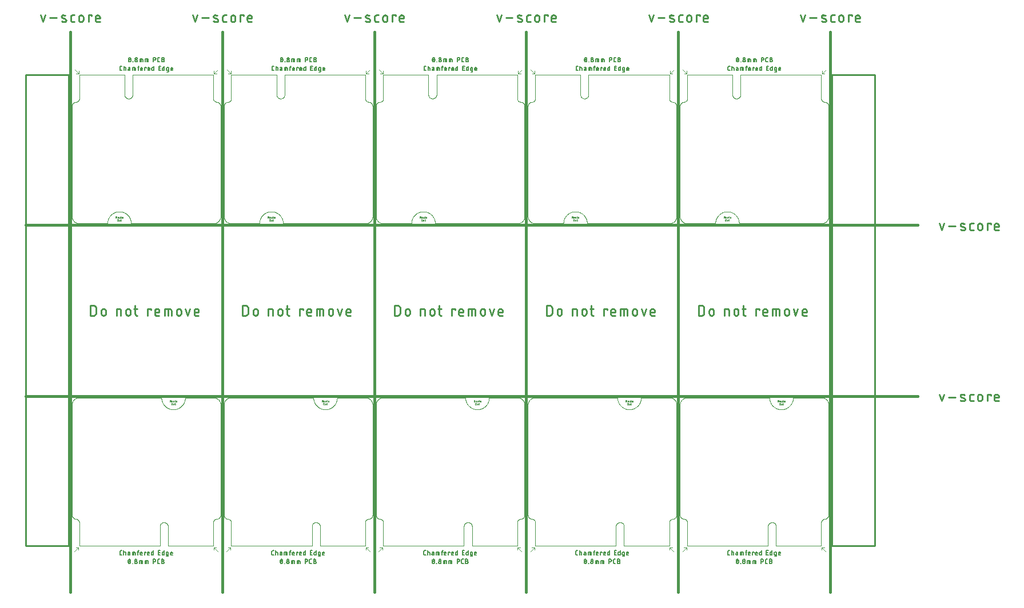
<source format=gko>
G04 EAGLE Gerber RS-274X export*
G75*
%MOMM*%
%FSLAX34Y34*%
%LPD*%
%IN*%
%IPPOS*%
%AMOC8*
5,1,8,0,0,1.08239X$1,22.5*%
G01*
%ADD10C,0.050800*%
%ADD11C,0.050000*%
%ADD12C,0.381000*%
%ADD13C,0.279400*%
%ADD14C,0.254000*%
%ADD15C,0.127000*%
%ADD16C,0.101600*%
%ADD17C,0.025400*%


D10*
X209250Y0D02*
X142250Y0D01*
X130250Y0D02*
X10750Y0D01*
X10750Y35000D01*
X209250Y35000D02*
X209250Y0D01*
X209250Y35000D02*
X209254Y35140D01*
X209263Y35280D01*
X209275Y35420D01*
X209291Y35559D01*
X209311Y35698D01*
X209334Y35836D01*
X209362Y35974D01*
X209393Y36110D01*
X209428Y36246D01*
X209467Y36381D01*
X209509Y36515D01*
X209555Y36647D01*
X209605Y36778D01*
X209658Y36908D01*
X209715Y37036D01*
X209775Y37163D01*
X209838Y37288D01*
X209906Y37411D01*
X209976Y37532D01*
X210050Y37651D01*
X210127Y37769D01*
X210207Y37884D01*
X210290Y37996D01*
X210377Y38107D01*
X210466Y38215D01*
X210558Y38320D01*
X210653Y38423D01*
X210751Y38524D01*
X210852Y38621D01*
X210955Y38716D01*
X211061Y38808D01*
X211170Y38897D01*
X211280Y38983D01*
X211393Y39066D01*
X211509Y39146D01*
X211626Y39222D01*
X211746Y39296D01*
X211867Y39366D01*
X211991Y39432D01*
X212116Y39495D01*
X212243Y39555D01*
X212371Y39611D01*
X212501Y39664D01*
X212632Y39713D01*
X212765Y39759D01*
X212899Y39801D01*
X213034Y39839D01*
X213170Y39873D01*
X213306Y39904D01*
X213444Y39931D01*
X213582Y39954D01*
X213721Y39973D01*
X213861Y39989D01*
X214000Y40001D01*
X10750Y35000D02*
X10744Y35142D01*
X10734Y35285D01*
X10720Y35426D01*
X10702Y35568D01*
X10681Y35709D01*
X10655Y35849D01*
X10626Y35988D01*
X10593Y36127D01*
X10556Y36264D01*
X10515Y36401D01*
X10470Y36536D01*
X10422Y36670D01*
X10370Y36803D01*
X10314Y36934D01*
X10255Y37064D01*
X10192Y37192D01*
X10126Y37318D01*
X10056Y37442D01*
X9983Y37564D01*
X9907Y37684D01*
X9827Y37802D01*
X9744Y37918D01*
X9658Y38032D01*
X9569Y38143D01*
X9476Y38251D01*
X9381Y38357D01*
X9283Y38461D01*
X9182Y38561D01*
X9078Y38659D01*
X8972Y38754D01*
X8863Y38846D01*
X8752Y38934D01*
X8638Y39020D01*
X8522Y39103D01*
X8403Y39182D01*
X8283Y39258D01*
X8160Y39331D01*
X8036Y39400D01*
X7909Y39466D01*
X7781Y39528D01*
X7651Y39587D01*
X7520Y39642D01*
X7387Y39693D01*
X7253Y39741D01*
X7117Y39785D01*
X6981Y39825D01*
X6843Y39862D01*
X6704Y39894D01*
X6565Y39923D01*
X6424Y39948D01*
X6284Y39969D01*
X6142Y39986D01*
X6000Y40000D01*
X167500Y220000D02*
X210000Y220000D01*
X167500Y220000D02*
X167495Y219574D01*
X167479Y219148D01*
X167453Y218723D01*
X167417Y218298D01*
X167370Y217874D01*
X167314Y217452D01*
X167246Y217031D01*
X167169Y216612D01*
X167081Y216195D01*
X166984Y215780D01*
X166876Y215368D01*
X166758Y214958D01*
X166630Y214552D01*
X166493Y214148D01*
X166345Y213748D01*
X166188Y213352D01*
X166022Y212960D01*
X165845Y212572D01*
X165660Y212188D01*
X165465Y211809D01*
X165261Y211435D01*
X165048Y211066D01*
X164826Y210702D01*
X164595Y210344D01*
X164356Y209992D01*
X164108Y209645D01*
X163851Y209304D01*
X163587Y208970D01*
X163314Y208643D01*
X163034Y208322D01*
X162745Y208008D01*
X162449Y207701D01*
X162146Y207402D01*
X161836Y207110D01*
X161519Y206825D01*
X161194Y206549D01*
X160863Y206280D01*
X160526Y206020D01*
X160183Y205767D01*
X159833Y205524D01*
X159478Y205289D01*
X159116Y205062D01*
X158750Y204845D01*
X158378Y204636D01*
X158002Y204437D01*
X157620Y204246D01*
X157235Y204065D01*
X156844Y203894D01*
X156450Y203732D01*
X156052Y203580D01*
X155650Y203437D01*
X155245Y203305D01*
X154837Y203182D01*
X154426Y203069D01*
X154013Y202966D01*
X153597Y202874D01*
X153179Y202791D01*
X152759Y202719D01*
X152337Y202657D01*
X151914Y202605D01*
X151490Y202564D01*
X151065Y202532D01*
X150639Y202512D01*
X150213Y202501D01*
X149787Y202501D01*
X149361Y202512D01*
X148935Y202532D01*
X148510Y202564D01*
X148086Y202605D01*
X147663Y202657D01*
X147241Y202719D01*
X146821Y202791D01*
X146403Y202874D01*
X145987Y202966D01*
X145574Y203069D01*
X145163Y203182D01*
X144755Y203305D01*
X144350Y203437D01*
X143948Y203580D01*
X143550Y203732D01*
X143156Y203894D01*
X142765Y204065D01*
X142380Y204246D01*
X141998Y204437D01*
X141622Y204636D01*
X141250Y204845D01*
X140884Y205062D01*
X140522Y205289D01*
X140167Y205524D01*
X139817Y205767D01*
X139474Y206020D01*
X139137Y206280D01*
X138806Y206549D01*
X138481Y206825D01*
X138164Y207110D01*
X137854Y207402D01*
X137551Y207701D01*
X137255Y208008D01*
X136966Y208322D01*
X136686Y208643D01*
X136413Y208970D01*
X136149Y209304D01*
X135892Y209645D01*
X135644Y209992D01*
X135405Y210344D01*
X135174Y210702D01*
X134952Y211066D01*
X134739Y211435D01*
X134535Y211809D01*
X134340Y212188D01*
X134155Y212572D01*
X133978Y212960D01*
X133812Y213352D01*
X133655Y213748D01*
X133507Y214148D01*
X133370Y214552D01*
X133242Y214958D01*
X133124Y215368D01*
X133016Y215780D01*
X132919Y216195D01*
X132831Y216612D01*
X132754Y217031D01*
X132686Y217452D01*
X132630Y217874D01*
X132583Y218298D01*
X132547Y218723D01*
X132521Y219148D01*
X132505Y219574D01*
X132500Y220000D01*
X10000Y220000D01*
X0Y210000D02*
X0Y46000D01*
X142250Y29000D02*
X142250Y0D01*
X130250Y0D02*
X130250Y29000D01*
X130252Y29153D01*
X130258Y29306D01*
X130268Y29459D01*
X130281Y29612D01*
X130299Y29764D01*
X130320Y29916D01*
X130346Y30067D01*
X130375Y30217D01*
X130408Y30367D01*
X130445Y30516D01*
X130485Y30664D01*
X130530Y30810D01*
X130578Y30956D01*
X130630Y31100D01*
X130685Y31243D01*
X130744Y31384D01*
X130807Y31524D01*
X130873Y31662D01*
X130943Y31799D01*
X131016Y31933D01*
X131093Y32066D01*
X131173Y32197D01*
X131256Y32325D01*
X131342Y32452D01*
X131432Y32576D01*
X131525Y32698D01*
X131621Y32817D01*
X131720Y32934D01*
X131822Y33049D01*
X131927Y33161D01*
X132035Y33270D01*
X132145Y33376D01*
X132258Y33479D01*
X132374Y33580D01*
X132492Y33677D01*
X132613Y33772D01*
X132736Y33863D01*
X132861Y33951D01*
X132989Y34036D01*
X133118Y34118D01*
X133250Y34196D01*
X133384Y34271D01*
X133519Y34343D01*
X133657Y34411D01*
X133796Y34475D01*
X133936Y34536D01*
X134078Y34593D01*
X134222Y34647D01*
X134367Y34697D01*
X134513Y34743D01*
X134660Y34786D01*
X134808Y34824D01*
X134958Y34859D01*
X135108Y34890D01*
X135258Y34918D01*
X135410Y34941D01*
X135562Y34960D01*
X135714Y34976D01*
X135867Y34988D01*
X136020Y34996D01*
X136173Y35000D01*
X136327Y35000D01*
X136480Y34996D01*
X136633Y34988D01*
X136786Y34976D01*
X136938Y34960D01*
X137090Y34941D01*
X137242Y34918D01*
X137392Y34890D01*
X137542Y34859D01*
X137692Y34824D01*
X137840Y34786D01*
X137987Y34743D01*
X138133Y34697D01*
X138278Y34647D01*
X138422Y34593D01*
X138564Y34536D01*
X138704Y34475D01*
X138843Y34411D01*
X138981Y34343D01*
X139116Y34271D01*
X139250Y34196D01*
X139382Y34118D01*
X139511Y34036D01*
X139639Y33951D01*
X139764Y33863D01*
X139887Y33772D01*
X140008Y33677D01*
X140126Y33580D01*
X140242Y33479D01*
X140355Y33376D01*
X140465Y33270D01*
X140573Y33161D01*
X140678Y33049D01*
X140780Y32934D01*
X140879Y32817D01*
X140975Y32698D01*
X141068Y32576D01*
X141158Y32452D01*
X141244Y32325D01*
X141327Y32197D01*
X141407Y32066D01*
X141484Y31933D01*
X141557Y31799D01*
X141627Y31662D01*
X141693Y31524D01*
X141756Y31384D01*
X141815Y31243D01*
X141870Y31100D01*
X141922Y30956D01*
X141970Y30810D01*
X142015Y30664D01*
X142055Y30516D01*
X142092Y30367D01*
X142125Y30217D01*
X142154Y30067D01*
X142180Y29916D01*
X142201Y29764D01*
X142219Y29612D01*
X142232Y29459D01*
X142242Y29306D01*
X142248Y29153D01*
X142250Y29000D01*
D11*
X220000Y46000D02*
X220000Y210000D01*
X220001Y46000D02*
X219994Y45844D01*
X219984Y45688D01*
X219970Y45533D01*
X219952Y45378D01*
X219930Y45224D01*
X219904Y45070D01*
X219874Y44917D01*
X219840Y44765D01*
X219803Y44614D01*
X219762Y44463D01*
X219717Y44314D01*
X219668Y44166D01*
X219615Y44019D01*
X219559Y43874D01*
X219499Y43730D01*
X219436Y43587D01*
X219369Y43447D01*
X219298Y43308D01*
X219224Y43170D01*
X219146Y43035D01*
X219066Y42902D01*
X218981Y42771D01*
X218894Y42642D01*
X218803Y42515D01*
X218709Y42390D01*
X218612Y42268D01*
X218512Y42149D01*
X218409Y42032D01*
X218303Y41918D01*
X218194Y41806D01*
X218082Y41697D01*
X217968Y41591D01*
X217851Y41488D01*
X217732Y41388D01*
X217610Y41291D01*
X217485Y41197D01*
X217358Y41106D01*
X217229Y41019D01*
X217098Y40934D01*
X216965Y40854D01*
X216830Y40776D01*
X216692Y40702D01*
X216553Y40631D01*
X216413Y40564D01*
X216270Y40501D01*
X216126Y40441D01*
X215981Y40385D01*
X215834Y40332D01*
X215686Y40283D01*
X215537Y40238D01*
X215386Y40197D01*
X215235Y40160D01*
X215083Y40126D01*
X214930Y40096D01*
X214776Y40070D01*
X214622Y40048D01*
X214467Y40030D01*
X214312Y40016D01*
X214156Y40006D01*
X214000Y39999D01*
X6000Y39999D02*
X5844Y40006D01*
X5688Y40016D01*
X5533Y40030D01*
X5378Y40048D01*
X5224Y40070D01*
X5070Y40096D01*
X4917Y40126D01*
X4765Y40160D01*
X4614Y40197D01*
X4463Y40238D01*
X4314Y40283D01*
X4166Y40332D01*
X4019Y40385D01*
X3874Y40441D01*
X3730Y40501D01*
X3587Y40564D01*
X3447Y40631D01*
X3308Y40702D01*
X3170Y40776D01*
X3035Y40854D01*
X2902Y40934D01*
X2771Y41019D01*
X2642Y41106D01*
X2515Y41197D01*
X2390Y41291D01*
X2268Y41388D01*
X2149Y41488D01*
X2032Y41591D01*
X1918Y41697D01*
X1806Y41806D01*
X1697Y41918D01*
X1591Y42032D01*
X1488Y42149D01*
X1388Y42268D01*
X1291Y42390D01*
X1197Y42515D01*
X1106Y42642D01*
X1019Y42771D01*
X934Y42902D01*
X854Y43035D01*
X776Y43170D01*
X702Y43308D01*
X631Y43447D01*
X564Y43587D01*
X501Y43730D01*
X441Y43874D01*
X385Y44019D01*
X332Y44166D01*
X283Y44314D01*
X238Y44463D01*
X197Y44614D01*
X160Y44765D01*
X126Y44917D01*
X96Y45070D01*
X70Y45224D01*
X48Y45378D01*
X30Y45533D01*
X16Y45688D01*
X6Y45844D01*
X-1Y46000D01*
X210000Y220000D02*
X210248Y219991D01*
X210495Y219976D01*
X210742Y219955D01*
X210988Y219928D01*
X211233Y219895D01*
X211478Y219856D01*
X211722Y219812D01*
X211964Y219761D01*
X212205Y219705D01*
X212445Y219642D01*
X212683Y219574D01*
X212920Y219501D01*
X213154Y219421D01*
X213387Y219336D01*
X213617Y219246D01*
X213846Y219149D01*
X214072Y219048D01*
X214295Y218941D01*
X214516Y218828D01*
X214734Y218710D01*
X214949Y218587D01*
X215160Y218459D01*
X215369Y218326D01*
X215575Y218188D01*
X215777Y218045D01*
X215976Y217897D01*
X216171Y217744D01*
X216362Y217586D01*
X216549Y217424D01*
X216733Y217258D01*
X216912Y217087D01*
X217087Y216912D01*
X217258Y216733D01*
X217424Y216549D01*
X217586Y216362D01*
X217744Y216171D01*
X217897Y215976D01*
X218045Y215777D01*
X218188Y215575D01*
X218326Y215369D01*
X218459Y215160D01*
X218587Y214949D01*
X218710Y214734D01*
X218828Y214516D01*
X218941Y214295D01*
X219048Y214072D01*
X219149Y213846D01*
X219246Y213617D01*
X219336Y213387D01*
X219421Y213154D01*
X219501Y212920D01*
X219574Y212683D01*
X219642Y212445D01*
X219705Y212205D01*
X219761Y211964D01*
X219812Y211722D01*
X219856Y211478D01*
X219895Y211233D01*
X219928Y210988D01*
X219955Y210742D01*
X219976Y210495D01*
X219991Y210248D01*
X220000Y210000D01*
X10000Y220000D02*
X9752Y219991D01*
X9505Y219976D01*
X9258Y219955D01*
X9012Y219928D01*
X8767Y219895D01*
X8522Y219856D01*
X8278Y219812D01*
X8036Y219761D01*
X7795Y219705D01*
X7555Y219642D01*
X7317Y219574D01*
X7080Y219501D01*
X6846Y219421D01*
X6613Y219336D01*
X6383Y219246D01*
X6154Y219149D01*
X5928Y219048D01*
X5705Y218941D01*
X5484Y218828D01*
X5266Y218710D01*
X5051Y218587D01*
X4840Y218459D01*
X4631Y218326D01*
X4425Y218188D01*
X4223Y218045D01*
X4024Y217897D01*
X3829Y217744D01*
X3638Y217586D01*
X3451Y217424D01*
X3267Y217258D01*
X3088Y217087D01*
X2913Y216912D01*
X2742Y216733D01*
X2576Y216549D01*
X2414Y216362D01*
X2256Y216171D01*
X2103Y215976D01*
X1955Y215777D01*
X1812Y215575D01*
X1674Y215369D01*
X1541Y215160D01*
X1413Y214949D01*
X1290Y214734D01*
X1172Y214516D01*
X1059Y214295D01*
X952Y214072D01*
X851Y213846D01*
X754Y213617D01*
X664Y213387D01*
X579Y213154D01*
X499Y212920D01*
X426Y212683D01*
X358Y212445D01*
X295Y212205D01*
X239Y211964D01*
X188Y211722D01*
X144Y211478D01*
X105Y211233D01*
X72Y210988D01*
X45Y210742D01*
X24Y210495D01*
X9Y210248D01*
X0Y210000D01*
D10*
X132500Y220000D02*
X132505Y219574D01*
X132521Y219148D01*
X132547Y218723D01*
X132583Y218298D01*
X132630Y217874D01*
X132686Y217452D01*
X132754Y217031D01*
X132831Y216612D01*
X132919Y216195D01*
X133016Y215780D01*
X133124Y215368D01*
X133242Y214958D01*
X133370Y214552D01*
X133507Y214148D01*
X133655Y213748D01*
X133812Y213352D01*
X133978Y212960D01*
X134155Y212572D01*
X134340Y212188D01*
X134535Y211809D01*
X134739Y211435D01*
X134952Y211066D01*
X135174Y210702D01*
X135405Y210344D01*
X135644Y209992D01*
X135892Y209645D01*
X136149Y209304D01*
X136413Y208970D01*
X136686Y208643D01*
X136966Y208322D01*
X137255Y208008D01*
X137551Y207701D01*
X137854Y207402D01*
X138164Y207110D01*
X138481Y206825D01*
X138806Y206549D01*
X139137Y206280D01*
X139474Y206020D01*
X139817Y205767D01*
X140167Y205524D01*
X140522Y205289D01*
X140884Y205062D01*
X141250Y204845D01*
X141622Y204636D01*
X141998Y204437D01*
X142380Y204246D01*
X142765Y204065D01*
X143156Y203894D01*
X143550Y203732D01*
X143948Y203580D01*
X144350Y203437D01*
X144755Y203305D01*
X145163Y203182D01*
X145574Y203069D01*
X145987Y202966D01*
X146403Y202874D01*
X146821Y202791D01*
X147241Y202719D01*
X147663Y202657D01*
X148086Y202605D01*
X148510Y202564D01*
X148935Y202532D01*
X149361Y202512D01*
X149787Y202501D01*
X150213Y202501D01*
X150639Y202512D01*
X151065Y202532D01*
X151490Y202564D01*
X151914Y202605D01*
X152337Y202657D01*
X152759Y202719D01*
X153179Y202791D01*
X153597Y202874D01*
X154013Y202966D01*
X154426Y203069D01*
X154837Y203182D01*
X155245Y203305D01*
X155650Y203437D01*
X156052Y203580D01*
X156450Y203732D01*
X156844Y203894D01*
X157235Y204065D01*
X157620Y204246D01*
X158002Y204437D01*
X158378Y204636D01*
X158750Y204845D01*
X159116Y205062D01*
X159478Y205289D01*
X159833Y205524D01*
X160183Y205767D01*
X160526Y206020D01*
X160863Y206280D01*
X161194Y206549D01*
X161519Y206825D01*
X161836Y207110D01*
X162146Y207402D01*
X162449Y207701D01*
X162745Y208008D01*
X163034Y208322D01*
X163314Y208643D01*
X163587Y208970D01*
X163851Y209304D01*
X164108Y209645D01*
X164356Y209992D01*
X164595Y210344D01*
X164826Y210702D01*
X165048Y211066D01*
X165261Y211435D01*
X165465Y211809D01*
X165660Y212188D01*
X165845Y212572D01*
X166022Y212960D01*
X166188Y213352D01*
X166345Y213748D01*
X166493Y214148D01*
X166630Y214552D01*
X166758Y214958D01*
X166876Y215368D01*
X166984Y215780D01*
X167081Y216195D01*
X167169Y216612D01*
X167246Y217031D01*
X167314Y217452D01*
X167370Y217874D01*
X167417Y218298D01*
X167453Y218723D01*
X167479Y219148D01*
X167495Y219574D01*
X167500Y220000D01*
X367319Y0D02*
X434319Y0D01*
X355319Y0D02*
X235819Y0D01*
X235819Y35000D01*
X434319Y35000D02*
X434319Y0D01*
X434319Y35000D02*
X434323Y35140D01*
X434332Y35280D01*
X434344Y35420D01*
X434360Y35559D01*
X434380Y35698D01*
X434403Y35836D01*
X434431Y35974D01*
X434462Y36110D01*
X434497Y36246D01*
X434536Y36381D01*
X434578Y36515D01*
X434624Y36647D01*
X434674Y36778D01*
X434727Y36908D01*
X434784Y37036D01*
X434844Y37163D01*
X434907Y37288D01*
X434975Y37411D01*
X435045Y37532D01*
X435119Y37651D01*
X435196Y37769D01*
X435276Y37884D01*
X435359Y37996D01*
X435446Y38107D01*
X435535Y38215D01*
X435627Y38320D01*
X435722Y38423D01*
X435820Y38524D01*
X435921Y38621D01*
X436024Y38716D01*
X436130Y38808D01*
X436239Y38897D01*
X436349Y38983D01*
X436462Y39066D01*
X436578Y39146D01*
X436695Y39222D01*
X436815Y39296D01*
X436936Y39366D01*
X437060Y39432D01*
X437185Y39495D01*
X437312Y39555D01*
X437440Y39611D01*
X437570Y39664D01*
X437701Y39713D01*
X437834Y39759D01*
X437968Y39801D01*
X438103Y39839D01*
X438239Y39873D01*
X438375Y39904D01*
X438513Y39931D01*
X438651Y39954D01*
X438790Y39973D01*
X438930Y39989D01*
X439069Y40001D01*
X235819Y35000D02*
X235813Y35142D01*
X235803Y35285D01*
X235789Y35426D01*
X235771Y35568D01*
X235750Y35709D01*
X235724Y35849D01*
X235695Y35988D01*
X235662Y36127D01*
X235625Y36264D01*
X235584Y36401D01*
X235539Y36536D01*
X235491Y36670D01*
X235439Y36803D01*
X235383Y36934D01*
X235324Y37064D01*
X235261Y37192D01*
X235195Y37318D01*
X235125Y37442D01*
X235052Y37564D01*
X234976Y37684D01*
X234896Y37802D01*
X234813Y37918D01*
X234727Y38032D01*
X234638Y38143D01*
X234545Y38251D01*
X234450Y38357D01*
X234352Y38461D01*
X234251Y38561D01*
X234147Y38659D01*
X234041Y38754D01*
X233932Y38846D01*
X233821Y38934D01*
X233707Y39020D01*
X233591Y39103D01*
X233472Y39182D01*
X233352Y39258D01*
X233229Y39331D01*
X233105Y39400D01*
X232978Y39466D01*
X232850Y39528D01*
X232720Y39587D01*
X232589Y39642D01*
X232456Y39693D01*
X232322Y39741D01*
X232186Y39785D01*
X232050Y39825D01*
X231912Y39862D01*
X231773Y39894D01*
X231634Y39923D01*
X231493Y39948D01*
X231353Y39969D01*
X231211Y39986D01*
X231069Y40000D01*
X392569Y220000D02*
X435069Y220000D01*
X392569Y220000D02*
X392564Y219574D01*
X392548Y219148D01*
X392522Y218723D01*
X392486Y218298D01*
X392439Y217874D01*
X392383Y217452D01*
X392315Y217031D01*
X392238Y216612D01*
X392150Y216195D01*
X392053Y215780D01*
X391945Y215368D01*
X391827Y214958D01*
X391699Y214552D01*
X391562Y214148D01*
X391414Y213748D01*
X391257Y213352D01*
X391091Y212960D01*
X390914Y212572D01*
X390729Y212188D01*
X390534Y211809D01*
X390330Y211435D01*
X390117Y211066D01*
X389895Y210702D01*
X389664Y210344D01*
X389425Y209992D01*
X389177Y209645D01*
X388920Y209304D01*
X388656Y208970D01*
X388383Y208643D01*
X388103Y208322D01*
X387814Y208008D01*
X387518Y207701D01*
X387215Y207402D01*
X386905Y207110D01*
X386588Y206825D01*
X386263Y206549D01*
X385932Y206280D01*
X385595Y206020D01*
X385252Y205767D01*
X384902Y205524D01*
X384547Y205289D01*
X384185Y205062D01*
X383819Y204845D01*
X383447Y204636D01*
X383071Y204437D01*
X382689Y204246D01*
X382304Y204065D01*
X381913Y203894D01*
X381519Y203732D01*
X381121Y203580D01*
X380719Y203437D01*
X380314Y203305D01*
X379906Y203182D01*
X379495Y203069D01*
X379082Y202966D01*
X378666Y202874D01*
X378248Y202791D01*
X377828Y202719D01*
X377406Y202657D01*
X376983Y202605D01*
X376559Y202564D01*
X376134Y202532D01*
X375708Y202512D01*
X375282Y202501D01*
X374856Y202501D01*
X374430Y202512D01*
X374004Y202532D01*
X373579Y202564D01*
X373155Y202605D01*
X372732Y202657D01*
X372310Y202719D01*
X371890Y202791D01*
X371472Y202874D01*
X371056Y202966D01*
X370643Y203069D01*
X370232Y203182D01*
X369824Y203305D01*
X369419Y203437D01*
X369017Y203580D01*
X368619Y203732D01*
X368225Y203894D01*
X367834Y204065D01*
X367449Y204246D01*
X367067Y204437D01*
X366691Y204636D01*
X366319Y204845D01*
X365953Y205062D01*
X365591Y205289D01*
X365236Y205524D01*
X364886Y205767D01*
X364543Y206020D01*
X364206Y206280D01*
X363875Y206549D01*
X363550Y206825D01*
X363233Y207110D01*
X362923Y207402D01*
X362620Y207701D01*
X362324Y208008D01*
X362035Y208322D01*
X361755Y208643D01*
X361482Y208970D01*
X361218Y209304D01*
X360961Y209645D01*
X360713Y209992D01*
X360474Y210344D01*
X360243Y210702D01*
X360021Y211066D01*
X359808Y211435D01*
X359604Y211809D01*
X359409Y212188D01*
X359224Y212572D01*
X359047Y212960D01*
X358881Y213352D01*
X358724Y213748D01*
X358576Y214148D01*
X358439Y214552D01*
X358311Y214958D01*
X358193Y215368D01*
X358085Y215780D01*
X357988Y216195D01*
X357900Y216612D01*
X357823Y217031D01*
X357755Y217452D01*
X357699Y217874D01*
X357652Y218298D01*
X357616Y218723D01*
X357590Y219148D01*
X357574Y219574D01*
X357569Y220000D01*
X235069Y220000D01*
X225069Y210000D02*
X225069Y46000D01*
X367319Y29000D02*
X367319Y0D01*
X355319Y0D02*
X355319Y29000D01*
X355321Y29153D01*
X355327Y29306D01*
X355337Y29459D01*
X355350Y29612D01*
X355368Y29764D01*
X355389Y29916D01*
X355415Y30067D01*
X355444Y30217D01*
X355477Y30367D01*
X355514Y30516D01*
X355554Y30664D01*
X355599Y30810D01*
X355647Y30956D01*
X355699Y31100D01*
X355754Y31243D01*
X355813Y31384D01*
X355876Y31524D01*
X355942Y31662D01*
X356012Y31799D01*
X356085Y31933D01*
X356162Y32066D01*
X356242Y32197D01*
X356325Y32325D01*
X356411Y32452D01*
X356501Y32576D01*
X356594Y32698D01*
X356690Y32817D01*
X356789Y32934D01*
X356891Y33049D01*
X356996Y33161D01*
X357104Y33270D01*
X357214Y33376D01*
X357327Y33479D01*
X357443Y33580D01*
X357561Y33677D01*
X357682Y33772D01*
X357805Y33863D01*
X357930Y33951D01*
X358058Y34036D01*
X358187Y34118D01*
X358319Y34196D01*
X358453Y34271D01*
X358588Y34343D01*
X358726Y34411D01*
X358865Y34475D01*
X359005Y34536D01*
X359147Y34593D01*
X359291Y34647D01*
X359436Y34697D01*
X359582Y34743D01*
X359729Y34786D01*
X359877Y34824D01*
X360027Y34859D01*
X360177Y34890D01*
X360327Y34918D01*
X360479Y34941D01*
X360631Y34960D01*
X360783Y34976D01*
X360936Y34988D01*
X361089Y34996D01*
X361242Y35000D01*
X361396Y35000D01*
X361549Y34996D01*
X361702Y34988D01*
X361855Y34976D01*
X362007Y34960D01*
X362159Y34941D01*
X362311Y34918D01*
X362461Y34890D01*
X362611Y34859D01*
X362761Y34824D01*
X362909Y34786D01*
X363056Y34743D01*
X363202Y34697D01*
X363347Y34647D01*
X363491Y34593D01*
X363633Y34536D01*
X363773Y34475D01*
X363912Y34411D01*
X364050Y34343D01*
X364185Y34271D01*
X364319Y34196D01*
X364451Y34118D01*
X364580Y34036D01*
X364708Y33951D01*
X364833Y33863D01*
X364956Y33772D01*
X365077Y33677D01*
X365195Y33580D01*
X365311Y33479D01*
X365424Y33376D01*
X365534Y33270D01*
X365642Y33161D01*
X365747Y33049D01*
X365849Y32934D01*
X365948Y32817D01*
X366044Y32698D01*
X366137Y32576D01*
X366227Y32452D01*
X366313Y32325D01*
X366396Y32197D01*
X366476Y32066D01*
X366553Y31933D01*
X366626Y31799D01*
X366696Y31662D01*
X366762Y31524D01*
X366825Y31384D01*
X366884Y31243D01*
X366939Y31100D01*
X366991Y30956D01*
X367039Y30810D01*
X367084Y30664D01*
X367124Y30516D01*
X367161Y30367D01*
X367194Y30217D01*
X367223Y30067D01*
X367249Y29916D01*
X367270Y29764D01*
X367288Y29612D01*
X367301Y29459D01*
X367311Y29306D01*
X367317Y29153D01*
X367319Y29000D01*
D11*
X445069Y46000D02*
X445069Y210000D01*
X445070Y46000D02*
X445063Y45844D01*
X445053Y45688D01*
X445039Y45533D01*
X445021Y45378D01*
X444999Y45224D01*
X444973Y45070D01*
X444943Y44917D01*
X444909Y44765D01*
X444872Y44614D01*
X444831Y44463D01*
X444786Y44314D01*
X444737Y44166D01*
X444684Y44019D01*
X444628Y43874D01*
X444568Y43730D01*
X444505Y43587D01*
X444438Y43447D01*
X444367Y43308D01*
X444293Y43170D01*
X444215Y43035D01*
X444135Y42902D01*
X444050Y42771D01*
X443963Y42642D01*
X443872Y42515D01*
X443778Y42390D01*
X443681Y42268D01*
X443581Y42149D01*
X443478Y42032D01*
X443372Y41918D01*
X443263Y41806D01*
X443151Y41697D01*
X443037Y41591D01*
X442920Y41488D01*
X442801Y41388D01*
X442679Y41291D01*
X442554Y41197D01*
X442427Y41106D01*
X442298Y41019D01*
X442167Y40934D01*
X442034Y40854D01*
X441899Y40776D01*
X441761Y40702D01*
X441622Y40631D01*
X441482Y40564D01*
X441339Y40501D01*
X441195Y40441D01*
X441050Y40385D01*
X440903Y40332D01*
X440755Y40283D01*
X440606Y40238D01*
X440455Y40197D01*
X440304Y40160D01*
X440152Y40126D01*
X439999Y40096D01*
X439845Y40070D01*
X439691Y40048D01*
X439536Y40030D01*
X439381Y40016D01*
X439225Y40006D01*
X439069Y39999D01*
X231070Y39999D02*
X230914Y40006D01*
X230758Y40016D01*
X230603Y40030D01*
X230448Y40048D01*
X230294Y40070D01*
X230140Y40096D01*
X229987Y40126D01*
X229835Y40160D01*
X229684Y40197D01*
X229533Y40238D01*
X229384Y40283D01*
X229236Y40332D01*
X229089Y40385D01*
X228944Y40441D01*
X228800Y40501D01*
X228657Y40564D01*
X228517Y40631D01*
X228378Y40702D01*
X228240Y40776D01*
X228105Y40854D01*
X227972Y40934D01*
X227841Y41019D01*
X227712Y41106D01*
X227585Y41197D01*
X227460Y41291D01*
X227338Y41388D01*
X227219Y41488D01*
X227102Y41591D01*
X226988Y41697D01*
X226876Y41806D01*
X226767Y41918D01*
X226661Y42032D01*
X226558Y42149D01*
X226458Y42268D01*
X226361Y42390D01*
X226267Y42515D01*
X226176Y42642D01*
X226089Y42771D01*
X226004Y42902D01*
X225924Y43035D01*
X225846Y43170D01*
X225772Y43308D01*
X225701Y43447D01*
X225634Y43587D01*
X225571Y43730D01*
X225511Y43874D01*
X225455Y44019D01*
X225402Y44166D01*
X225353Y44314D01*
X225308Y44463D01*
X225267Y44614D01*
X225230Y44765D01*
X225196Y44917D01*
X225166Y45070D01*
X225140Y45224D01*
X225118Y45378D01*
X225100Y45533D01*
X225086Y45688D01*
X225076Y45844D01*
X225069Y46000D01*
X435069Y220000D02*
X435317Y219991D01*
X435564Y219976D01*
X435811Y219955D01*
X436057Y219928D01*
X436302Y219895D01*
X436547Y219856D01*
X436791Y219812D01*
X437033Y219761D01*
X437274Y219705D01*
X437514Y219642D01*
X437752Y219574D01*
X437989Y219501D01*
X438223Y219421D01*
X438456Y219336D01*
X438686Y219246D01*
X438915Y219149D01*
X439141Y219048D01*
X439364Y218941D01*
X439585Y218828D01*
X439803Y218710D01*
X440018Y218587D01*
X440229Y218459D01*
X440438Y218326D01*
X440644Y218188D01*
X440846Y218045D01*
X441045Y217897D01*
X441240Y217744D01*
X441431Y217586D01*
X441618Y217424D01*
X441802Y217258D01*
X441981Y217087D01*
X442156Y216912D01*
X442327Y216733D01*
X442493Y216549D01*
X442655Y216362D01*
X442813Y216171D01*
X442966Y215976D01*
X443114Y215777D01*
X443257Y215575D01*
X443395Y215369D01*
X443528Y215160D01*
X443656Y214949D01*
X443779Y214734D01*
X443897Y214516D01*
X444010Y214295D01*
X444117Y214072D01*
X444218Y213846D01*
X444315Y213617D01*
X444405Y213387D01*
X444490Y213154D01*
X444570Y212920D01*
X444643Y212683D01*
X444711Y212445D01*
X444774Y212205D01*
X444830Y211964D01*
X444881Y211722D01*
X444925Y211478D01*
X444964Y211233D01*
X444997Y210988D01*
X445024Y210742D01*
X445045Y210495D01*
X445060Y210248D01*
X445069Y210000D01*
X235069Y220000D02*
X234821Y219991D01*
X234574Y219976D01*
X234327Y219955D01*
X234081Y219928D01*
X233836Y219895D01*
X233591Y219856D01*
X233347Y219812D01*
X233105Y219761D01*
X232864Y219705D01*
X232624Y219642D01*
X232386Y219574D01*
X232149Y219501D01*
X231915Y219421D01*
X231682Y219336D01*
X231452Y219246D01*
X231223Y219149D01*
X230997Y219048D01*
X230774Y218941D01*
X230553Y218828D01*
X230335Y218710D01*
X230120Y218587D01*
X229909Y218459D01*
X229700Y218326D01*
X229494Y218188D01*
X229292Y218045D01*
X229093Y217897D01*
X228898Y217744D01*
X228707Y217586D01*
X228520Y217424D01*
X228336Y217258D01*
X228157Y217087D01*
X227982Y216912D01*
X227811Y216733D01*
X227645Y216549D01*
X227483Y216362D01*
X227325Y216171D01*
X227172Y215976D01*
X227024Y215777D01*
X226881Y215575D01*
X226743Y215369D01*
X226610Y215160D01*
X226482Y214949D01*
X226359Y214734D01*
X226241Y214516D01*
X226128Y214295D01*
X226021Y214072D01*
X225920Y213846D01*
X225823Y213617D01*
X225733Y213387D01*
X225648Y213154D01*
X225568Y212920D01*
X225495Y212683D01*
X225427Y212445D01*
X225364Y212205D01*
X225308Y211964D01*
X225257Y211722D01*
X225213Y211478D01*
X225174Y211233D01*
X225141Y210988D01*
X225114Y210742D01*
X225093Y210495D01*
X225078Y210248D01*
X225069Y210000D01*
D10*
X357569Y220000D02*
X357574Y219574D01*
X357590Y219148D01*
X357616Y218723D01*
X357652Y218298D01*
X357699Y217874D01*
X357755Y217452D01*
X357823Y217031D01*
X357900Y216612D01*
X357988Y216195D01*
X358085Y215780D01*
X358193Y215368D01*
X358311Y214958D01*
X358439Y214552D01*
X358576Y214148D01*
X358724Y213748D01*
X358881Y213352D01*
X359047Y212960D01*
X359224Y212572D01*
X359409Y212188D01*
X359604Y211809D01*
X359808Y211435D01*
X360021Y211066D01*
X360243Y210702D01*
X360474Y210344D01*
X360713Y209992D01*
X360961Y209645D01*
X361218Y209304D01*
X361482Y208970D01*
X361755Y208643D01*
X362035Y208322D01*
X362324Y208008D01*
X362620Y207701D01*
X362923Y207402D01*
X363233Y207110D01*
X363550Y206825D01*
X363875Y206549D01*
X364206Y206280D01*
X364543Y206020D01*
X364886Y205767D01*
X365236Y205524D01*
X365591Y205289D01*
X365953Y205062D01*
X366319Y204845D01*
X366691Y204636D01*
X367067Y204437D01*
X367449Y204246D01*
X367834Y204065D01*
X368225Y203894D01*
X368619Y203732D01*
X369017Y203580D01*
X369419Y203437D01*
X369824Y203305D01*
X370232Y203182D01*
X370643Y203069D01*
X371056Y202966D01*
X371472Y202874D01*
X371890Y202791D01*
X372310Y202719D01*
X372732Y202657D01*
X373155Y202605D01*
X373579Y202564D01*
X374004Y202532D01*
X374430Y202512D01*
X374856Y202501D01*
X375282Y202501D01*
X375708Y202512D01*
X376134Y202532D01*
X376559Y202564D01*
X376983Y202605D01*
X377406Y202657D01*
X377828Y202719D01*
X378248Y202791D01*
X378666Y202874D01*
X379082Y202966D01*
X379495Y203069D01*
X379906Y203182D01*
X380314Y203305D01*
X380719Y203437D01*
X381121Y203580D01*
X381519Y203732D01*
X381913Y203894D01*
X382304Y204065D01*
X382689Y204246D01*
X383071Y204437D01*
X383447Y204636D01*
X383819Y204845D01*
X384185Y205062D01*
X384547Y205289D01*
X384902Y205524D01*
X385252Y205767D01*
X385595Y206020D01*
X385932Y206280D01*
X386263Y206549D01*
X386588Y206825D01*
X386905Y207110D01*
X387215Y207402D01*
X387518Y207701D01*
X387814Y208008D01*
X388103Y208322D01*
X388383Y208643D01*
X388656Y208970D01*
X388920Y209304D01*
X389177Y209645D01*
X389425Y209992D01*
X389664Y210344D01*
X389895Y210702D01*
X390117Y211066D01*
X390330Y211435D01*
X390534Y211809D01*
X390729Y212188D01*
X390914Y212572D01*
X391091Y212960D01*
X391257Y213352D01*
X391414Y213748D01*
X391562Y214148D01*
X391699Y214552D01*
X391827Y214958D01*
X391945Y215368D01*
X392053Y215780D01*
X392150Y216195D01*
X392238Y216612D01*
X392315Y217031D01*
X392383Y217452D01*
X392439Y217874D01*
X392486Y218298D01*
X392522Y218723D01*
X392548Y219148D01*
X392564Y219574D01*
X392569Y220000D01*
X592414Y0D02*
X659414Y0D01*
X580414Y0D02*
X460914Y0D01*
X460914Y35000D01*
X659414Y35000D02*
X659414Y0D01*
X659414Y35000D02*
X659418Y35140D01*
X659427Y35280D01*
X659439Y35420D01*
X659455Y35559D01*
X659475Y35698D01*
X659498Y35836D01*
X659526Y35974D01*
X659557Y36110D01*
X659592Y36246D01*
X659631Y36381D01*
X659673Y36515D01*
X659719Y36647D01*
X659769Y36778D01*
X659822Y36908D01*
X659879Y37036D01*
X659939Y37163D01*
X660002Y37288D01*
X660070Y37411D01*
X660140Y37532D01*
X660214Y37651D01*
X660291Y37769D01*
X660371Y37884D01*
X660454Y37996D01*
X660541Y38107D01*
X660630Y38215D01*
X660722Y38320D01*
X660817Y38423D01*
X660915Y38524D01*
X661016Y38621D01*
X661119Y38716D01*
X661225Y38808D01*
X661334Y38897D01*
X661444Y38983D01*
X661557Y39066D01*
X661673Y39146D01*
X661790Y39222D01*
X661910Y39296D01*
X662031Y39366D01*
X662155Y39432D01*
X662280Y39495D01*
X662407Y39555D01*
X662535Y39611D01*
X662665Y39664D01*
X662796Y39713D01*
X662929Y39759D01*
X663063Y39801D01*
X663198Y39839D01*
X663334Y39873D01*
X663470Y39904D01*
X663608Y39931D01*
X663746Y39954D01*
X663885Y39973D01*
X664025Y39989D01*
X664164Y40001D01*
X460914Y35000D02*
X460908Y35142D01*
X460898Y35285D01*
X460884Y35426D01*
X460866Y35568D01*
X460845Y35709D01*
X460819Y35849D01*
X460790Y35988D01*
X460757Y36127D01*
X460720Y36264D01*
X460679Y36401D01*
X460634Y36536D01*
X460586Y36670D01*
X460534Y36803D01*
X460478Y36934D01*
X460419Y37064D01*
X460356Y37192D01*
X460290Y37318D01*
X460220Y37442D01*
X460147Y37564D01*
X460071Y37684D01*
X459991Y37802D01*
X459908Y37918D01*
X459822Y38032D01*
X459733Y38143D01*
X459640Y38251D01*
X459545Y38357D01*
X459447Y38461D01*
X459346Y38561D01*
X459242Y38659D01*
X459136Y38754D01*
X459027Y38846D01*
X458916Y38934D01*
X458802Y39020D01*
X458686Y39103D01*
X458567Y39182D01*
X458447Y39258D01*
X458324Y39331D01*
X458200Y39400D01*
X458073Y39466D01*
X457945Y39528D01*
X457815Y39587D01*
X457684Y39642D01*
X457551Y39693D01*
X457417Y39741D01*
X457281Y39785D01*
X457145Y39825D01*
X457007Y39862D01*
X456868Y39894D01*
X456729Y39923D01*
X456588Y39948D01*
X456448Y39969D01*
X456306Y39986D01*
X456164Y40000D01*
X617664Y220000D02*
X660164Y220000D01*
X617664Y220000D02*
X617659Y219574D01*
X617643Y219148D01*
X617617Y218723D01*
X617581Y218298D01*
X617534Y217874D01*
X617478Y217452D01*
X617410Y217031D01*
X617333Y216612D01*
X617245Y216195D01*
X617148Y215780D01*
X617040Y215368D01*
X616922Y214958D01*
X616794Y214552D01*
X616657Y214148D01*
X616509Y213748D01*
X616352Y213352D01*
X616186Y212960D01*
X616009Y212572D01*
X615824Y212188D01*
X615629Y211809D01*
X615425Y211435D01*
X615212Y211066D01*
X614990Y210702D01*
X614759Y210344D01*
X614520Y209992D01*
X614272Y209645D01*
X614015Y209304D01*
X613751Y208970D01*
X613478Y208643D01*
X613198Y208322D01*
X612909Y208008D01*
X612613Y207701D01*
X612310Y207402D01*
X612000Y207110D01*
X611683Y206825D01*
X611358Y206549D01*
X611027Y206280D01*
X610690Y206020D01*
X610347Y205767D01*
X609997Y205524D01*
X609642Y205289D01*
X609280Y205062D01*
X608914Y204845D01*
X608542Y204636D01*
X608166Y204437D01*
X607784Y204246D01*
X607399Y204065D01*
X607008Y203894D01*
X606614Y203732D01*
X606216Y203580D01*
X605814Y203437D01*
X605409Y203305D01*
X605001Y203182D01*
X604590Y203069D01*
X604177Y202966D01*
X603761Y202874D01*
X603343Y202791D01*
X602923Y202719D01*
X602501Y202657D01*
X602078Y202605D01*
X601654Y202564D01*
X601229Y202532D01*
X600803Y202512D01*
X600377Y202501D01*
X599951Y202501D01*
X599525Y202512D01*
X599099Y202532D01*
X598674Y202564D01*
X598250Y202605D01*
X597827Y202657D01*
X597405Y202719D01*
X596985Y202791D01*
X596567Y202874D01*
X596151Y202966D01*
X595738Y203069D01*
X595327Y203182D01*
X594919Y203305D01*
X594514Y203437D01*
X594112Y203580D01*
X593714Y203732D01*
X593320Y203894D01*
X592929Y204065D01*
X592544Y204246D01*
X592162Y204437D01*
X591786Y204636D01*
X591414Y204845D01*
X591048Y205062D01*
X590686Y205289D01*
X590331Y205524D01*
X589981Y205767D01*
X589638Y206020D01*
X589301Y206280D01*
X588970Y206549D01*
X588645Y206825D01*
X588328Y207110D01*
X588018Y207402D01*
X587715Y207701D01*
X587419Y208008D01*
X587130Y208322D01*
X586850Y208643D01*
X586577Y208970D01*
X586313Y209304D01*
X586056Y209645D01*
X585808Y209992D01*
X585569Y210344D01*
X585338Y210702D01*
X585116Y211066D01*
X584903Y211435D01*
X584699Y211809D01*
X584504Y212188D01*
X584319Y212572D01*
X584142Y212960D01*
X583976Y213352D01*
X583819Y213748D01*
X583671Y214148D01*
X583534Y214552D01*
X583406Y214958D01*
X583288Y215368D01*
X583180Y215780D01*
X583083Y216195D01*
X582995Y216612D01*
X582918Y217031D01*
X582850Y217452D01*
X582794Y217874D01*
X582747Y218298D01*
X582711Y218723D01*
X582685Y219148D01*
X582669Y219574D01*
X582664Y220000D01*
X460164Y220000D01*
X450164Y210000D02*
X450164Y46000D01*
X592414Y29000D02*
X592414Y0D01*
X580414Y0D02*
X580414Y29000D01*
X580416Y29153D01*
X580422Y29306D01*
X580432Y29459D01*
X580445Y29612D01*
X580463Y29764D01*
X580484Y29916D01*
X580510Y30067D01*
X580539Y30217D01*
X580572Y30367D01*
X580609Y30516D01*
X580649Y30664D01*
X580694Y30810D01*
X580742Y30956D01*
X580794Y31100D01*
X580849Y31243D01*
X580908Y31384D01*
X580971Y31524D01*
X581037Y31662D01*
X581107Y31799D01*
X581180Y31933D01*
X581257Y32066D01*
X581337Y32197D01*
X581420Y32325D01*
X581506Y32452D01*
X581596Y32576D01*
X581689Y32698D01*
X581785Y32817D01*
X581884Y32934D01*
X581986Y33049D01*
X582091Y33161D01*
X582199Y33270D01*
X582309Y33376D01*
X582422Y33479D01*
X582538Y33580D01*
X582656Y33677D01*
X582777Y33772D01*
X582900Y33863D01*
X583025Y33951D01*
X583153Y34036D01*
X583282Y34118D01*
X583414Y34196D01*
X583548Y34271D01*
X583683Y34343D01*
X583821Y34411D01*
X583960Y34475D01*
X584100Y34536D01*
X584242Y34593D01*
X584386Y34647D01*
X584531Y34697D01*
X584677Y34743D01*
X584824Y34786D01*
X584972Y34824D01*
X585122Y34859D01*
X585272Y34890D01*
X585422Y34918D01*
X585574Y34941D01*
X585726Y34960D01*
X585878Y34976D01*
X586031Y34988D01*
X586184Y34996D01*
X586337Y35000D01*
X586491Y35000D01*
X586644Y34996D01*
X586797Y34988D01*
X586950Y34976D01*
X587102Y34960D01*
X587254Y34941D01*
X587406Y34918D01*
X587556Y34890D01*
X587706Y34859D01*
X587856Y34824D01*
X588004Y34786D01*
X588151Y34743D01*
X588297Y34697D01*
X588442Y34647D01*
X588586Y34593D01*
X588728Y34536D01*
X588868Y34475D01*
X589007Y34411D01*
X589145Y34343D01*
X589280Y34271D01*
X589414Y34196D01*
X589546Y34118D01*
X589675Y34036D01*
X589803Y33951D01*
X589928Y33863D01*
X590051Y33772D01*
X590172Y33677D01*
X590290Y33580D01*
X590406Y33479D01*
X590519Y33376D01*
X590629Y33270D01*
X590737Y33161D01*
X590842Y33049D01*
X590944Y32934D01*
X591043Y32817D01*
X591139Y32698D01*
X591232Y32576D01*
X591322Y32452D01*
X591408Y32325D01*
X591491Y32197D01*
X591571Y32066D01*
X591648Y31933D01*
X591721Y31799D01*
X591791Y31662D01*
X591857Y31524D01*
X591920Y31384D01*
X591979Y31243D01*
X592034Y31100D01*
X592086Y30956D01*
X592134Y30810D01*
X592179Y30664D01*
X592219Y30516D01*
X592256Y30367D01*
X592289Y30217D01*
X592318Y30067D01*
X592344Y29916D01*
X592365Y29764D01*
X592383Y29612D01*
X592396Y29459D01*
X592406Y29306D01*
X592412Y29153D01*
X592414Y29000D01*
D11*
X670164Y46000D02*
X670164Y210000D01*
X670165Y46000D02*
X670158Y45844D01*
X670148Y45688D01*
X670134Y45533D01*
X670116Y45378D01*
X670094Y45224D01*
X670068Y45070D01*
X670038Y44917D01*
X670004Y44765D01*
X669967Y44614D01*
X669926Y44463D01*
X669881Y44314D01*
X669832Y44166D01*
X669779Y44019D01*
X669723Y43874D01*
X669663Y43730D01*
X669600Y43587D01*
X669533Y43447D01*
X669462Y43308D01*
X669388Y43170D01*
X669310Y43035D01*
X669230Y42902D01*
X669145Y42771D01*
X669058Y42642D01*
X668967Y42515D01*
X668873Y42390D01*
X668776Y42268D01*
X668676Y42149D01*
X668573Y42032D01*
X668467Y41918D01*
X668358Y41806D01*
X668246Y41697D01*
X668132Y41591D01*
X668015Y41488D01*
X667896Y41388D01*
X667774Y41291D01*
X667649Y41197D01*
X667522Y41106D01*
X667393Y41019D01*
X667262Y40934D01*
X667129Y40854D01*
X666994Y40776D01*
X666856Y40702D01*
X666717Y40631D01*
X666577Y40564D01*
X666434Y40501D01*
X666290Y40441D01*
X666145Y40385D01*
X665998Y40332D01*
X665850Y40283D01*
X665701Y40238D01*
X665550Y40197D01*
X665399Y40160D01*
X665247Y40126D01*
X665094Y40096D01*
X664940Y40070D01*
X664786Y40048D01*
X664631Y40030D01*
X664476Y40016D01*
X664320Y40006D01*
X664164Y39999D01*
X456164Y39999D02*
X456008Y40006D01*
X455852Y40016D01*
X455697Y40030D01*
X455542Y40048D01*
X455388Y40070D01*
X455234Y40096D01*
X455081Y40126D01*
X454929Y40160D01*
X454778Y40197D01*
X454627Y40238D01*
X454478Y40283D01*
X454330Y40332D01*
X454183Y40385D01*
X454038Y40441D01*
X453894Y40501D01*
X453751Y40564D01*
X453611Y40631D01*
X453472Y40702D01*
X453334Y40776D01*
X453199Y40854D01*
X453066Y40934D01*
X452935Y41019D01*
X452806Y41106D01*
X452679Y41197D01*
X452554Y41291D01*
X452432Y41388D01*
X452313Y41488D01*
X452196Y41591D01*
X452082Y41697D01*
X451970Y41806D01*
X451861Y41918D01*
X451755Y42032D01*
X451652Y42149D01*
X451552Y42268D01*
X451455Y42390D01*
X451361Y42515D01*
X451270Y42642D01*
X451183Y42771D01*
X451098Y42902D01*
X451018Y43035D01*
X450940Y43170D01*
X450866Y43308D01*
X450795Y43447D01*
X450728Y43587D01*
X450665Y43730D01*
X450605Y43874D01*
X450549Y44019D01*
X450496Y44166D01*
X450447Y44314D01*
X450402Y44463D01*
X450361Y44614D01*
X450324Y44765D01*
X450290Y44917D01*
X450260Y45070D01*
X450234Y45224D01*
X450212Y45378D01*
X450194Y45533D01*
X450180Y45688D01*
X450170Y45844D01*
X450163Y46000D01*
X660164Y220000D02*
X660412Y219991D01*
X660659Y219976D01*
X660906Y219955D01*
X661152Y219928D01*
X661397Y219895D01*
X661642Y219856D01*
X661886Y219812D01*
X662128Y219761D01*
X662369Y219705D01*
X662609Y219642D01*
X662847Y219574D01*
X663084Y219501D01*
X663318Y219421D01*
X663551Y219336D01*
X663781Y219246D01*
X664010Y219149D01*
X664236Y219048D01*
X664459Y218941D01*
X664680Y218828D01*
X664898Y218710D01*
X665113Y218587D01*
X665324Y218459D01*
X665533Y218326D01*
X665739Y218188D01*
X665941Y218045D01*
X666140Y217897D01*
X666335Y217744D01*
X666526Y217586D01*
X666713Y217424D01*
X666897Y217258D01*
X667076Y217087D01*
X667251Y216912D01*
X667422Y216733D01*
X667588Y216549D01*
X667750Y216362D01*
X667908Y216171D01*
X668061Y215976D01*
X668209Y215777D01*
X668352Y215575D01*
X668490Y215369D01*
X668623Y215160D01*
X668751Y214949D01*
X668874Y214734D01*
X668992Y214516D01*
X669105Y214295D01*
X669212Y214072D01*
X669313Y213846D01*
X669410Y213617D01*
X669500Y213387D01*
X669585Y213154D01*
X669665Y212920D01*
X669738Y212683D01*
X669806Y212445D01*
X669869Y212205D01*
X669925Y211964D01*
X669976Y211722D01*
X670020Y211478D01*
X670059Y211233D01*
X670092Y210988D01*
X670119Y210742D01*
X670140Y210495D01*
X670155Y210248D01*
X670164Y210000D01*
X460164Y220000D02*
X459916Y219991D01*
X459669Y219976D01*
X459422Y219955D01*
X459176Y219928D01*
X458931Y219895D01*
X458686Y219856D01*
X458442Y219812D01*
X458200Y219761D01*
X457959Y219705D01*
X457719Y219642D01*
X457481Y219574D01*
X457244Y219501D01*
X457010Y219421D01*
X456777Y219336D01*
X456547Y219246D01*
X456318Y219149D01*
X456092Y219048D01*
X455869Y218941D01*
X455648Y218828D01*
X455430Y218710D01*
X455215Y218587D01*
X455004Y218459D01*
X454795Y218326D01*
X454589Y218188D01*
X454387Y218045D01*
X454188Y217897D01*
X453993Y217744D01*
X453802Y217586D01*
X453615Y217424D01*
X453431Y217258D01*
X453252Y217087D01*
X453077Y216912D01*
X452906Y216733D01*
X452740Y216549D01*
X452578Y216362D01*
X452420Y216171D01*
X452267Y215976D01*
X452119Y215777D01*
X451976Y215575D01*
X451838Y215369D01*
X451705Y215160D01*
X451577Y214949D01*
X451454Y214734D01*
X451336Y214516D01*
X451223Y214295D01*
X451116Y214072D01*
X451015Y213846D01*
X450918Y213617D01*
X450828Y213387D01*
X450743Y213154D01*
X450663Y212920D01*
X450590Y212683D01*
X450522Y212445D01*
X450459Y212205D01*
X450403Y211964D01*
X450352Y211722D01*
X450308Y211478D01*
X450269Y211233D01*
X450236Y210988D01*
X450209Y210742D01*
X450188Y210495D01*
X450173Y210248D01*
X450164Y210000D01*
D10*
X582664Y220000D02*
X582669Y219574D01*
X582685Y219148D01*
X582711Y218723D01*
X582747Y218298D01*
X582794Y217874D01*
X582850Y217452D01*
X582918Y217031D01*
X582995Y216612D01*
X583083Y216195D01*
X583180Y215780D01*
X583288Y215368D01*
X583406Y214958D01*
X583534Y214552D01*
X583671Y214148D01*
X583819Y213748D01*
X583976Y213352D01*
X584142Y212960D01*
X584319Y212572D01*
X584504Y212188D01*
X584699Y211809D01*
X584903Y211435D01*
X585116Y211066D01*
X585338Y210702D01*
X585569Y210344D01*
X585808Y209992D01*
X586056Y209645D01*
X586313Y209304D01*
X586577Y208970D01*
X586850Y208643D01*
X587130Y208322D01*
X587419Y208008D01*
X587715Y207701D01*
X588018Y207402D01*
X588328Y207110D01*
X588645Y206825D01*
X588970Y206549D01*
X589301Y206280D01*
X589638Y206020D01*
X589981Y205767D01*
X590331Y205524D01*
X590686Y205289D01*
X591048Y205062D01*
X591414Y204845D01*
X591786Y204636D01*
X592162Y204437D01*
X592544Y204246D01*
X592929Y204065D01*
X593320Y203894D01*
X593714Y203732D01*
X594112Y203580D01*
X594514Y203437D01*
X594919Y203305D01*
X595327Y203182D01*
X595738Y203069D01*
X596151Y202966D01*
X596567Y202874D01*
X596985Y202791D01*
X597405Y202719D01*
X597827Y202657D01*
X598250Y202605D01*
X598674Y202564D01*
X599099Y202532D01*
X599525Y202512D01*
X599951Y202501D01*
X600377Y202501D01*
X600803Y202512D01*
X601229Y202532D01*
X601654Y202564D01*
X602078Y202605D01*
X602501Y202657D01*
X602923Y202719D01*
X603343Y202791D01*
X603761Y202874D01*
X604177Y202966D01*
X604590Y203069D01*
X605001Y203182D01*
X605409Y203305D01*
X605814Y203437D01*
X606216Y203580D01*
X606614Y203732D01*
X607008Y203894D01*
X607399Y204065D01*
X607784Y204246D01*
X608166Y204437D01*
X608542Y204636D01*
X608914Y204845D01*
X609280Y205062D01*
X609642Y205289D01*
X609997Y205524D01*
X610347Y205767D01*
X610690Y206020D01*
X611027Y206280D01*
X611358Y206549D01*
X611683Y206825D01*
X612000Y207110D01*
X612310Y207402D01*
X612613Y207701D01*
X612909Y208008D01*
X613198Y208322D01*
X613478Y208643D01*
X613751Y208970D01*
X614015Y209304D01*
X614272Y209645D01*
X614520Y209992D01*
X614759Y210344D01*
X614990Y210702D01*
X615212Y211066D01*
X615425Y211435D01*
X615629Y211809D01*
X615824Y212188D01*
X616009Y212572D01*
X616186Y212960D01*
X616352Y213352D01*
X616509Y213748D01*
X616657Y214148D01*
X616794Y214552D01*
X616922Y214958D01*
X617040Y215368D01*
X617148Y215780D01*
X617245Y216195D01*
X617333Y216612D01*
X617410Y217031D01*
X617478Y217452D01*
X617534Y217874D01*
X617581Y218298D01*
X617617Y218723D01*
X617643Y219148D01*
X617659Y219574D01*
X617664Y220000D01*
X817484Y0D02*
X884484Y0D01*
X805484Y0D02*
X685984Y0D01*
X685984Y35000D01*
X884484Y35000D02*
X884484Y0D01*
X884483Y35000D02*
X884487Y35140D01*
X884496Y35280D01*
X884508Y35420D01*
X884524Y35559D01*
X884544Y35698D01*
X884567Y35836D01*
X884595Y35974D01*
X884626Y36110D01*
X884661Y36246D01*
X884700Y36381D01*
X884742Y36515D01*
X884788Y36647D01*
X884838Y36778D01*
X884891Y36908D01*
X884948Y37036D01*
X885008Y37163D01*
X885071Y37288D01*
X885139Y37411D01*
X885209Y37532D01*
X885283Y37651D01*
X885360Y37769D01*
X885440Y37884D01*
X885523Y37996D01*
X885610Y38107D01*
X885699Y38215D01*
X885791Y38320D01*
X885886Y38423D01*
X885984Y38524D01*
X886085Y38621D01*
X886188Y38716D01*
X886294Y38808D01*
X886403Y38897D01*
X886513Y38983D01*
X886626Y39066D01*
X886742Y39146D01*
X886859Y39222D01*
X886979Y39296D01*
X887100Y39366D01*
X887224Y39432D01*
X887349Y39495D01*
X887476Y39555D01*
X887604Y39611D01*
X887734Y39664D01*
X887865Y39713D01*
X887998Y39759D01*
X888132Y39801D01*
X888267Y39839D01*
X888403Y39873D01*
X888539Y39904D01*
X888677Y39931D01*
X888815Y39954D01*
X888954Y39973D01*
X889094Y39989D01*
X889233Y40001D01*
X685983Y35000D02*
X685977Y35142D01*
X685967Y35285D01*
X685953Y35426D01*
X685935Y35568D01*
X685914Y35709D01*
X685888Y35849D01*
X685859Y35988D01*
X685826Y36127D01*
X685789Y36264D01*
X685748Y36401D01*
X685703Y36536D01*
X685655Y36670D01*
X685603Y36803D01*
X685547Y36934D01*
X685488Y37064D01*
X685425Y37192D01*
X685359Y37318D01*
X685289Y37442D01*
X685216Y37564D01*
X685140Y37684D01*
X685060Y37802D01*
X684977Y37918D01*
X684891Y38032D01*
X684802Y38143D01*
X684709Y38251D01*
X684614Y38357D01*
X684516Y38461D01*
X684415Y38561D01*
X684311Y38659D01*
X684205Y38754D01*
X684096Y38846D01*
X683985Y38934D01*
X683871Y39020D01*
X683755Y39103D01*
X683636Y39182D01*
X683516Y39258D01*
X683393Y39331D01*
X683269Y39400D01*
X683142Y39466D01*
X683014Y39528D01*
X682884Y39587D01*
X682753Y39642D01*
X682620Y39693D01*
X682486Y39741D01*
X682350Y39785D01*
X682214Y39825D01*
X682076Y39862D01*
X681937Y39894D01*
X681798Y39923D01*
X681657Y39948D01*
X681517Y39969D01*
X681375Y39986D01*
X681233Y40000D01*
X842734Y220000D02*
X885234Y220000D01*
X842734Y220000D02*
X842729Y219574D01*
X842713Y219148D01*
X842687Y218723D01*
X842651Y218298D01*
X842604Y217874D01*
X842548Y217452D01*
X842480Y217031D01*
X842403Y216612D01*
X842315Y216195D01*
X842218Y215780D01*
X842110Y215368D01*
X841992Y214958D01*
X841864Y214552D01*
X841727Y214148D01*
X841579Y213748D01*
X841422Y213352D01*
X841256Y212960D01*
X841079Y212572D01*
X840894Y212188D01*
X840699Y211809D01*
X840495Y211435D01*
X840282Y211066D01*
X840060Y210702D01*
X839829Y210344D01*
X839590Y209992D01*
X839342Y209645D01*
X839085Y209304D01*
X838821Y208970D01*
X838548Y208643D01*
X838268Y208322D01*
X837979Y208008D01*
X837683Y207701D01*
X837380Y207402D01*
X837070Y207110D01*
X836753Y206825D01*
X836428Y206549D01*
X836097Y206280D01*
X835760Y206020D01*
X835417Y205767D01*
X835067Y205524D01*
X834712Y205289D01*
X834350Y205062D01*
X833984Y204845D01*
X833612Y204636D01*
X833236Y204437D01*
X832854Y204246D01*
X832469Y204065D01*
X832078Y203894D01*
X831684Y203732D01*
X831286Y203580D01*
X830884Y203437D01*
X830479Y203305D01*
X830071Y203182D01*
X829660Y203069D01*
X829247Y202966D01*
X828831Y202874D01*
X828413Y202791D01*
X827993Y202719D01*
X827571Y202657D01*
X827148Y202605D01*
X826724Y202564D01*
X826299Y202532D01*
X825873Y202512D01*
X825447Y202501D01*
X825021Y202501D01*
X824595Y202512D01*
X824169Y202532D01*
X823744Y202564D01*
X823320Y202605D01*
X822897Y202657D01*
X822475Y202719D01*
X822055Y202791D01*
X821637Y202874D01*
X821221Y202966D01*
X820808Y203069D01*
X820397Y203182D01*
X819989Y203305D01*
X819584Y203437D01*
X819182Y203580D01*
X818784Y203732D01*
X818390Y203894D01*
X817999Y204065D01*
X817614Y204246D01*
X817232Y204437D01*
X816856Y204636D01*
X816484Y204845D01*
X816118Y205062D01*
X815756Y205289D01*
X815401Y205524D01*
X815051Y205767D01*
X814708Y206020D01*
X814371Y206280D01*
X814040Y206549D01*
X813715Y206825D01*
X813398Y207110D01*
X813088Y207402D01*
X812785Y207701D01*
X812489Y208008D01*
X812200Y208322D01*
X811920Y208643D01*
X811647Y208970D01*
X811383Y209304D01*
X811126Y209645D01*
X810878Y209992D01*
X810639Y210344D01*
X810408Y210702D01*
X810186Y211066D01*
X809973Y211435D01*
X809769Y211809D01*
X809574Y212188D01*
X809389Y212572D01*
X809212Y212960D01*
X809046Y213352D01*
X808889Y213748D01*
X808741Y214148D01*
X808604Y214552D01*
X808476Y214958D01*
X808358Y215368D01*
X808250Y215780D01*
X808153Y216195D01*
X808065Y216612D01*
X807988Y217031D01*
X807920Y217452D01*
X807864Y217874D01*
X807817Y218298D01*
X807781Y218723D01*
X807755Y219148D01*
X807739Y219574D01*
X807734Y220000D01*
X685234Y220000D01*
X675234Y210000D02*
X675234Y46000D01*
X817484Y29000D02*
X817484Y0D01*
X805484Y0D02*
X805484Y29000D01*
X805486Y29153D01*
X805492Y29306D01*
X805502Y29459D01*
X805515Y29612D01*
X805533Y29764D01*
X805554Y29916D01*
X805580Y30067D01*
X805609Y30217D01*
X805642Y30367D01*
X805679Y30516D01*
X805719Y30664D01*
X805764Y30810D01*
X805812Y30956D01*
X805864Y31100D01*
X805919Y31243D01*
X805978Y31384D01*
X806041Y31524D01*
X806107Y31662D01*
X806177Y31799D01*
X806250Y31933D01*
X806327Y32066D01*
X806407Y32197D01*
X806490Y32325D01*
X806576Y32452D01*
X806666Y32576D01*
X806759Y32698D01*
X806855Y32817D01*
X806954Y32934D01*
X807056Y33049D01*
X807161Y33161D01*
X807269Y33270D01*
X807379Y33376D01*
X807492Y33479D01*
X807608Y33580D01*
X807726Y33677D01*
X807847Y33772D01*
X807970Y33863D01*
X808095Y33951D01*
X808223Y34036D01*
X808352Y34118D01*
X808484Y34196D01*
X808618Y34271D01*
X808753Y34343D01*
X808891Y34411D01*
X809030Y34475D01*
X809170Y34536D01*
X809312Y34593D01*
X809456Y34647D01*
X809601Y34697D01*
X809747Y34743D01*
X809894Y34786D01*
X810042Y34824D01*
X810192Y34859D01*
X810342Y34890D01*
X810492Y34918D01*
X810644Y34941D01*
X810796Y34960D01*
X810948Y34976D01*
X811101Y34988D01*
X811254Y34996D01*
X811407Y35000D01*
X811561Y35000D01*
X811714Y34996D01*
X811867Y34988D01*
X812020Y34976D01*
X812172Y34960D01*
X812324Y34941D01*
X812476Y34918D01*
X812626Y34890D01*
X812776Y34859D01*
X812926Y34824D01*
X813074Y34786D01*
X813221Y34743D01*
X813367Y34697D01*
X813512Y34647D01*
X813656Y34593D01*
X813798Y34536D01*
X813938Y34475D01*
X814077Y34411D01*
X814215Y34343D01*
X814350Y34271D01*
X814484Y34196D01*
X814616Y34118D01*
X814745Y34036D01*
X814873Y33951D01*
X814998Y33863D01*
X815121Y33772D01*
X815242Y33677D01*
X815360Y33580D01*
X815476Y33479D01*
X815589Y33376D01*
X815699Y33270D01*
X815807Y33161D01*
X815912Y33049D01*
X816014Y32934D01*
X816113Y32817D01*
X816209Y32698D01*
X816302Y32576D01*
X816392Y32452D01*
X816478Y32325D01*
X816561Y32197D01*
X816641Y32066D01*
X816718Y31933D01*
X816791Y31799D01*
X816861Y31662D01*
X816927Y31524D01*
X816990Y31384D01*
X817049Y31243D01*
X817104Y31100D01*
X817156Y30956D01*
X817204Y30810D01*
X817249Y30664D01*
X817289Y30516D01*
X817326Y30367D01*
X817359Y30217D01*
X817388Y30067D01*
X817414Y29916D01*
X817435Y29764D01*
X817453Y29612D01*
X817466Y29459D01*
X817476Y29306D01*
X817482Y29153D01*
X817484Y29000D01*
D11*
X895234Y46000D02*
X895234Y210000D01*
X895234Y46000D02*
X895227Y45844D01*
X895217Y45688D01*
X895203Y45533D01*
X895185Y45378D01*
X895163Y45224D01*
X895137Y45070D01*
X895107Y44917D01*
X895073Y44765D01*
X895036Y44614D01*
X894995Y44463D01*
X894950Y44314D01*
X894901Y44166D01*
X894848Y44019D01*
X894792Y43874D01*
X894732Y43730D01*
X894669Y43587D01*
X894602Y43447D01*
X894531Y43308D01*
X894457Y43170D01*
X894379Y43035D01*
X894299Y42902D01*
X894214Y42771D01*
X894127Y42642D01*
X894036Y42515D01*
X893942Y42390D01*
X893845Y42268D01*
X893745Y42149D01*
X893642Y42032D01*
X893536Y41918D01*
X893427Y41806D01*
X893315Y41697D01*
X893201Y41591D01*
X893084Y41488D01*
X892965Y41388D01*
X892843Y41291D01*
X892718Y41197D01*
X892591Y41106D01*
X892462Y41019D01*
X892331Y40934D01*
X892198Y40854D01*
X892063Y40776D01*
X891925Y40702D01*
X891786Y40631D01*
X891646Y40564D01*
X891503Y40501D01*
X891359Y40441D01*
X891214Y40385D01*
X891067Y40332D01*
X890919Y40283D01*
X890770Y40238D01*
X890619Y40197D01*
X890468Y40160D01*
X890316Y40126D01*
X890163Y40096D01*
X890009Y40070D01*
X889855Y40048D01*
X889700Y40030D01*
X889545Y40016D01*
X889389Y40006D01*
X889233Y39999D01*
X681234Y39999D02*
X681078Y40006D01*
X680922Y40016D01*
X680767Y40030D01*
X680612Y40048D01*
X680458Y40070D01*
X680304Y40096D01*
X680151Y40126D01*
X679999Y40160D01*
X679848Y40197D01*
X679697Y40238D01*
X679548Y40283D01*
X679400Y40332D01*
X679253Y40385D01*
X679108Y40441D01*
X678964Y40501D01*
X678821Y40564D01*
X678681Y40631D01*
X678542Y40702D01*
X678404Y40776D01*
X678269Y40854D01*
X678136Y40934D01*
X678005Y41019D01*
X677876Y41106D01*
X677749Y41197D01*
X677624Y41291D01*
X677502Y41388D01*
X677383Y41488D01*
X677266Y41591D01*
X677152Y41697D01*
X677040Y41806D01*
X676931Y41918D01*
X676825Y42032D01*
X676722Y42149D01*
X676622Y42268D01*
X676525Y42390D01*
X676431Y42515D01*
X676340Y42642D01*
X676253Y42771D01*
X676168Y42902D01*
X676088Y43035D01*
X676010Y43170D01*
X675936Y43308D01*
X675865Y43447D01*
X675798Y43587D01*
X675735Y43730D01*
X675675Y43874D01*
X675619Y44019D01*
X675566Y44166D01*
X675517Y44314D01*
X675472Y44463D01*
X675431Y44614D01*
X675394Y44765D01*
X675360Y44917D01*
X675330Y45070D01*
X675304Y45224D01*
X675282Y45378D01*
X675264Y45533D01*
X675250Y45688D01*
X675240Y45844D01*
X675233Y46000D01*
X885234Y220000D02*
X885482Y219991D01*
X885729Y219976D01*
X885976Y219955D01*
X886222Y219928D01*
X886467Y219895D01*
X886712Y219856D01*
X886956Y219812D01*
X887198Y219761D01*
X887439Y219705D01*
X887679Y219642D01*
X887917Y219574D01*
X888154Y219501D01*
X888388Y219421D01*
X888621Y219336D01*
X888851Y219246D01*
X889080Y219149D01*
X889306Y219048D01*
X889529Y218941D01*
X889750Y218828D01*
X889968Y218710D01*
X890183Y218587D01*
X890394Y218459D01*
X890603Y218326D01*
X890809Y218188D01*
X891011Y218045D01*
X891210Y217897D01*
X891405Y217744D01*
X891596Y217586D01*
X891783Y217424D01*
X891967Y217258D01*
X892146Y217087D01*
X892321Y216912D01*
X892492Y216733D01*
X892658Y216549D01*
X892820Y216362D01*
X892978Y216171D01*
X893131Y215976D01*
X893279Y215777D01*
X893422Y215575D01*
X893560Y215369D01*
X893693Y215160D01*
X893821Y214949D01*
X893944Y214734D01*
X894062Y214516D01*
X894175Y214295D01*
X894282Y214072D01*
X894383Y213846D01*
X894480Y213617D01*
X894570Y213387D01*
X894655Y213154D01*
X894735Y212920D01*
X894808Y212683D01*
X894876Y212445D01*
X894939Y212205D01*
X894995Y211964D01*
X895046Y211722D01*
X895090Y211478D01*
X895129Y211233D01*
X895162Y210988D01*
X895189Y210742D01*
X895210Y210495D01*
X895225Y210248D01*
X895234Y210000D01*
X685234Y220000D02*
X684986Y219991D01*
X684739Y219976D01*
X684492Y219955D01*
X684246Y219928D01*
X684001Y219895D01*
X683756Y219856D01*
X683512Y219812D01*
X683270Y219761D01*
X683029Y219705D01*
X682789Y219642D01*
X682551Y219574D01*
X682314Y219501D01*
X682080Y219421D01*
X681847Y219336D01*
X681617Y219246D01*
X681388Y219149D01*
X681162Y219048D01*
X680939Y218941D01*
X680718Y218828D01*
X680500Y218710D01*
X680285Y218587D01*
X680074Y218459D01*
X679865Y218326D01*
X679659Y218188D01*
X679457Y218045D01*
X679258Y217897D01*
X679063Y217744D01*
X678872Y217586D01*
X678685Y217424D01*
X678501Y217258D01*
X678322Y217087D01*
X678147Y216912D01*
X677976Y216733D01*
X677810Y216549D01*
X677648Y216362D01*
X677490Y216171D01*
X677337Y215976D01*
X677189Y215777D01*
X677046Y215575D01*
X676908Y215369D01*
X676775Y215160D01*
X676647Y214949D01*
X676524Y214734D01*
X676406Y214516D01*
X676293Y214295D01*
X676186Y214072D01*
X676085Y213846D01*
X675988Y213617D01*
X675898Y213387D01*
X675813Y213154D01*
X675733Y212920D01*
X675660Y212683D01*
X675592Y212445D01*
X675529Y212205D01*
X675473Y211964D01*
X675422Y211722D01*
X675378Y211478D01*
X675339Y211233D01*
X675306Y210988D01*
X675279Y210742D01*
X675258Y210495D01*
X675243Y210248D01*
X675234Y210000D01*
D10*
X807734Y220000D02*
X807739Y219574D01*
X807755Y219148D01*
X807781Y218723D01*
X807817Y218298D01*
X807864Y217874D01*
X807920Y217452D01*
X807988Y217031D01*
X808065Y216612D01*
X808153Y216195D01*
X808250Y215780D01*
X808358Y215368D01*
X808476Y214958D01*
X808604Y214552D01*
X808741Y214148D01*
X808889Y213748D01*
X809046Y213352D01*
X809212Y212960D01*
X809389Y212572D01*
X809574Y212188D01*
X809769Y211809D01*
X809973Y211435D01*
X810186Y211066D01*
X810408Y210702D01*
X810639Y210344D01*
X810878Y209992D01*
X811126Y209645D01*
X811383Y209304D01*
X811647Y208970D01*
X811920Y208643D01*
X812200Y208322D01*
X812489Y208008D01*
X812785Y207701D01*
X813088Y207402D01*
X813398Y207110D01*
X813715Y206825D01*
X814040Y206549D01*
X814371Y206280D01*
X814708Y206020D01*
X815051Y205767D01*
X815401Y205524D01*
X815756Y205289D01*
X816118Y205062D01*
X816484Y204845D01*
X816856Y204636D01*
X817232Y204437D01*
X817614Y204246D01*
X817999Y204065D01*
X818390Y203894D01*
X818784Y203732D01*
X819182Y203580D01*
X819584Y203437D01*
X819989Y203305D01*
X820397Y203182D01*
X820808Y203069D01*
X821221Y202966D01*
X821637Y202874D01*
X822055Y202791D01*
X822475Y202719D01*
X822897Y202657D01*
X823320Y202605D01*
X823744Y202564D01*
X824169Y202532D01*
X824595Y202512D01*
X825021Y202501D01*
X825447Y202501D01*
X825873Y202512D01*
X826299Y202532D01*
X826724Y202564D01*
X827148Y202605D01*
X827571Y202657D01*
X827993Y202719D01*
X828413Y202791D01*
X828831Y202874D01*
X829247Y202966D01*
X829660Y203069D01*
X830071Y203182D01*
X830479Y203305D01*
X830884Y203437D01*
X831286Y203580D01*
X831684Y203732D01*
X832078Y203894D01*
X832469Y204065D01*
X832854Y204246D01*
X833236Y204437D01*
X833612Y204636D01*
X833984Y204845D01*
X834350Y205062D01*
X834712Y205289D01*
X835067Y205524D01*
X835417Y205767D01*
X835760Y206020D01*
X836097Y206280D01*
X836428Y206549D01*
X836753Y206825D01*
X837070Y207110D01*
X837380Y207402D01*
X837683Y207701D01*
X837979Y208008D01*
X838268Y208322D01*
X838548Y208643D01*
X838821Y208970D01*
X839085Y209304D01*
X839342Y209645D01*
X839590Y209992D01*
X839829Y210344D01*
X840060Y210702D01*
X840282Y211066D01*
X840495Y211435D01*
X840699Y211809D01*
X840894Y212188D01*
X841079Y212572D01*
X841256Y212960D01*
X841422Y213352D01*
X841579Y213748D01*
X841727Y214148D01*
X841864Y214552D01*
X841992Y214958D01*
X842110Y215368D01*
X842218Y215780D01*
X842315Y216195D01*
X842403Y216612D01*
X842480Y217031D01*
X842548Y217452D01*
X842604Y217874D01*
X842651Y218298D01*
X842687Y218723D01*
X842713Y219148D01*
X842729Y219574D01*
X842734Y220000D01*
X1042578Y0D02*
X1109578Y0D01*
X1030578Y0D02*
X911078Y0D01*
X911078Y35000D01*
X1109578Y35000D02*
X1109578Y0D01*
X1109578Y35000D02*
X1109582Y35140D01*
X1109591Y35280D01*
X1109603Y35420D01*
X1109619Y35559D01*
X1109639Y35698D01*
X1109662Y35836D01*
X1109690Y35974D01*
X1109721Y36110D01*
X1109756Y36246D01*
X1109795Y36381D01*
X1109837Y36515D01*
X1109883Y36647D01*
X1109933Y36778D01*
X1109986Y36908D01*
X1110043Y37036D01*
X1110103Y37163D01*
X1110166Y37288D01*
X1110234Y37411D01*
X1110304Y37532D01*
X1110378Y37651D01*
X1110455Y37769D01*
X1110535Y37884D01*
X1110618Y37996D01*
X1110705Y38107D01*
X1110794Y38215D01*
X1110886Y38320D01*
X1110981Y38423D01*
X1111079Y38524D01*
X1111180Y38621D01*
X1111283Y38716D01*
X1111389Y38808D01*
X1111498Y38897D01*
X1111608Y38983D01*
X1111721Y39066D01*
X1111837Y39146D01*
X1111954Y39222D01*
X1112074Y39296D01*
X1112195Y39366D01*
X1112319Y39432D01*
X1112444Y39495D01*
X1112571Y39555D01*
X1112699Y39611D01*
X1112829Y39664D01*
X1112960Y39713D01*
X1113093Y39759D01*
X1113227Y39801D01*
X1113362Y39839D01*
X1113498Y39873D01*
X1113634Y39904D01*
X1113772Y39931D01*
X1113910Y39954D01*
X1114049Y39973D01*
X1114189Y39989D01*
X1114328Y40001D01*
X911078Y35000D02*
X911072Y35142D01*
X911062Y35285D01*
X911048Y35426D01*
X911030Y35568D01*
X911009Y35709D01*
X910983Y35849D01*
X910954Y35988D01*
X910921Y36127D01*
X910884Y36264D01*
X910843Y36401D01*
X910798Y36536D01*
X910750Y36670D01*
X910698Y36803D01*
X910642Y36934D01*
X910583Y37064D01*
X910520Y37192D01*
X910454Y37318D01*
X910384Y37442D01*
X910311Y37564D01*
X910235Y37684D01*
X910155Y37802D01*
X910072Y37918D01*
X909986Y38032D01*
X909897Y38143D01*
X909804Y38251D01*
X909709Y38357D01*
X909611Y38461D01*
X909510Y38561D01*
X909406Y38659D01*
X909300Y38754D01*
X909191Y38846D01*
X909080Y38934D01*
X908966Y39020D01*
X908850Y39103D01*
X908731Y39182D01*
X908611Y39258D01*
X908488Y39331D01*
X908364Y39400D01*
X908237Y39466D01*
X908109Y39528D01*
X907979Y39587D01*
X907848Y39642D01*
X907715Y39693D01*
X907581Y39741D01*
X907445Y39785D01*
X907309Y39825D01*
X907171Y39862D01*
X907032Y39894D01*
X906893Y39923D01*
X906752Y39948D01*
X906612Y39969D01*
X906470Y39986D01*
X906328Y40000D01*
X1067828Y220000D02*
X1110328Y220000D01*
X1067828Y220000D02*
X1067823Y219574D01*
X1067807Y219148D01*
X1067781Y218723D01*
X1067745Y218298D01*
X1067698Y217874D01*
X1067642Y217452D01*
X1067574Y217031D01*
X1067497Y216612D01*
X1067409Y216195D01*
X1067312Y215780D01*
X1067204Y215368D01*
X1067086Y214958D01*
X1066958Y214552D01*
X1066821Y214148D01*
X1066673Y213748D01*
X1066516Y213352D01*
X1066350Y212960D01*
X1066173Y212572D01*
X1065988Y212188D01*
X1065793Y211809D01*
X1065589Y211435D01*
X1065376Y211066D01*
X1065154Y210702D01*
X1064923Y210344D01*
X1064684Y209992D01*
X1064436Y209645D01*
X1064179Y209304D01*
X1063915Y208970D01*
X1063642Y208643D01*
X1063362Y208322D01*
X1063073Y208008D01*
X1062777Y207701D01*
X1062474Y207402D01*
X1062164Y207110D01*
X1061847Y206825D01*
X1061522Y206549D01*
X1061191Y206280D01*
X1060854Y206020D01*
X1060511Y205767D01*
X1060161Y205524D01*
X1059806Y205289D01*
X1059444Y205062D01*
X1059078Y204845D01*
X1058706Y204636D01*
X1058330Y204437D01*
X1057948Y204246D01*
X1057563Y204065D01*
X1057172Y203894D01*
X1056778Y203732D01*
X1056380Y203580D01*
X1055978Y203437D01*
X1055573Y203305D01*
X1055165Y203182D01*
X1054754Y203069D01*
X1054341Y202966D01*
X1053925Y202874D01*
X1053507Y202791D01*
X1053087Y202719D01*
X1052665Y202657D01*
X1052242Y202605D01*
X1051818Y202564D01*
X1051393Y202532D01*
X1050967Y202512D01*
X1050541Y202501D01*
X1050115Y202501D01*
X1049689Y202512D01*
X1049263Y202532D01*
X1048838Y202564D01*
X1048414Y202605D01*
X1047991Y202657D01*
X1047569Y202719D01*
X1047149Y202791D01*
X1046731Y202874D01*
X1046315Y202966D01*
X1045902Y203069D01*
X1045491Y203182D01*
X1045083Y203305D01*
X1044678Y203437D01*
X1044276Y203580D01*
X1043878Y203732D01*
X1043484Y203894D01*
X1043093Y204065D01*
X1042708Y204246D01*
X1042326Y204437D01*
X1041950Y204636D01*
X1041578Y204845D01*
X1041212Y205062D01*
X1040850Y205289D01*
X1040495Y205524D01*
X1040145Y205767D01*
X1039802Y206020D01*
X1039465Y206280D01*
X1039134Y206549D01*
X1038809Y206825D01*
X1038492Y207110D01*
X1038182Y207402D01*
X1037879Y207701D01*
X1037583Y208008D01*
X1037294Y208322D01*
X1037014Y208643D01*
X1036741Y208970D01*
X1036477Y209304D01*
X1036220Y209645D01*
X1035972Y209992D01*
X1035733Y210344D01*
X1035502Y210702D01*
X1035280Y211066D01*
X1035067Y211435D01*
X1034863Y211809D01*
X1034668Y212188D01*
X1034483Y212572D01*
X1034306Y212960D01*
X1034140Y213352D01*
X1033983Y213748D01*
X1033835Y214148D01*
X1033698Y214552D01*
X1033570Y214958D01*
X1033452Y215368D01*
X1033344Y215780D01*
X1033247Y216195D01*
X1033159Y216612D01*
X1033082Y217031D01*
X1033014Y217452D01*
X1032958Y217874D01*
X1032911Y218298D01*
X1032875Y218723D01*
X1032849Y219148D01*
X1032833Y219574D01*
X1032828Y220000D01*
X910328Y220000D01*
X900328Y210000D02*
X900328Y46000D01*
X1042578Y29000D02*
X1042578Y0D01*
X1030578Y0D02*
X1030578Y29000D01*
X1030580Y29153D01*
X1030586Y29306D01*
X1030596Y29459D01*
X1030609Y29612D01*
X1030627Y29764D01*
X1030648Y29916D01*
X1030674Y30067D01*
X1030703Y30217D01*
X1030736Y30367D01*
X1030773Y30516D01*
X1030813Y30664D01*
X1030858Y30810D01*
X1030906Y30956D01*
X1030958Y31100D01*
X1031013Y31243D01*
X1031072Y31384D01*
X1031135Y31524D01*
X1031201Y31662D01*
X1031271Y31799D01*
X1031344Y31933D01*
X1031421Y32066D01*
X1031501Y32197D01*
X1031584Y32325D01*
X1031670Y32452D01*
X1031760Y32576D01*
X1031853Y32698D01*
X1031949Y32817D01*
X1032048Y32934D01*
X1032150Y33049D01*
X1032255Y33161D01*
X1032363Y33270D01*
X1032473Y33376D01*
X1032586Y33479D01*
X1032702Y33580D01*
X1032820Y33677D01*
X1032941Y33772D01*
X1033064Y33863D01*
X1033189Y33951D01*
X1033317Y34036D01*
X1033446Y34118D01*
X1033578Y34196D01*
X1033712Y34271D01*
X1033847Y34343D01*
X1033985Y34411D01*
X1034124Y34475D01*
X1034264Y34536D01*
X1034406Y34593D01*
X1034550Y34647D01*
X1034695Y34697D01*
X1034841Y34743D01*
X1034988Y34786D01*
X1035136Y34824D01*
X1035286Y34859D01*
X1035436Y34890D01*
X1035586Y34918D01*
X1035738Y34941D01*
X1035890Y34960D01*
X1036042Y34976D01*
X1036195Y34988D01*
X1036348Y34996D01*
X1036501Y35000D01*
X1036655Y35000D01*
X1036808Y34996D01*
X1036961Y34988D01*
X1037114Y34976D01*
X1037266Y34960D01*
X1037418Y34941D01*
X1037570Y34918D01*
X1037720Y34890D01*
X1037870Y34859D01*
X1038020Y34824D01*
X1038168Y34786D01*
X1038315Y34743D01*
X1038461Y34697D01*
X1038606Y34647D01*
X1038750Y34593D01*
X1038892Y34536D01*
X1039032Y34475D01*
X1039171Y34411D01*
X1039309Y34343D01*
X1039444Y34271D01*
X1039578Y34196D01*
X1039710Y34118D01*
X1039839Y34036D01*
X1039967Y33951D01*
X1040092Y33863D01*
X1040215Y33772D01*
X1040336Y33677D01*
X1040454Y33580D01*
X1040570Y33479D01*
X1040683Y33376D01*
X1040793Y33270D01*
X1040901Y33161D01*
X1041006Y33049D01*
X1041108Y32934D01*
X1041207Y32817D01*
X1041303Y32698D01*
X1041396Y32576D01*
X1041486Y32452D01*
X1041572Y32325D01*
X1041655Y32197D01*
X1041735Y32066D01*
X1041812Y31933D01*
X1041885Y31799D01*
X1041955Y31662D01*
X1042021Y31524D01*
X1042084Y31384D01*
X1042143Y31243D01*
X1042198Y31100D01*
X1042250Y30956D01*
X1042298Y30810D01*
X1042343Y30664D01*
X1042383Y30516D01*
X1042420Y30367D01*
X1042453Y30217D01*
X1042482Y30067D01*
X1042508Y29916D01*
X1042529Y29764D01*
X1042547Y29612D01*
X1042560Y29459D01*
X1042570Y29306D01*
X1042576Y29153D01*
X1042578Y29000D01*
D11*
X1120328Y46000D02*
X1120328Y210000D01*
X1120329Y46000D02*
X1120322Y45844D01*
X1120312Y45688D01*
X1120298Y45533D01*
X1120280Y45378D01*
X1120258Y45224D01*
X1120232Y45070D01*
X1120202Y44917D01*
X1120168Y44765D01*
X1120131Y44614D01*
X1120090Y44463D01*
X1120045Y44314D01*
X1119996Y44166D01*
X1119943Y44019D01*
X1119887Y43874D01*
X1119827Y43730D01*
X1119764Y43587D01*
X1119697Y43447D01*
X1119626Y43308D01*
X1119552Y43170D01*
X1119474Y43035D01*
X1119394Y42902D01*
X1119309Y42771D01*
X1119222Y42642D01*
X1119131Y42515D01*
X1119037Y42390D01*
X1118940Y42268D01*
X1118840Y42149D01*
X1118737Y42032D01*
X1118631Y41918D01*
X1118522Y41806D01*
X1118410Y41697D01*
X1118296Y41591D01*
X1118179Y41488D01*
X1118060Y41388D01*
X1117938Y41291D01*
X1117813Y41197D01*
X1117686Y41106D01*
X1117557Y41019D01*
X1117426Y40934D01*
X1117293Y40854D01*
X1117158Y40776D01*
X1117020Y40702D01*
X1116881Y40631D01*
X1116741Y40564D01*
X1116598Y40501D01*
X1116454Y40441D01*
X1116309Y40385D01*
X1116162Y40332D01*
X1116014Y40283D01*
X1115865Y40238D01*
X1115714Y40197D01*
X1115563Y40160D01*
X1115411Y40126D01*
X1115258Y40096D01*
X1115104Y40070D01*
X1114950Y40048D01*
X1114795Y40030D01*
X1114640Y40016D01*
X1114484Y40006D01*
X1114328Y39999D01*
X906329Y39999D02*
X906173Y40006D01*
X906017Y40016D01*
X905862Y40030D01*
X905707Y40048D01*
X905553Y40070D01*
X905399Y40096D01*
X905246Y40126D01*
X905094Y40160D01*
X904943Y40197D01*
X904792Y40238D01*
X904643Y40283D01*
X904495Y40332D01*
X904348Y40385D01*
X904203Y40441D01*
X904059Y40501D01*
X903916Y40564D01*
X903776Y40631D01*
X903637Y40702D01*
X903499Y40776D01*
X903364Y40854D01*
X903231Y40934D01*
X903100Y41019D01*
X902971Y41106D01*
X902844Y41197D01*
X902719Y41291D01*
X902597Y41388D01*
X902478Y41488D01*
X902361Y41591D01*
X902247Y41697D01*
X902135Y41806D01*
X902026Y41918D01*
X901920Y42032D01*
X901817Y42149D01*
X901717Y42268D01*
X901620Y42390D01*
X901526Y42515D01*
X901435Y42642D01*
X901348Y42771D01*
X901263Y42902D01*
X901183Y43035D01*
X901105Y43170D01*
X901031Y43308D01*
X900960Y43447D01*
X900893Y43587D01*
X900830Y43730D01*
X900770Y43874D01*
X900714Y44019D01*
X900661Y44166D01*
X900612Y44314D01*
X900567Y44463D01*
X900526Y44614D01*
X900489Y44765D01*
X900455Y44917D01*
X900425Y45070D01*
X900399Y45224D01*
X900377Y45378D01*
X900359Y45533D01*
X900345Y45688D01*
X900335Y45844D01*
X900328Y46000D01*
X1110328Y220000D02*
X1110576Y219991D01*
X1110823Y219976D01*
X1111070Y219955D01*
X1111316Y219928D01*
X1111561Y219895D01*
X1111806Y219856D01*
X1112050Y219812D01*
X1112292Y219761D01*
X1112533Y219705D01*
X1112773Y219642D01*
X1113011Y219574D01*
X1113248Y219501D01*
X1113482Y219421D01*
X1113715Y219336D01*
X1113945Y219246D01*
X1114174Y219149D01*
X1114400Y219048D01*
X1114623Y218941D01*
X1114844Y218828D01*
X1115062Y218710D01*
X1115277Y218587D01*
X1115488Y218459D01*
X1115697Y218326D01*
X1115903Y218188D01*
X1116105Y218045D01*
X1116304Y217897D01*
X1116499Y217744D01*
X1116690Y217586D01*
X1116877Y217424D01*
X1117061Y217258D01*
X1117240Y217087D01*
X1117415Y216912D01*
X1117586Y216733D01*
X1117752Y216549D01*
X1117914Y216362D01*
X1118072Y216171D01*
X1118225Y215976D01*
X1118373Y215777D01*
X1118516Y215575D01*
X1118654Y215369D01*
X1118787Y215160D01*
X1118915Y214949D01*
X1119038Y214734D01*
X1119156Y214516D01*
X1119269Y214295D01*
X1119376Y214072D01*
X1119477Y213846D01*
X1119574Y213617D01*
X1119664Y213387D01*
X1119749Y213154D01*
X1119829Y212920D01*
X1119902Y212683D01*
X1119970Y212445D01*
X1120033Y212205D01*
X1120089Y211964D01*
X1120140Y211722D01*
X1120184Y211478D01*
X1120223Y211233D01*
X1120256Y210988D01*
X1120283Y210742D01*
X1120304Y210495D01*
X1120319Y210248D01*
X1120328Y210000D01*
X910328Y220000D02*
X910080Y219991D01*
X909833Y219976D01*
X909586Y219955D01*
X909340Y219928D01*
X909095Y219895D01*
X908850Y219856D01*
X908606Y219812D01*
X908364Y219761D01*
X908123Y219705D01*
X907883Y219642D01*
X907645Y219574D01*
X907408Y219501D01*
X907174Y219421D01*
X906941Y219336D01*
X906711Y219246D01*
X906482Y219149D01*
X906256Y219048D01*
X906033Y218941D01*
X905812Y218828D01*
X905594Y218710D01*
X905379Y218587D01*
X905168Y218459D01*
X904959Y218326D01*
X904753Y218188D01*
X904551Y218045D01*
X904352Y217897D01*
X904157Y217744D01*
X903966Y217586D01*
X903779Y217424D01*
X903595Y217258D01*
X903416Y217087D01*
X903241Y216912D01*
X903070Y216733D01*
X902904Y216549D01*
X902742Y216362D01*
X902584Y216171D01*
X902431Y215976D01*
X902283Y215777D01*
X902140Y215575D01*
X902002Y215369D01*
X901869Y215160D01*
X901741Y214949D01*
X901618Y214734D01*
X901500Y214516D01*
X901387Y214295D01*
X901280Y214072D01*
X901179Y213846D01*
X901082Y213617D01*
X900992Y213387D01*
X900907Y213154D01*
X900827Y212920D01*
X900754Y212683D01*
X900686Y212445D01*
X900623Y212205D01*
X900567Y211964D01*
X900516Y211722D01*
X900472Y211478D01*
X900433Y211233D01*
X900400Y210988D01*
X900373Y210742D01*
X900352Y210495D01*
X900337Y210248D01*
X900328Y210000D01*
D10*
X1032828Y220000D02*
X1032833Y219574D01*
X1032849Y219148D01*
X1032875Y218723D01*
X1032911Y218298D01*
X1032958Y217874D01*
X1033014Y217452D01*
X1033082Y217031D01*
X1033159Y216612D01*
X1033247Y216195D01*
X1033344Y215780D01*
X1033452Y215368D01*
X1033570Y214958D01*
X1033698Y214552D01*
X1033835Y214148D01*
X1033983Y213748D01*
X1034140Y213352D01*
X1034306Y212960D01*
X1034483Y212572D01*
X1034668Y212188D01*
X1034863Y211809D01*
X1035067Y211435D01*
X1035280Y211066D01*
X1035502Y210702D01*
X1035733Y210344D01*
X1035972Y209992D01*
X1036220Y209645D01*
X1036477Y209304D01*
X1036741Y208970D01*
X1037014Y208643D01*
X1037294Y208322D01*
X1037583Y208008D01*
X1037879Y207701D01*
X1038182Y207402D01*
X1038492Y207110D01*
X1038809Y206825D01*
X1039134Y206549D01*
X1039465Y206280D01*
X1039802Y206020D01*
X1040145Y205767D01*
X1040495Y205524D01*
X1040850Y205289D01*
X1041212Y205062D01*
X1041578Y204845D01*
X1041950Y204636D01*
X1042326Y204437D01*
X1042708Y204246D01*
X1043093Y204065D01*
X1043484Y203894D01*
X1043878Y203732D01*
X1044276Y203580D01*
X1044678Y203437D01*
X1045083Y203305D01*
X1045491Y203182D01*
X1045902Y203069D01*
X1046315Y202966D01*
X1046731Y202874D01*
X1047149Y202791D01*
X1047569Y202719D01*
X1047991Y202657D01*
X1048414Y202605D01*
X1048838Y202564D01*
X1049263Y202532D01*
X1049689Y202512D01*
X1050115Y202501D01*
X1050541Y202501D01*
X1050967Y202512D01*
X1051393Y202532D01*
X1051818Y202564D01*
X1052242Y202605D01*
X1052665Y202657D01*
X1053087Y202719D01*
X1053507Y202791D01*
X1053925Y202874D01*
X1054341Y202966D01*
X1054754Y203069D01*
X1055165Y203182D01*
X1055573Y203305D01*
X1055978Y203437D01*
X1056380Y203580D01*
X1056778Y203732D01*
X1057172Y203894D01*
X1057563Y204065D01*
X1057948Y204246D01*
X1058330Y204437D01*
X1058706Y204636D01*
X1059078Y204845D01*
X1059444Y205062D01*
X1059806Y205289D01*
X1060161Y205524D01*
X1060511Y205767D01*
X1060854Y206020D01*
X1061191Y206280D01*
X1061522Y206549D01*
X1061847Y206825D01*
X1062164Y207110D01*
X1062474Y207402D01*
X1062777Y207701D01*
X1063073Y208008D01*
X1063362Y208322D01*
X1063642Y208643D01*
X1063915Y208970D01*
X1064179Y209304D01*
X1064436Y209645D01*
X1064684Y209992D01*
X1064923Y210344D01*
X1065154Y210702D01*
X1065376Y211066D01*
X1065589Y211435D01*
X1065793Y211809D01*
X1065988Y212188D01*
X1066173Y212572D01*
X1066350Y212960D01*
X1066516Y213352D01*
X1066673Y213748D01*
X1066821Y214148D01*
X1066958Y214552D01*
X1067086Y214958D01*
X1067204Y215368D01*
X1067312Y215780D01*
X1067409Y216195D01*
X1067497Y216612D01*
X1067574Y217031D01*
X1067642Y217452D01*
X1067698Y217874D01*
X1067745Y218298D01*
X1067781Y218723D01*
X1067807Y219148D01*
X1067823Y219574D01*
X1067828Y220000D01*
X77739Y698500D02*
X10739Y698500D01*
X89739Y698500D02*
X209239Y698500D01*
X209239Y663500D01*
X10739Y663500D02*
X10739Y698500D01*
X10740Y663500D02*
X10736Y663360D01*
X10727Y663220D01*
X10715Y663080D01*
X10699Y662941D01*
X10679Y662802D01*
X10656Y662664D01*
X10628Y662526D01*
X10597Y662390D01*
X10562Y662254D01*
X10523Y662119D01*
X10481Y661985D01*
X10435Y661853D01*
X10385Y661722D01*
X10332Y661592D01*
X10275Y661464D01*
X10215Y661337D01*
X10152Y661212D01*
X10084Y661089D01*
X10014Y660968D01*
X9940Y660849D01*
X9863Y660731D01*
X9783Y660616D01*
X9700Y660504D01*
X9613Y660393D01*
X9524Y660285D01*
X9432Y660180D01*
X9337Y660077D01*
X9239Y659976D01*
X9138Y659879D01*
X9035Y659784D01*
X8929Y659692D01*
X8820Y659603D01*
X8710Y659517D01*
X8597Y659434D01*
X8481Y659354D01*
X8364Y659278D01*
X8244Y659204D01*
X8123Y659134D01*
X7999Y659068D01*
X7874Y659005D01*
X7747Y658945D01*
X7619Y658889D01*
X7489Y658836D01*
X7358Y658787D01*
X7225Y658741D01*
X7091Y658699D01*
X6956Y658661D01*
X6820Y658627D01*
X6684Y658596D01*
X6546Y658569D01*
X6408Y658546D01*
X6269Y658527D01*
X6129Y658511D01*
X5990Y658499D01*
X209240Y663500D02*
X209246Y663358D01*
X209256Y663215D01*
X209270Y663074D01*
X209288Y662932D01*
X209309Y662791D01*
X209335Y662651D01*
X209364Y662512D01*
X209397Y662373D01*
X209434Y662236D01*
X209475Y662099D01*
X209520Y661964D01*
X209568Y661830D01*
X209620Y661697D01*
X209676Y661566D01*
X209735Y661436D01*
X209798Y661308D01*
X209864Y661182D01*
X209934Y661058D01*
X210007Y660936D01*
X210083Y660816D01*
X210163Y660698D01*
X210246Y660582D01*
X210332Y660468D01*
X210421Y660357D01*
X210514Y660249D01*
X210609Y660143D01*
X210707Y660039D01*
X210808Y659939D01*
X210912Y659841D01*
X211018Y659746D01*
X211127Y659654D01*
X211238Y659566D01*
X211352Y659480D01*
X211468Y659397D01*
X211587Y659318D01*
X211707Y659242D01*
X211830Y659169D01*
X211954Y659100D01*
X212081Y659034D01*
X212209Y658972D01*
X212339Y658913D01*
X212470Y658858D01*
X212603Y658807D01*
X212737Y658759D01*
X212873Y658715D01*
X213009Y658675D01*
X213147Y658638D01*
X213286Y658606D01*
X213425Y658577D01*
X213566Y658552D01*
X213706Y658531D01*
X213848Y658514D01*
X213990Y658500D01*
X52489Y478500D02*
X9989Y478500D01*
X52489Y478500D02*
X52494Y478926D01*
X52510Y479352D01*
X52536Y479777D01*
X52572Y480202D01*
X52619Y480626D01*
X52675Y481048D01*
X52743Y481469D01*
X52820Y481888D01*
X52908Y482305D01*
X53005Y482720D01*
X53113Y483132D01*
X53231Y483542D01*
X53359Y483948D01*
X53496Y484352D01*
X53644Y484752D01*
X53801Y485148D01*
X53967Y485540D01*
X54144Y485928D01*
X54329Y486312D01*
X54524Y486691D01*
X54728Y487065D01*
X54941Y487434D01*
X55163Y487798D01*
X55394Y488156D01*
X55633Y488508D01*
X55881Y488855D01*
X56138Y489196D01*
X56402Y489530D01*
X56675Y489857D01*
X56955Y490178D01*
X57244Y490492D01*
X57540Y490799D01*
X57843Y491098D01*
X58153Y491390D01*
X58470Y491675D01*
X58795Y491951D01*
X59126Y492220D01*
X59463Y492480D01*
X59806Y492733D01*
X60156Y492976D01*
X60511Y493211D01*
X60873Y493438D01*
X61239Y493655D01*
X61611Y493864D01*
X61987Y494063D01*
X62369Y494254D01*
X62754Y494435D01*
X63145Y494606D01*
X63539Y494768D01*
X63937Y494920D01*
X64339Y495063D01*
X64744Y495195D01*
X65152Y495318D01*
X65563Y495431D01*
X65976Y495534D01*
X66392Y495626D01*
X66810Y495709D01*
X67230Y495781D01*
X67652Y495843D01*
X68075Y495895D01*
X68499Y495936D01*
X68924Y495968D01*
X69350Y495988D01*
X69776Y495999D01*
X70202Y495999D01*
X70628Y495988D01*
X71054Y495968D01*
X71479Y495936D01*
X71903Y495895D01*
X72326Y495843D01*
X72748Y495781D01*
X73168Y495709D01*
X73586Y495626D01*
X74002Y495534D01*
X74415Y495431D01*
X74826Y495318D01*
X75234Y495195D01*
X75639Y495063D01*
X76041Y494920D01*
X76439Y494768D01*
X76833Y494606D01*
X77224Y494435D01*
X77609Y494254D01*
X77991Y494063D01*
X78367Y493864D01*
X78739Y493655D01*
X79105Y493438D01*
X79467Y493211D01*
X79822Y492976D01*
X80172Y492733D01*
X80515Y492480D01*
X80852Y492220D01*
X81183Y491951D01*
X81508Y491675D01*
X81825Y491390D01*
X82135Y491098D01*
X82438Y490799D01*
X82734Y490492D01*
X83023Y490178D01*
X83303Y489857D01*
X83576Y489530D01*
X83840Y489196D01*
X84097Y488855D01*
X84345Y488508D01*
X84584Y488156D01*
X84815Y487798D01*
X85037Y487434D01*
X85250Y487065D01*
X85454Y486691D01*
X85649Y486312D01*
X85834Y485928D01*
X86011Y485540D01*
X86177Y485148D01*
X86334Y484752D01*
X86482Y484352D01*
X86619Y483948D01*
X86747Y483542D01*
X86865Y483132D01*
X86973Y482720D01*
X87070Y482305D01*
X87158Y481888D01*
X87235Y481469D01*
X87303Y481048D01*
X87359Y480626D01*
X87406Y480202D01*
X87442Y479777D01*
X87468Y479352D01*
X87484Y478926D01*
X87489Y478500D01*
X209989Y478500D01*
X219989Y488500D02*
X219989Y652500D01*
X77739Y669500D02*
X77739Y698500D01*
X89739Y698500D02*
X89739Y669500D01*
X89737Y669347D01*
X89731Y669194D01*
X89721Y669041D01*
X89708Y668888D01*
X89690Y668736D01*
X89669Y668584D01*
X89643Y668433D01*
X89614Y668283D01*
X89581Y668133D01*
X89544Y667984D01*
X89504Y667836D01*
X89459Y667690D01*
X89411Y667544D01*
X89359Y667400D01*
X89304Y667257D01*
X89245Y667116D01*
X89182Y666976D01*
X89116Y666838D01*
X89046Y666701D01*
X88973Y666567D01*
X88896Y666434D01*
X88816Y666303D01*
X88733Y666175D01*
X88647Y666048D01*
X88557Y665924D01*
X88464Y665802D01*
X88368Y665683D01*
X88269Y665566D01*
X88167Y665451D01*
X88062Y665339D01*
X87954Y665230D01*
X87844Y665124D01*
X87731Y665021D01*
X87615Y664920D01*
X87497Y664823D01*
X87376Y664728D01*
X87253Y664637D01*
X87128Y664549D01*
X87000Y664464D01*
X86871Y664382D01*
X86739Y664304D01*
X86605Y664229D01*
X86470Y664157D01*
X86332Y664089D01*
X86193Y664025D01*
X86053Y663964D01*
X85911Y663907D01*
X85767Y663853D01*
X85622Y663803D01*
X85476Y663757D01*
X85329Y663714D01*
X85181Y663676D01*
X85031Y663641D01*
X84881Y663610D01*
X84731Y663582D01*
X84579Y663559D01*
X84427Y663540D01*
X84275Y663524D01*
X84122Y663512D01*
X83969Y663504D01*
X83816Y663500D01*
X83662Y663500D01*
X83509Y663504D01*
X83356Y663512D01*
X83203Y663524D01*
X83051Y663540D01*
X82899Y663559D01*
X82747Y663582D01*
X82597Y663610D01*
X82447Y663641D01*
X82297Y663676D01*
X82149Y663714D01*
X82002Y663757D01*
X81856Y663803D01*
X81711Y663853D01*
X81567Y663907D01*
X81425Y663964D01*
X81285Y664025D01*
X81146Y664089D01*
X81008Y664157D01*
X80873Y664229D01*
X80739Y664304D01*
X80607Y664382D01*
X80478Y664464D01*
X80350Y664549D01*
X80225Y664637D01*
X80102Y664728D01*
X79981Y664823D01*
X79863Y664920D01*
X79747Y665021D01*
X79634Y665124D01*
X79524Y665230D01*
X79416Y665339D01*
X79311Y665451D01*
X79209Y665566D01*
X79110Y665683D01*
X79014Y665802D01*
X78921Y665924D01*
X78831Y666048D01*
X78745Y666175D01*
X78662Y666303D01*
X78582Y666434D01*
X78505Y666567D01*
X78432Y666701D01*
X78362Y666838D01*
X78296Y666976D01*
X78233Y667116D01*
X78174Y667257D01*
X78119Y667400D01*
X78067Y667544D01*
X78019Y667690D01*
X77974Y667836D01*
X77934Y667984D01*
X77897Y668133D01*
X77864Y668283D01*
X77835Y668433D01*
X77809Y668584D01*
X77788Y668736D01*
X77770Y668888D01*
X77757Y669041D01*
X77747Y669194D01*
X77741Y669347D01*
X77739Y669500D01*
D11*
X-11Y652500D02*
X-11Y488500D01*
X-11Y652500D02*
X-4Y652656D01*
X6Y652812D01*
X20Y652967D01*
X38Y653122D01*
X60Y653276D01*
X86Y653430D01*
X116Y653583D01*
X150Y653735D01*
X187Y653886D01*
X228Y654037D01*
X273Y654186D01*
X322Y654334D01*
X375Y654481D01*
X431Y654626D01*
X491Y654770D01*
X554Y654913D01*
X621Y655053D01*
X692Y655192D01*
X766Y655330D01*
X844Y655465D01*
X924Y655598D01*
X1009Y655729D01*
X1096Y655858D01*
X1187Y655985D01*
X1281Y656110D01*
X1378Y656232D01*
X1478Y656351D01*
X1581Y656468D01*
X1687Y656582D01*
X1796Y656694D01*
X1908Y656803D01*
X2022Y656909D01*
X2139Y657012D01*
X2258Y657112D01*
X2380Y657209D01*
X2505Y657303D01*
X2632Y657394D01*
X2761Y657481D01*
X2892Y657566D01*
X3025Y657646D01*
X3160Y657724D01*
X3298Y657798D01*
X3437Y657869D01*
X3577Y657936D01*
X3720Y657999D01*
X3864Y658059D01*
X4009Y658115D01*
X4156Y658168D01*
X4304Y658217D01*
X4453Y658262D01*
X4604Y658303D01*
X4755Y658340D01*
X4907Y658374D01*
X5060Y658404D01*
X5214Y658430D01*
X5368Y658452D01*
X5523Y658470D01*
X5678Y658484D01*
X5834Y658494D01*
X5990Y658501D01*
X213989Y658501D02*
X214145Y658494D01*
X214301Y658484D01*
X214456Y658470D01*
X214611Y658452D01*
X214765Y658430D01*
X214919Y658404D01*
X215072Y658374D01*
X215224Y658340D01*
X215375Y658303D01*
X215526Y658262D01*
X215675Y658217D01*
X215823Y658168D01*
X215970Y658115D01*
X216115Y658059D01*
X216259Y657999D01*
X216402Y657936D01*
X216542Y657869D01*
X216681Y657798D01*
X216819Y657724D01*
X216954Y657646D01*
X217087Y657566D01*
X217218Y657481D01*
X217347Y657394D01*
X217474Y657303D01*
X217599Y657209D01*
X217721Y657112D01*
X217840Y657012D01*
X217957Y656909D01*
X218071Y656803D01*
X218183Y656694D01*
X218292Y656582D01*
X218398Y656468D01*
X218501Y656351D01*
X218601Y656232D01*
X218698Y656110D01*
X218792Y655985D01*
X218883Y655858D01*
X218970Y655729D01*
X219055Y655598D01*
X219135Y655465D01*
X219213Y655330D01*
X219287Y655192D01*
X219358Y655053D01*
X219425Y654913D01*
X219488Y654770D01*
X219548Y654626D01*
X219604Y654481D01*
X219657Y654334D01*
X219706Y654186D01*
X219751Y654037D01*
X219792Y653886D01*
X219829Y653735D01*
X219863Y653583D01*
X219893Y653430D01*
X219919Y653276D01*
X219941Y653122D01*
X219959Y652967D01*
X219973Y652812D01*
X219983Y652656D01*
X219990Y652500D01*
X9989Y478500D02*
X9741Y478509D01*
X9494Y478524D01*
X9247Y478545D01*
X9001Y478572D01*
X8756Y478605D01*
X8511Y478644D01*
X8267Y478688D01*
X8025Y478739D01*
X7784Y478795D01*
X7544Y478858D01*
X7306Y478926D01*
X7069Y478999D01*
X6835Y479079D01*
X6602Y479164D01*
X6372Y479254D01*
X6143Y479351D01*
X5917Y479452D01*
X5694Y479559D01*
X5473Y479672D01*
X5255Y479790D01*
X5040Y479913D01*
X4829Y480041D01*
X4620Y480174D01*
X4414Y480312D01*
X4212Y480455D01*
X4013Y480603D01*
X3818Y480756D01*
X3627Y480914D01*
X3440Y481076D01*
X3256Y481242D01*
X3077Y481413D01*
X2902Y481588D01*
X2731Y481767D01*
X2565Y481951D01*
X2403Y482138D01*
X2245Y482329D01*
X2092Y482524D01*
X1944Y482723D01*
X1801Y482925D01*
X1663Y483131D01*
X1530Y483340D01*
X1402Y483551D01*
X1279Y483766D01*
X1161Y483984D01*
X1048Y484205D01*
X941Y484428D01*
X840Y484654D01*
X743Y484883D01*
X653Y485113D01*
X568Y485346D01*
X488Y485580D01*
X415Y485817D01*
X347Y486055D01*
X284Y486295D01*
X228Y486536D01*
X177Y486778D01*
X133Y487022D01*
X94Y487267D01*
X61Y487512D01*
X34Y487758D01*
X13Y488005D01*
X-2Y488252D01*
X-11Y488500D01*
X209989Y478500D02*
X210237Y478509D01*
X210484Y478524D01*
X210731Y478545D01*
X210977Y478572D01*
X211222Y478605D01*
X211467Y478644D01*
X211711Y478688D01*
X211953Y478739D01*
X212194Y478795D01*
X212434Y478858D01*
X212672Y478926D01*
X212909Y478999D01*
X213143Y479079D01*
X213376Y479164D01*
X213606Y479254D01*
X213835Y479351D01*
X214061Y479452D01*
X214284Y479559D01*
X214505Y479672D01*
X214723Y479790D01*
X214938Y479913D01*
X215149Y480041D01*
X215358Y480174D01*
X215564Y480312D01*
X215766Y480455D01*
X215965Y480603D01*
X216160Y480756D01*
X216351Y480914D01*
X216538Y481076D01*
X216722Y481242D01*
X216901Y481413D01*
X217076Y481588D01*
X217247Y481767D01*
X217413Y481951D01*
X217575Y482138D01*
X217733Y482329D01*
X217886Y482524D01*
X218034Y482723D01*
X218177Y482925D01*
X218315Y483131D01*
X218448Y483340D01*
X218576Y483551D01*
X218699Y483766D01*
X218817Y483984D01*
X218930Y484205D01*
X219037Y484428D01*
X219138Y484654D01*
X219235Y484883D01*
X219325Y485113D01*
X219410Y485346D01*
X219490Y485580D01*
X219563Y485817D01*
X219631Y486055D01*
X219694Y486295D01*
X219750Y486536D01*
X219801Y486778D01*
X219845Y487022D01*
X219884Y487267D01*
X219917Y487512D01*
X219944Y487758D01*
X219965Y488005D01*
X219980Y488252D01*
X219989Y488500D01*
D10*
X87489Y478500D02*
X87484Y478926D01*
X87468Y479352D01*
X87442Y479777D01*
X87406Y480202D01*
X87359Y480626D01*
X87303Y481048D01*
X87235Y481469D01*
X87158Y481888D01*
X87070Y482305D01*
X86973Y482720D01*
X86865Y483132D01*
X86747Y483542D01*
X86619Y483948D01*
X86482Y484352D01*
X86334Y484752D01*
X86177Y485148D01*
X86011Y485540D01*
X85834Y485928D01*
X85649Y486312D01*
X85454Y486691D01*
X85250Y487065D01*
X85037Y487434D01*
X84815Y487798D01*
X84584Y488156D01*
X84345Y488508D01*
X84097Y488855D01*
X83840Y489196D01*
X83576Y489530D01*
X83303Y489857D01*
X83023Y490178D01*
X82734Y490492D01*
X82438Y490799D01*
X82135Y491098D01*
X81825Y491390D01*
X81508Y491675D01*
X81183Y491951D01*
X80852Y492220D01*
X80515Y492480D01*
X80172Y492733D01*
X79822Y492976D01*
X79467Y493211D01*
X79105Y493438D01*
X78739Y493655D01*
X78367Y493864D01*
X77991Y494063D01*
X77609Y494254D01*
X77224Y494435D01*
X76833Y494606D01*
X76439Y494768D01*
X76041Y494920D01*
X75639Y495063D01*
X75234Y495195D01*
X74826Y495318D01*
X74415Y495431D01*
X74002Y495534D01*
X73586Y495626D01*
X73168Y495709D01*
X72748Y495781D01*
X72326Y495843D01*
X71903Y495895D01*
X71479Y495936D01*
X71054Y495968D01*
X70628Y495988D01*
X70202Y495999D01*
X69776Y495999D01*
X69350Y495988D01*
X68924Y495968D01*
X68499Y495936D01*
X68075Y495895D01*
X67652Y495843D01*
X67230Y495781D01*
X66810Y495709D01*
X66392Y495626D01*
X65976Y495534D01*
X65563Y495431D01*
X65152Y495318D01*
X64744Y495195D01*
X64339Y495063D01*
X63937Y494920D01*
X63539Y494768D01*
X63145Y494606D01*
X62754Y494435D01*
X62369Y494254D01*
X61987Y494063D01*
X61611Y493864D01*
X61239Y493655D01*
X60873Y493438D01*
X60511Y493211D01*
X60156Y492976D01*
X59806Y492733D01*
X59463Y492480D01*
X59126Y492220D01*
X58795Y491951D01*
X58470Y491675D01*
X58153Y491390D01*
X57843Y491098D01*
X57540Y490799D01*
X57244Y490492D01*
X56955Y490178D01*
X56675Y489857D01*
X56402Y489530D01*
X56138Y489196D01*
X55881Y488855D01*
X55633Y488508D01*
X55394Y488156D01*
X55163Y487798D01*
X54941Y487434D01*
X54728Y487065D01*
X54524Y486691D01*
X54329Y486312D01*
X54144Y485928D01*
X53967Y485540D01*
X53801Y485148D01*
X53644Y484752D01*
X53496Y484352D01*
X53359Y483948D01*
X53231Y483542D01*
X53113Y483132D01*
X53005Y482720D01*
X52908Y482305D01*
X52820Y481888D01*
X52743Y481469D01*
X52675Y481048D01*
X52619Y480626D01*
X52572Y480202D01*
X52536Y479777D01*
X52510Y479352D01*
X52494Y478926D01*
X52489Y478500D01*
X235834Y698500D02*
X302834Y698500D01*
X314834Y698500D02*
X434334Y698500D01*
X434334Y663500D01*
X235834Y663500D02*
X235834Y698500D01*
X235834Y663500D02*
X235830Y663360D01*
X235821Y663220D01*
X235809Y663080D01*
X235793Y662941D01*
X235773Y662802D01*
X235750Y662664D01*
X235722Y662526D01*
X235691Y662390D01*
X235656Y662254D01*
X235617Y662119D01*
X235575Y661985D01*
X235529Y661853D01*
X235479Y661722D01*
X235426Y661592D01*
X235369Y661464D01*
X235309Y661337D01*
X235246Y661212D01*
X235178Y661089D01*
X235108Y660968D01*
X235034Y660849D01*
X234957Y660731D01*
X234877Y660616D01*
X234794Y660504D01*
X234707Y660393D01*
X234618Y660285D01*
X234526Y660180D01*
X234431Y660077D01*
X234333Y659976D01*
X234232Y659879D01*
X234129Y659784D01*
X234023Y659692D01*
X233914Y659603D01*
X233804Y659517D01*
X233691Y659434D01*
X233575Y659354D01*
X233458Y659278D01*
X233338Y659204D01*
X233217Y659134D01*
X233093Y659068D01*
X232968Y659005D01*
X232841Y658945D01*
X232713Y658889D01*
X232583Y658836D01*
X232452Y658787D01*
X232319Y658741D01*
X232185Y658699D01*
X232050Y658661D01*
X231914Y658627D01*
X231778Y658596D01*
X231640Y658569D01*
X231502Y658546D01*
X231363Y658527D01*
X231223Y658511D01*
X231084Y658499D01*
X434334Y663500D02*
X434340Y663358D01*
X434350Y663215D01*
X434364Y663074D01*
X434382Y662932D01*
X434403Y662791D01*
X434429Y662651D01*
X434458Y662512D01*
X434491Y662373D01*
X434528Y662236D01*
X434569Y662099D01*
X434614Y661964D01*
X434662Y661830D01*
X434714Y661697D01*
X434770Y661566D01*
X434829Y661436D01*
X434892Y661308D01*
X434958Y661182D01*
X435028Y661058D01*
X435101Y660936D01*
X435177Y660816D01*
X435257Y660698D01*
X435340Y660582D01*
X435426Y660468D01*
X435515Y660357D01*
X435608Y660249D01*
X435703Y660143D01*
X435801Y660039D01*
X435902Y659939D01*
X436006Y659841D01*
X436112Y659746D01*
X436221Y659654D01*
X436332Y659566D01*
X436446Y659480D01*
X436562Y659397D01*
X436681Y659318D01*
X436801Y659242D01*
X436924Y659169D01*
X437048Y659100D01*
X437175Y659034D01*
X437303Y658972D01*
X437433Y658913D01*
X437564Y658858D01*
X437697Y658807D01*
X437831Y658759D01*
X437967Y658715D01*
X438103Y658675D01*
X438241Y658638D01*
X438380Y658606D01*
X438519Y658577D01*
X438660Y658552D01*
X438800Y658531D01*
X438942Y658514D01*
X439084Y658500D01*
X277584Y478500D02*
X235084Y478500D01*
X277584Y478500D02*
X277589Y478926D01*
X277605Y479352D01*
X277631Y479777D01*
X277667Y480202D01*
X277714Y480626D01*
X277770Y481048D01*
X277838Y481469D01*
X277915Y481888D01*
X278003Y482305D01*
X278100Y482720D01*
X278208Y483132D01*
X278326Y483542D01*
X278454Y483948D01*
X278591Y484352D01*
X278739Y484752D01*
X278896Y485148D01*
X279062Y485540D01*
X279239Y485928D01*
X279424Y486312D01*
X279619Y486691D01*
X279823Y487065D01*
X280036Y487434D01*
X280258Y487798D01*
X280489Y488156D01*
X280728Y488508D01*
X280976Y488855D01*
X281233Y489196D01*
X281497Y489530D01*
X281770Y489857D01*
X282050Y490178D01*
X282339Y490492D01*
X282635Y490799D01*
X282938Y491098D01*
X283248Y491390D01*
X283565Y491675D01*
X283890Y491951D01*
X284221Y492220D01*
X284558Y492480D01*
X284901Y492733D01*
X285251Y492976D01*
X285606Y493211D01*
X285968Y493438D01*
X286334Y493655D01*
X286706Y493864D01*
X287082Y494063D01*
X287464Y494254D01*
X287849Y494435D01*
X288240Y494606D01*
X288634Y494768D01*
X289032Y494920D01*
X289434Y495063D01*
X289839Y495195D01*
X290247Y495318D01*
X290658Y495431D01*
X291071Y495534D01*
X291487Y495626D01*
X291905Y495709D01*
X292325Y495781D01*
X292747Y495843D01*
X293170Y495895D01*
X293594Y495936D01*
X294019Y495968D01*
X294445Y495988D01*
X294871Y495999D01*
X295297Y495999D01*
X295723Y495988D01*
X296149Y495968D01*
X296574Y495936D01*
X296998Y495895D01*
X297421Y495843D01*
X297843Y495781D01*
X298263Y495709D01*
X298681Y495626D01*
X299097Y495534D01*
X299510Y495431D01*
X299921Y495318D01*
X300329Y495195D01*
X300734Y495063D01*
X301136Y494920D01*
X301534Y494768D01*
X301928Y494606D01*
X302319Y494435D01*
X302704Y494254D01*
X303086Y494063D01*
X303462Y493864D01*
X303834Y493655D01*
X304200Y493438D01*
X304562Y493211D01*
X304917Y492976D01*
X305267Y492733D01*
X305610Y492480D01*
X305947Y492220D01*
X306278Y491951D01*
X306603Y491675D01*
X306920Y491390D01*
X307230Y491098D01*
X307533Y490799D01*
X307829Y490492D01*
X308118Y490178D01*
X308398Y489857D01*
X308671Y489530D01*
X308935Y489196D01*
X309192Y488855D01*
X309440Y488508D01*
X309679Y488156D01*
X309910Y487798D01*
X310132Y487434D01*
X310345Y487065D01*
X310549Y486691D01*
X310744Y486312D01*
X310929Y485928D01*
X311106Y485540D01*
X311272Y485148D01*
X311429Y484752D01*
X311577Y484352D01*
X311714Y483948D01*
X311842Y483542D01*
X311960Y483132D01*
X312068Y482720D01*
X312165Y482305D01*
X312253Y481888D01*
X312330Y481469D01*
X312398Y481048D01*
X312454Y480626D01*
X312501Y480202D01*
X312537Y479777D01*
X312563Y479352D01*
X312579Y478926D01*
X312584Y478500D01*
X435084Y478500D01*
X445084Y488500D02*
X445084Y652500D01*
X302834Y669500D02*
X302834Y698500D01*
X314834Y698500D02*
X314834Y669500D01*
X314832Y669347D01*
X314826Y669194D01*
X314816Y669041D01*
X314803Y668888D01*
X314785Y668736D01*
X314764Y668584D01*
X314738Y668433D01*
X314709Y668283D01*
X314676Y668133D01*
X314639Y667984D01*
X314599Y667836D01*
X314554Y667690D01*
X314506Y667544D01*
X314454Y667400D01*
X314399Y667257D01*
X314340Y667116D01*
X314277Y666976D01*
X314211Y666838D01*
X314141Y666701D01*
X314068Y666567D01*
X313991Y666434D01*
X313911Y666303D01*
X313828Y666175D01*
X313742Y666048D01*
X313652Y665924D01*
X313559Y665802D01*
X313463Y665683D01*
X313364Y665566D01*
X313262Y665451D01*
X313157Y665339D01*
X313049Y665230D01*
X312939Y665124D01*
X312826Y665021D01*
X312710Y664920D01*
X312592Y664823D01*
X312471Y664728D01*
X312348Y664637D01*
X312223Y664549D01*
X312095Y664464D01*
X311966Y664382D01*
X311834Y664304D01*
X311700Y664229D01*
X311565Y664157D01*
X311427Y664089D01*
X311288Y664025D01*
X311148Y663964D01*
X311006Y663907D01*
X310862Y663853D01*
X310717Y663803D01*
X310571Y663757D01*
X310424Y663714D01*
X310276Y663676D01*
X310126Y663641D01*
X309976Y663610D01*
X309826Y663582D01*
X309674Y663559D01*
X309522Y663540D01*
X309370Y663524D01*
X309217Y663512D01*
X309064Y663504D01*
X308911Y663500D01*
X308757Y663500D01*
X308604Y663504D01*
X308451Y663512D01*
X308298Y663524D01*
X308146Y663540D01*
X307994Y663559D01*
X307842Y663582D01*
X307692Y663610D01*
X307542Y663641D01*
X307392Y663676D01*
X307244Y663714D01*
X307097Y663757D01*
X306951Y663803D01*
X306806Y663853D01*
X306662Y663907D01*
X306520Y663964D01*
X306380Y664025D01*
X306241Y664089D01*
X306103Y664157D01*
X305968Y664229D01*
X305834Y664304D01*
X305702Y664382D01*
X305573Y664464D01*
X305445Y664549D01*
X305320Y664637D01*
X305197Y664728D01*
X305076Y664823D01*
X304958Y664920D01*
X304842Y665021D01*
X304729Y665124D01*
X304619Y665230D01*
X304511Y665339D01*
X304406Y665451D01*
X304304Y665566D01*
X304205Y665683D01*
X304109Y665802D01*
X304016Y665924D01*
X303926Y666048D01*
X303840Y666175D01*
X303757Y666303D01*
X303677Y666434D01*
X303600Y666567D01*
X303527Y666701D01*
X303457Y666838D01*
X303391Y666976D01*
X303328Y667116D01*
X303269Y667257D01*
X303214Y667400D01*
X303162Y667544D01*
X303114Y667690D01*
X303069Y667836D01*
X303029Y667984D01*
X302992Y668133D01*
X302959Y668283D01*
X302930Y668433D01*
X302904Y668584D01*
X302883Y668736D01*
X302865Y668888D01*
X302852Y669041D01*
X302842Y669194D01*
X302836Y669347D01*
X302834Y669500D01*
D11*
X225084Y652500D02*
X225084Y488500D01*
X225083Y652500D02*
X225090Y652656D01*
X225100Y652812D01*
X225114Y652967D01*
X225132Y653122D01*
X225154Y653276D01*
X225180Y653430D01*
X225210Y653583D01*
X225244Y653735D01*
X225281Y653886D01*
X225322Y654037D01*
X225367Y654186D01*
X225416Y654334D01*
X225469Y654481D01*
X225525Y654626D01*
X225585Y654770D01*
X225648Y654913D01*
X225715Y655053D01*
X225786Y655192D01*
X225860Y655330D01*
X225938Y655465D01*
X226018Y655598D01*
X226103Y655729D01*
X226190Y655858D01*
X226281Y655985D01*
X226375Y656110D01*
X226472Y656232D01*
X226572Y656351D01*
X226675Y656468D01*
X226781Y656582D01*
X226890Y656694D01*
X227002Y656803D01*
X227116Y656909D01*
X227233Y657012D01*
X227352Y657112D01*
X227474Y657209D01*
X227599Y657303D01*
X227726Y657394D01*
X227855Y657481D01*
X227986Y657566D01*
X228119Y657646D01*
X228254Y657724D01*
X228392Y657798D01*
X228531Y657869D01*
X228671Y657936D01*
X228814Y657999D01*
X228958Y658059D01*
X229103Y658115D01*
X229250Y658168D01*
X229398Y658217D01*
X229547Y658262D01*
X229698Y658303D01*
X229849Y658340D01*
X230001Y658374D01*
X230154Y658404D01*
X230308Y658430D01*
X230462Y658452D01*
X230617Y658470D01*
X230772Y658484D01*
X230928Y658494D01*
X231084Y658501D01*
X439084Y658501D02*
X439240Y658494D01*
X439396Y658484D01*
X439551Y658470D01*
X439706Y658452D01*
X439860Y658430D01*
X440014Y658404D01*
X440167Y658374D01*
X440319Y658340D01*
X440470Y658303D01*
X440621Y658262D01*
X440770Y658217D01*
X440918Y658168D01*
X441065Y658115D01*
X441210Y658059D01*
X441354Y657999D01*
X441497Y657936D01*
X441637Y657869D01*
X441776Y657798D01*
X441914Y657724D01*
X442049Y657646D01*
X442182Y657566D01*
X442313Y657481D01*
X442442Y657394D01*
X442569Y657303D01*
X442694Y657209D01*
X442816Y657112D01*
X442935Y657012D01*
X443052Y656909D01*
X443166Y656803D01*
X443278Y656694D01*
X443387Y656582D01*
X443493Y656468D01*
X443596Y656351D01*
X443696Y656232D01*
X443793Y656110D01*
X443887Y655985D01*
X443978Y655858D01*
X444065Y655729D01*
X444150Y655598D01*
X444230Y655465D01*
X444308Y655330D01*
X444382Y655192D01*
X444453Y655053D01*
X444520Y654913D01*
X444583Y654770D01*
X444643Y654626D01*
X444699Y654481D01*
X444752Y654334D01*
X444801Y654186D01*
X444846Y654037D01*
X444887Y653886D01*
X444924Y653735D01*
X444958Y653583D01*
X444988Y653430D01*
X445014Y653276D01*
X445036Y653122D01*
X445054Y652967D01*
X445068Y652812D01*
X445078Y652656D01*
X445085Y652500D01*
X235084Y478500D02*
X234836Y478509D01*
X234589Y478524D01*
X234342Y478545D01*
X234096Y478572D01*
X233851Y478605D01*
X233606Y478644D01*
X233362Y478688D01*
X233120Y478739D01*
X232879Y478795D01*
X232639Y478858D01*
X232401Y478926D01*
X232164Y478999D01*
X231930Y479079D01*
X231697Y479164D01*
X231467Y479254D01*
X231238Y479351D01*
X231012Y479452D01*
X230789Y479559D01*
X230568Y479672D01*
X230350Y479790D01*
X230135Y479913D01*
X229924Y480041D01*
X229715Y480174D01*
X229509Y480312D01*
X229307Y480455D01*
X229108Y480603D01*
X228913Y480756D01*
X228722Y480914D01*
X228535Y481076D01*
X228351Y481242D01*
X228172Y481413D01*
X227997Y481588D01*
X227826Y481767D01*
X227660Y481951D01*
X227498Y482138D01*
X227340Y482329D01*
X227187Y482524D01*
X227039Y482723D01*
X226896Y482925D01*
X226758Y483131D01*
X226625Y483340D01*
X226497Y483551D01*
X226374Y483766D01*
X226256Y483984D01*
X226143Y484205D01*
X226036Y484428D01*
X225935Y484654D01*
X225838Y484883D01*
X225748Y485113D01*
X225663Y485346D01*
X225583Y485580D01*
X225510Y485817D01*
X225442Y486055D01*
X225379Y486295D01*
X225323Y486536D01*
X225272Y486778D01*
X225228Y487022D01*
X225189Y487267D01*
X225156Y487512D01*
X225129Y487758D01*
X225108Y488005D01*
X225093Y488252D01*
X225084Y488500D01*
X435084Y478500D02*
X435332Y478509D01*
X435579Y478524D01*
X435826Y478545D01*
X436072Y478572D01*
X436317Y478605D01*
X436562Y478644D01*
X436806Y478688D01*
X437048Y478739D01*
X437289Y478795D01*
X437529Y478858D01*
X437767Y478926D01*
X438004Y478999D01*
X438238Y479079D01*
X438471Y479164D01*
X438701Y479254D01*
X438930Y479351D01*
X439156Y479452D01*
X439379Y479559D01*
X439600Y479672D01*
X439818Y479790D01*
X440033Y479913D01*
X440244Y480041D01*
X440453Y480174D01*
X440659Y480312D01*
X440861Y480455D01*
X441060Y480603D01*
X441255Y480756D01*
X441446Y480914D01*
X441633Y481076D01*
X441817Y481242D01*
X441996Y481413D01*
X442171Y481588D01*
X442342Y481767D01*
X442508Y481951D01*
X442670Y482138D01*
X442828Y482329D01*
X442981Y482524D01*
X443129Y482723D01*
X443272Y482925D01*
X443410Y483131D01*
X443543Y483340D01*
X443671Y483551D01*
X443794Y483766D01*
X443912Y483984D01*
X444025Y484205D01*
X444132Y484428D01*
X444233Y484654D01*
X444330Y484883D01*
X444420Y485113D01*
X444505Y485346D01*
X444585Y485580D01*
X444658Y485817D01*
X444726Y486055D01*
X444789Y486295D01*
X444845Y486536D01*
X444896Y486778D01*
X444940Y487022D01*
X444979Y487267D01*
X445012Y487512D01*
X445039Y487758D01*
X445060Y488005D01*
X445075Y488252D01*
X445084Y488500D01*
D10*
X312584Y478500D02*
X312579Y478926D01*
X312563Y479352D01*
X312537Y479777D01*
X312501Y480202D01*
X312454Y480626D01*
X312398Y481048D01*
X312330Y481469D01*
X312253Y481888D01*
X312165Y482305D01*
X312068Y482720D01*
X311960Y483132D01*
X311842Y483542D01*
X311714Y483948D01*
X311577Y484352D01*
X311429Y484752D01*
X311272Y485148D01*
X311106Y485540D01*
X310929Y485928D01*
X310744Y486312D01*
X310549Y486691D01*
X310345Y487065D01*
X310132Y487434D01*
X309910Y487798D01*
X309679Y488156D01*
X309440Y488508D01*
X309192Y488855D01*
X308935Y489196D01*
X308671Y489530D01*
X308398Y489857D01*
X308118Y490178D01*
X307829Y490492D01*
X307533Y490799D01*
X307230Y491098D01*
X306920Y491390D01*
X306603Y491675D01*
X306278Y491951D01*
X305947Y492220D01*
X305610Y492480D01*
X305267Y492733D01*
X304917Y492976D01*
X304562Y493211D01*
X304200Y493438D01*
X303834Y493655D01*
X303462Y493864D01*
X303086Y494063D01*
X302704Y494254D01*
X302319Y494435D01*
X301928Y494606D01*
X301534Y494768D01*
X301136Y494920D01*
X300734Y495063D01*
X300329Y495195D01*
X299921Y495318D01*
X299510Y495431D01*
X299097Y495534D01*
X298681Y495626D01*
X298263Y495709D01*
X297843Y495781D01*
X297421Y495843D01*
X296998Y495895D01*
X296574Y495936D01*
X296149Y495968D01*
X295723Y495988D01*
X295297Y495999D01*
X294871Y495999D01*
X294445Y495988D01*
X294019Y495968D01*
X293594Y495936D01*
X293170Y495895D01*
X292747Y495843D01*
X292325Y495781D01*
X291905Y495709D01*
X291487Y495626D01*
X291071Y495534D01*
X290658Y495431D01*
X290247Y495318D01*
X289839Y495195D01*
X289434Y495063D01*
X289032Y494920D01*
X288634Y494768D01*
X288240Y494606D01*
X287849Y494435D01*
X287464Y494254D01*
X287082Y494063D01*
X286706Y493864D01*
X286334Y493655D01*
X285968Y493438D01*
X285606Y493211D01*
X285251Y492976D01*
X284901Y492733D01*
X284558Y492480D01*
X284221Y492220D01*
X283890Y491951D01*
X283565Y491675D01*
X283248Y491390D01*
X282938Y491098D01*
X282635Y490799D01*
X282339Y490492D01*
X282050Y490178D01*
X281770Y489857D01*
X281497Y489530D01*
X281233Y489196D01*
X280976Y488855D01*
X280728Y488508D01*
X280489Y488156D01*
X280258Y487798D01*
X280036Y487434D01*
X279823Y487065D01*
X279619Y486691D01*
X279424Y486312D01*
X279239Y485928D01*
X279062Y485540D01*
X278896Y485148D01*
X278739Y484752D01*
X278591Y484352D01*
X278454Y483948D01*
X278326Y483542D01*
X278208Y483132D01*
X278100Y482720D01*
X278003Y482305D01*
X277915Y481888D01*
X277838Y481469D01*
X277770Y481048D01*
X277714Y480626D01*
X277667Y480202D01*
X277631Y479777D01*
X277605Y479352D01*
X277589Y478926D01*
X277584Y478500D01*
X460904Y698500D02*
X527904Y698500D01*
X539904Y698500D02*
X659404Y698500D01*
X659404Y663500D01*
X460904Y663500D02*
X460904Y698500D01*
X460904Y663500D02*
X460900Y663360D01*
X460891Y663220D01*
X460879Y663080D01*
X460863Y662941D01*
X460843Y662802D01*
X460820Y662664D01*
X460792Y662526D01*
X460761Y662390D01*
X460726Y662254D01*
X460687Y662119D01*
X460645Y661985D01*
X460599Y661853D01*
X460549Y661722D01*
X460496Y661592D01*
X460439Y661464D01*
X460379Y661337D01*
X460316Y661212D01*
X460248Y661089D01*
X460178Y660968D01*
X460104Y660849D01*
X460027Y660731D01*
X459947Y660616D01*
X459864Y660504D01*
X459777Y660393D01*
X459688Y660285D01*
X459596Y660180D01*
X459501Y660077D01*
X459403Y659976D01*
X459302Y659879D01*
X459199Y659784D01*
X459093Y659692D01*
X458984Y659603D01*
X458874Y659517D01*
X458761Y659434D01*
X458645Y659354D01*
X458528Y659278D01*
X458408Y659204D01*
X458287Y659134D01*
X458163Y659068D01*
X458038Y659005D01*
X457911Y658945D01*
X457783Y658889D01*
X457653Y658836D01*
X457522Y658787D01*
X457389Y658741D01*
X457255Y658699D01*
X457120Y658661D01*
X456984Y658627D01*
X456848Y658596D01*
X456710Y658569D01*
X456572Y658546D01*
X456433Y658527D01*
X456293Y658511D01*
X456154Y658499D01*
X659404Y663500D02*
X659410Y663358D01*
X659420Y663215D01*
X659434Y663074D01*
X659452Y662932D01*
X659473Y662791D01*
X659499Y662651D01*
X659528Y662512D01*
X659561Y662373D01*
X659598Y662236D01*
X659639Y662099D01*
X659684Y661964D01*
X659732Y661830D01*
X659784Y661697D01*
X659840Y661566D01*
X659899Y661436D01*
X659962Y661308D01*
X660028Y661182D01*
X660098Y661058D01*
X660171Y660936D01*
X660247Y660816D01*
X660327Y660698D01*
X660410Y660582D01*
X660496Y660468D01*
X660585Y660357D01*
X660678Y660249D01*
X660773Y660143D01*
X660871Y660039D01*
X660972Y659939D01*
X661076Y659841D01*
X661182Y659746D01*
X661291Y659654D01*
X661402Y659566D01*
X661516Y659480D01*
X661632Y659397D01*
X661751Y659318D01*
X661871Y659242D01*
X661994Y659169D01*
X662118Y659100D01*
X662245Y659034D01*
X662373Y658972D01*
X662503Y658913D01*
X662634Y658858D01*
X662767Y658807D01*
X662901Y658759D01*
X663037Y658715D01*
X663173Y658675D01*
X663311Y658638D01*
X663450Y658606D01*
X663589Y658577D01*
X663730Y658552D01*
X663870Y658531D01*
X664012Y658514D01*
X664154Y658500D01*
X502654Y478500D02*
X460154Y478500D01*
X502654Y478500D02*
X502659Y478926D01*
X502675Y479352D01*
X502701Y479777D01*
X502737Y480202D01*
X502784Y480626D01*
X502840Y481048D01*
X502908Y481469D01*
X502985Y481888D01*
X503073Y482305D01*
X503170Y482720D01*
X503278Y483132D01*
X503396Y483542D01*
X503524Y483948D01*
X503661Y484352D01*
X503809Y484752D01*
X503966Y485148D01*
X504132Y485540D01*
X504309Y485928D01*
X504494Y486312D01*
X504689Y486691D01*
X504893Y487065D01*
X505106Y487434D01*
X505328Y487798D01*
X505559Y488156D01*
X505798Y488508D01*
X506046Y488855D01*
X506303Y489196D01*
X506567Y489530D01*
X506840Y489857D01*
X507120Y490178D01*
X507409Y490492D01*
X507705Y490799D01*
X508008Y491098D01*
X508318Y491390D01*
X508635Y491675D01*
X508960Y491951D01*
X509291Y492220D01*
X509628Y492480D01*
X509971Y492733D01*
X510321Y492976D01*
X510676Y493211D01*
X511038Y493438D01*
X511404Y493655D01*
X511776Y493864D01*
X512152Y494063D01*
X512534Y494254D01*
X512919Y494435D01*
X513310Y494606D01*
X513704Y494768D01*
X514102Y494920D01*
X514504Y495063D01*
X514909Y495195D01*
X515317Y495318D01*
X515728Y495431D01*
X516141Y495534D01*
X516557Y495626D01*
X516975Y495709D01*
X517395Y495781D01*
X517817Y495843D01*
X518240Y495895D01*
X518664Y495936D01*
X519089Y495968D01*
X519515Y495988D01*
X519941Y495999D01*
X520367Y495999D01*
X520793Y495988D01*
X521219Y495968D01*
X521644Y495936D01*
X522068Y495895D01*
X522491Y495843D01*
X522913Y495781D01*
X523333Y495709D01*
X523751Y495626D01*
X524167Y495534D01*
X524580Y495431D01*
X524991Y495318D01*
X525399Y495195D01*
X525804Y495063D01*
X526206Y494920D01*
X526604Y494768D01*
X526998Y494606D01*
X527389Y494435D01*
X527774Y494254D01*
X528156Y494063D01*
X528532Y493864D01*
X528904Y493655D01*
X529270Y493438D01*
X529632Y493211D01*
X529987Y492976D01*
X530337Y492733D01*
X530680Y492480D01*
X531017Y492220D01*
X531348Y491951D01*
X531673Y491675D01*
X531990Y491390D01*
X532300Y491098D01*
X532603Y490799D01*
X532899Y490492D01*
X533188Y490178D01*
X533468Y489857D01*
X533741Y489530D01*
X534005Y489196D01*
X534262Y488855D01*
X534510Y488508D01*
X534749Y488156D01*
X534980Y487798D01*
X535202Y487434D01*
X535415Y487065D01*
X535619Y486691D01*
X535814Y486312D01*
X535999Y485928D01*
X536176Y485540D01*
X536342Y485148D01*
X536499Y484752D01*
X536647Y484352D01*
X536784Y483948D01*
X536912Y483542D01*
X537030Y483132D01*
X537138Y482720D01*
X537235Y482305D01*
X537323Y481888D01*
X537400Y481469D01*
X537468Y481048D01*
X537524Y480626D01*
X537571Y480202D01*
X537607Y479777D01*
X537633Y479352D01*
X537649Y478926D01*
X537654Y478500D01*
X660154Y478500D01*
X670154Y488500D02*
X670154Y652500D01*
X527904Y669500D02*
X527904Y698500D01*
X539904Y698500D02*
X539904Y669500D01*
X539902Y669347D01*
X539896Y669194D01*
X539886Y669041D01*
X539873Y668888D01*
X539855Y668736D01*
X539834Y668584D01*
X539808Y668433D01*
X539779Y668283D01*
X539746Y668133D01*
X539709Y667984D01*
X539669Y667836D01*
X539624Y667690D01*
X539576Y667544D01*
X539524Y667400D01*
X539469Y667257D01*
X539410Y667116D01*
X539347Y666976D01*
X539281Y666838D01*
X539211Y666701D01*
X539138Y666567D01*
X539061Y666434D01*
X538981Y666303D01*
X538898Y666175D01*
X538812Y666048D01*
X538722Y665924D01*
X538629Y665802D01*
X538533Y665683D01*
X538434Y665566D01*
X538332Y665451D01*
X538227Y665339D01*
X538119Y665230D01*
X538009Y665124D01*
X537896Y665021D01*
X537780Y664920D01*
X537662Y664823D01*
X537541Y664728D01*
X537418Y664637D01*
X537293Y664549D01*
X537165Y664464D01*
X537036Y664382D01*
X536904Y664304D01*
X536770Y664229D01*
X536635Y664157D01*
X536497Y664089D01*
X536358Y664025D01*
X536218Y663964D01*
X536076Y663907D01*
X535932Y663853D01*
X535787Y663803D01*
X535641Y663757D01*
X535494Y663714D01*
X535346Y663676D01*
X535196Y663641D01*
X535046Y663610D01*
X534896Y663582D01*
X534744Y663559D01*
X534592Y663540D01*
X534440Y663524D01*
X534287Y663512D01*
X534134Y663504D01*
X533981Y663500D01*
X533827Y663500D01*
X533674Y663504D01*
X533521Y663512D01*
X533368Y663524D01*
X533216Y663540D01*
X533064Y663559D01*
X532912Y663582D01*
X532762Y663610D01*
X532612Y663641D01*
X532462Y663676D01*
X532314Y663714D01*
X532167Y663757D01*
X532021Y663803D01*
X531876Y663853D01*
X531732Y663907D01*
X531590Y663964D01*
X531450Y664025D01*
X531311Y664089D01*
X531173Y664157D01*
X531038Y664229D01*
X530904Y664304D01*
X530772Y664382D01*
X530643Y664464D01*
X530515Y664549D01*
X530390Y664637D01*
X530267Y664728D01*
X530146Y664823D01*
X530028Y664920D01*
X529912Y665021D01*
X529799Y665124D01*
X529689Y665230D01*
X529581Y665339D01*
X529476Y665451D01*
X529374Y665566D01*
X529275Y665683D01*
X529179Y665802D01*
X529086Y665924D01*
X528996Y666048D01*
X528910Y666175D01*
X528827Y666303D01*
X528747Y666434D01*
X528670Y666567D01*
X528597Y666701D01*
X528527Y666838D01*
X528461Y666976D01*
X528398Y667116D01*
X528339Y667257D01*
X528284Y667400D01*
X528232Y667544D01*
X528184Y667690D01*
X528139Y667836D01*
X528099Y667984D01*
X528062Y668133D01*
X528029Y668283D01*
X528000Y668433D01*
X527974Y668584D01*
X527953Y668736D01*
X527935Y668888D01*
X527922Y669041D01*
X527912Y669194D01*
X527906Y669347D01*
X527904Y669500D01*
D11*
X450154Y652500D02*
X450154Y488500D01*
X450153Y652500D02*
X450160Y652656D01*
X450170Y652812D01*
X450184Y652967D01*
X450202Y653122D01*
X450224Y653276D01*
X450250Y653430D01*
X450280Y653583D01*
X450314Y653735D01*
X450351Y653886D01*
X450392Y654037D01*
X450437Y654186D01*
X450486Y654334D01*
X450539Y654481D01*
X450595Y654626D01*
X450655Y654770D01*
X450718Y654913D01*
X450785Y655053D01*
X450856Y655192D01*
X450930Y655330D01*
X451008Y655465D01*
X451088Y655598D01*
X451173Y655729D01*
X451260Y655858D01*
X451351Y655985D01*
X451445Y656110D01*
X451542Y656232D01*
X451642Y656351D01*
X451745Y656468D01*
X451851Y656582D01*
X451960Y656694D01*
X452072Y656803D01*
X452186Y656909D01*
X452303Y657012D01*
X452422Y657112D01*
X452544Y657209D01*
X452669Y657303D01*
X452796Y657394D01*
X452925Y657481D01*
X453056Y657566D01*
X453189Y657646D01*
X453324Y657724D01*
X453462Y657798D01*
X453601Y657869D01*
X453741Y657936D01*
X453884Y657999D01*
X454028Y658059D01*
X454173Y658115D01*
X454320Y658168D01*
X454468Y658217D01*
X454617Y658262D01*
X454768Y658303D01*
X454919Y658340D01*
X455071Y658374D01*
X455224Y658404D01*
X455378Y658430D01*
X455532Y658452D01*
X455687Y658470D01*
X455842Y658484D01*
X455998Y658494D01*
X456154Y658501D01*
X664153Y658501D02*
X664309Y658494D01*
X664465Y658484D01*
X664620Y658470D01*
X664775Y658452D01*
X664929Y658430D01*
X665083Y658404D01*
X665236Y658374D01*
X665388Y658340D01*
X665539Y658303D01*
X665690Y658262D01*
X665839Y658217D01*
X665987Y658168D01*
X666134Y658115D01*
X666279Y658059D01*
X666423Y657999D01*
X666566Y657936D01*
X666706Y657869D01*
X666845Y657798D01*
X666983Y657724D01*
X667118Y657646D01*
X667251Y657566D01*
X667382Y657481D01*
X667511Y657394D01*
X667638Y657303D01*
X667763Y657209D01*
X667885Y657112D01*
X668004Y657012D01*
X668121Y656909D01*
X668235Y656803D01*
X668347Y656694D01*
X668456Y656582D01*
X668562Y656468D01*
X668665Y656351D01*
X668765Y656232D01*
X668862Y656110D01*
X668956Y655985D01*
X669047Y655858D01*
X669134Y655729D01*
X669219Y655598D01*
X669299Y655465D01*
X669377Y655330D01*
X669451Y655192D01*
X669522Y655053D01*
X669589Y654913D01*
X669652Y654770D01*
X669712Y654626D01*
X669768Y654481D01*
X669821Y654334D01*
X669870Y654186D01*
X669915Y654037D01*
X669956Y653886D01*
X669993Y653735D01*
X670027Y653583D01*
X670057Y653430D01*
X670083Y653276D01*
X670105Y653122D01*
X670123Y652967D01*
X670137Y652812D01*
X670147Y652656D01*
X670154Y652500D01*
X460154Y478500D02*
X459906Y478509D01*
X459659Y478524D01*
X459412Y478545D01*
X459166Y478572D01*
X458921Y478605D01*
X458676Y478644D01*
X458432Y478688D01*
X458190Y478739D01*
X457949Y478795D01*
X457709Y478858D01*
X457471Y478926D01*
X457234Y478999D01*
X457000Y479079D01*
X456767Y479164D01*
X456537Y479254D01*
X456308Y479351D01*
X456082Y479452D01*
X455859Y479559D01*
X455638Y479672D01*
X455420Y479790D01*
X455205Y479913D01*
X454994Y480041D01*
X454785Y480174D01*
X454579Y480312D01*
X454377Y480455D01*
X454178Y480603D01*
X453983Y480756D01*
X453792Y480914D01*
X453605Y481076D01*
X453421Y481242D01*
X453242Y481413D01*
X453067Y481588D01*
X452896Y481767D01*
X452730Y481951D01*
X452568Y482138D01*
X452410Y482329D01*
X452257Y482524D01*
X452109Y482723D01*
X451966Y482925D01*
X451828Y483131D01*
X451695Y483340D01*
X451567Y483551D01*
X451444Y483766D01*
X451326Y483984D01*
X451213Y484205D01*
X451106Y484428D01*
X451005Y484654D01*
X450908Y484883D01*
X450818Y485113D01*
X450733Y485346D01*
X450653Y485580D01*
X450580Y485817D01*
X450512Y486055D01*
X450449Y486295D01*
X450393Y486536D01*
X450342Y486778D01*
X450298Y487022D01*
X450259Y487267D01*
X450226Y487512D01*
X450199Y487758D01*
X450178Y488005D01*
X450163Y488252D01*
X450154Y488500D01*
X660154Y478500D02*
X660402Y478509D01*
X660649Y478524D01*
X660896Y478545D01*
X661142Y478572D01*
X661387Y478605D01*
X661632Y478644D01*
X661876Y478688D01*
X662118Y478739D01*
X662359Y478795D01*
X662599Y478858D01*
X662837Y478926D01*
X663074Y478999D01*
X663308Y479079D01*
X663541Y479164D01*
X663771Y479254D01*
X664000Y479351D01*
X664226Y479452D01*
X664449Y479559D01*
X664670Y479672D01*
X664888Y479790D01*
X665103Y479913D01*
X665314Y480041D01*
X665523Y480174D01*
X665729Y480312D01*
X665931Y480455D01*
X666130Y480603D01*
X666325Y480756D01*
X666516Y480914D01*
X666703Y481076D01*
X666887Y481242D01*
X667066Y481413D01*
X667241Y481588D01*
X667412Y481767D01*
X667578Y481951D01*
X667740Y482138D01*
X667898Y482329D01*
X668051Y482524D01*
X668199Y482723D01*
X668342Y482925D01*
X668480Y483131D01*
X668613Y483340D01*
X668741Y483551D01*
X668864Y483766D01*
X668982Y483984D01*
X669095Y484205D01*
X669202Y484428D01*
X669303Y484654D01*
X669400Y484883D01*
X669490Y485113D01*
X669575Y485346D01*
X669655Y485580D01*
X669728Y485817D01*
X669796Y486055D01*
X669859Y486295D01*
X669915Y486536D01*
X669966Y486778D01*
X670010Y487022D01*
X670049Y487267D01*
X670082Y487512D01*
X670109Y487758D01*
X670130Y488005D01*
X670145Y488252D01*
X670154Y488500D01*
D10*
X537654Y478500D02*
X537649Y478926D01*
X537633Y479352D01*
X537607Y479777D01*
X537571Y480202D01*
X537524Y480626D01*
X537468Y481048D01*
X537400Y481469D01*
X537323Y481888D01*
X537235Y482305D01*
X537138Y482720D01*
X537030Y483132D01*
X536912Y483542D01*
X536784Y483948D01*
X536647Y484352D01*
X536499Y484752D01*
X536342Y485148D01*
X536176Y485540D01*
X535999Y485928D01*
X535814Y486312D01*
X535619Y486691D01*
X535415Y487065D01*
X535202Y487434D01*
X534980Y487798D01*
X534749Y488156D01*
X534510Y488508D01*
X534262Y488855D01*
X534005Y489196D01*
X533741Y489530D01*
X533468Y489857D01*
X533188Y490178D01*
X532899Y490492D01*
X532603Y490799D01*
X532300Y491098D01*
X531990Y491390D01*
X531673Y491675D01*
X531348Y491951D01*
X531017Y492220D01*
X530680Y492480D01*
X530337Y492733D01*
X529987Y492976D01*
X529632Y493211D01*
X529270Y493438D01*
X528904Y493655D01*
X528532Y493864D01*
X528156Y494063D01*
X527774Y494254D01*
X527389Y494435D01*
X526998Y494606D01*
X526604Y494768D01*
X526206Y494920D01*
X525804Y495063D01*
X525399Y495195D01*
X524991Y495318D01*
X524580Y495431D01*
X524167Y495534D01*
X523751Y495626D01*
X523333Y495709D01*
X522913Y495781D01*
X522491Y495843D01*
X522068Y495895D01*
X521644Y495936D01*
X521219Y495968D01*
X520793Y495988D01*
X520367Y495999D01*
X519941Y495999D01*
X519515Y495988D01*
X519089Y495968D01*
X518664Y495936D01*
X518240Y495895D01*
X517817Y495843D01*
X517395Y495781D01*
X516975Y495709D01*
X516557Y495626D01*
X516141Y495534D01*
X515728Y495431D01*
X515317Y495318D01*
X514909Y495195D01*
X514504Y495063D01*
X514102Y494920D01*
X513704Y494768D01*
X513310Y494606D01*
X512919Y494435D01*
X512534Y494254D01*
X512152Y494063D01*
X511776Y493864D01*
X511404Y493655D01*
X511038Y493438D01*
X510676Y493211D01*
X510321Y492976D01*
X509971Y492733D01*
X509628Y492480D01*
X509291Y492220D01*
X508960Y491951D01*
X508635Y491675D01*
X508318Y491390D01*
X508008Y491098D01*
X507705Y490799D01*
X507409Y490492D01*
X507120Y490178D01*
X506840Y489857D01*
X506567Y489530D01*
X506303Y489196D01*
X506046Y488855D01*
X505798Y488508D01*
X505559Y488156D01*
X505328Y487798D01*
X505106Y487434D01*
X504893Y487065D01*
X504689Y486691D01*
X504494Y486312D01*
X504309Y485928D01*
X504132Y485540D01*
X503966Y485148D01*
X503809Y484752D01*
X503661Y484352D01*
X503524Y483948D01*
X503396Y483542D01*
X503278Y483132D01*
X503170Y482720D01*
X503073Y482305D01*
X502985Y481888D01*
X502908Y481469D01*
X502840Y481048D01*
X502784Y480626D01*
X502737Y480202D01*
X502701Y479777D01*
X502675Y479352D01*
X502659Y478926D01*
X502654Y478500D01*
X685998Y698500D02*
X752998Y698500D01*
X764998Y698500D02*
X884498Y698500D01*
X884498Y663500D01*
X685998Y663500D02*
X685998Y698500D01*
X685999Y663500D02*
X685995Y663360D01*
X685986Y663220D01*
X685974Y663080D01*
X685958Y662941D01*
X685938Y662802D01*
X685915Y662664D01*
X685887Y662526D01*
X685856Y662390D01*
X685821Y662254D01*
X685782Y662119D01*
X685740Y661985D01*
X685694Y661853D01*
X685644Y661722D01*
X685591Y661592D01*
X685534Y661464D01*
X685474Y661337D01*
X685411Y661212D01*
X685343Y661089D01*
X685273Y660968D01*
X685199Y660849D01*
X685122Y660731D01*
X685042Y660616D01*
X684959Y660504D01*
X684872Y660393D01*
X684783Y660285D01*
X684691Y660180D01*
X684596Y660077D01*
X684498Y659976D01*
X684397Y659879D01*
X684294Y659784D01*
X684188Y659692D01*
X684079Y659603D01*
X683969Y659517D01*
X683856Y659434D01*
X683740Y659354D01*
X683623Y659278D01*
X683503Y659204D01*
X683382Y659134D01*
X683258Y659068D01*
X683133Y659005D01*
X683006Y658945D01*
X682878Y658889D01*
X682748Y658836D01*
X682617Y658787D01*
X682484Y658741D01*
X682350Y658699D01*
X682215Y658661D01*
X682079Y658627D01*
X681943Y658596D01*
X681805Y658569D01*
X681667Y658546D01*
X681528Y658527D01*
X681388Y658511D01*
X681249Y658499D01*
X884499Y663500D02*
X884505Y663358D01*
X884515Y663215D01*
X884529Y663074D01*
X884547Y662932D01*
X884568Y662791D01*
X884594Y662651D01*
X884623Y662512D01*
X884656Y662373D01*
X884693Y662236D01*
X884734Y662099D01*
X884779Y661964D01*
X884827Y661830D01*
X884879Y661697D01*
X884935Y661566D01*
X884994Y661436D01*
X885057Y661308D01*
X885123Y661182D01*
X885193Y661058D01*
X885266Y660936D01*
X885342Y660816D01*
X885422Y660698D01*
X885505Y660582D01*
X885591Y660468D01*
X885680Y660357D01*
X885773Y660249D01*
X885868Y660143D01*
X885966Y660039D01*
X886067Y659939D01*
X886171Y659841D01*
X886277Y659746D01*
X886386Y659654D01*
X886497Y659566D01*
X886611Y659480D01*
X886727Y659397D01*
X886846Y659318D01*
X886966Y659242D01*
X887089Y659169D01*
X887213Y659100D01*
X887340Y659034D01*
X887468Y658972D01*
X887598Y658913D01*
X887729Y658858D01*
X887862Y658807D01*
X887996Y658759D01*
X888132Y658715D01*
X888268Y658675D01*
X888406Y658638D01*
X888545Y658606D01*
X888684Y658577D01*
X888825Y658552D01*
X888965Y658531D01*
X889107Y658514D01*
X889249Y658500D01*
X727748Y478500D02*
X685248Y478500D01*
X727748Y478500D02*
X727753Y478926D01*
X727769Y479352D01*
X727795Y479777D01*
X727831Y480202D01*
X727878Y480626D01*
X727934Y481048D01*
X728002Y481469D01*
X728079Y481888D01*
X728167Y482305D01*
X728264Y482720D01*
X728372Y483132D01*
X728490Y483542D01*
X728618Y483948D01*
X728755Y484352D01*
X728903Y484752D01*
X729060Y485148D01*
X729226Y485540D01*
X729403Y485928D01*
X729588Y486312D01*
X729783Y486691D01*
X729987Y487065D01*
X730200Y487434D01*
X730422Y487798D01*
X730653Y488156D01*
X730892Y488508D01*
X731140Y488855D01*
X731397Y489196D01*
X731661Y489530D01*
X731934Y489857D01*
X732214Y490178D01*
X732503Y490492D01*
X732799Y490799D01*
X733102Y491098D01*
X733412Y491390D01*
X733729Y491675D01*
X734054Y491951D01*
X734385Y492220D01*
X734722Y492480D01*
X735065Y492733D01*
X735415Y492976D01*
X735770Y493211D01*
X736132Y493438D01*
X736498Y493655D01*
X736870Y493864D01*
X737246Y494063D01*
X737628Y494254D01*
X738013Y494435D01*
X738404Y494606D01*
X738798Y494768D01*
X739196Y494920D01*
X739598Y495063D01*
X740003Y495195D01*
X740411Y495318D01*
X740822Y495431D01*
X741235Y495534D01*
X741651Y495626D01*
X742069Y495709D01*
X742489Y495781D01*
X742911Y495843D01*
X743334Y495895D01*
X743758Y495936D01*
X744183Y495968D01*
X744609Y495988D01*
X745035Y495999D01*
X745461Y495999D01*
X745887Y495988D01*
X746313Y495968D01*
X746738Y495936D01*
X747162Y495895D01*
X747585Y495843D01*
X748007Y495781D01*
X748427Y495709D01*
X748845Y495626D01*
X749261Y495534D01*
X749674Y495431D01*
X750085Y495318D01*
X750493Y495195D01*
X750898Y495063D01*
X751300Y494920D01*
X751698Y494768D01*
X752092Y494606D01*
X752483Y494435D01*
X752868Y494254D01*
X753250Y494063D01*
X753626Y493864D01*
X753998Y493655D01*
X754364Y493438D01*
X754726Y493211D01*
X755081Y492976D01*
X755431Y492733D01*
X755774Y492480D01*
X756111Y492220D01*
X756442Y491951D01*
X756767Y491675D01*
X757084Y491390D01*
X757394Y491098D01*
X757697Y490799D01*
X757993Y490492D01*
X758282Y490178D01*
X758562Y489857D01*
X758835Y489530D01*
X759099Y489196D01*
X759356Y488855D01*
X759604Y488508D01*
X759843Y488156D01*
X760074Y487798D01*
X760296Y487434D01*
X760509Y487065D01*
X760713Y486691D01*
X760908Y486312D01*
X761093Y485928D01*
X761270Y485540D01*
X761436Y485148D01*
X761593Y484752D01*
X761741Y484352D01*
X761878Y483948D01*
X762006Y483542D01*
X762124Y483132D01*
X762232Y482720D01*
X762329Y482305D01*
X762417Y481888D01*
X762494Y481469D01*
X762562Y481048D01*
X762618Y480626D01*
X762665Y480202D01*
X762701Y479777D01*
X762727Y479352D01*
X762743Y478926D01*
X762748Y478500D01*
X885248Y478500D01*
X895248Y488500D02*
X895248Y652500D01*
X752998Y669500D02*
X752998Y698500D01*
X764998Y698500D02*
X764998Y669500D01*
X764996Y669347D01*
X764990Y669194D01*
X764980Y669041D01*
X764967Y668888D01*
X764949Y668736D01*
X764928Y668584D01*
X764902Y668433D01*
X764873Y668283D01*
X764840Y668133D01*
X764803Y667984D01*
X764763Y667836D01*
X764718Y667690D01*
X764670Y667544D01*
X764618Y667400D01*
X764563Y667257D01*
X764504Y667116D01*
X764441Y666976D01*
X764375Y666838D01*
X764305Y666701D01*
X764232Y666567D01*
X764155Y666434D01*
X764075Y666303D01*
X763992Y666175D01*
X763906Y666048D01*
X763816Y665924D01*
X763723Y665802D01*
X763627Y665683D01*
X763528Y665566D01*
X763426Y665451D01*
X763321Y665339D01*
X763213Y665230D01*
X763103Y665124D01*
X762990Y665021D01*
X762874Y664920D01*
X762756Y664823D01*
X762635Y664728D01*
X762512Y664637D01*
X762387Y664549D01*
X762259Y664464D01*
X762130Y664382D01*
X761998Y664304D01*
X761864Y664229D01*
X761729Y664157D01*
X761591Y664089D01*
X761452Y664025D01*
X761312Y663964D01*
X761170Y663907D01*
X761026Y663853D01*
X760881Y663803D01*
X760735Y663757D01*
X760588Y663714D01*
X760440Y663676D01*
X760290Y663641D01*
X760140Y663610D01*
X759990Y663582D01*
X759838Y663559D01*
X759686Y663540D01*
X759534Y663524D01*
X759381Y663512D01*
X759228Y663504D01*
X759075Y663500D01*
X758921Y663500D01*
X758768Y663504D01*
X758615Y663512D01*
X758462Y663524D01*
X758310Y663540D01*
X758158Y663559D01*
X758006Y663582D01*
X757856Y663610D01*
X757706Y663641D01*
X757556Y663676D01*
X757408Y663714D01*
X757261Y663757D01*
X757115Y663803D01*
X756970Y663853D01*
X756826Y663907D01*
X756684Y663964D01*
X756544Y664025D01*
X756405Y664089D01*
X756267Y664157D01*
X756132Y664229D01*
X755998Y664304D01*
X755866Y664382D01*
X755737Y664464D01*
X755609Y664549D01*
X755484Y664637D01*
X755361Y664728D01*
X755240Y664823D01*
X755122Y664920D01*
X755006Y665021D01*
X754893Y665124D01*
X754783Y665230D01*
X754675Y665339D01*
X754570Y665451D01*
X754468Y665566D01*
X754369Y665683D01*
X754273Y665802D01*
X754180Y665924D01*
X754090Y666048D01*
X754004Y666175D01*
X753921Y666303D01*
X753841Y666434D01*
X753764Y666567D01*
X753691Y666701D01*
X753621Y666838D01*
X753555Y666976D01*
X753492Y667116D01*
X753433Y667257D01*
X753378Y667400D01*
X753326Y667544D01*
X753278Y667690D01*
X753233Y667836D01*
X753193Y667984D01*
X753156Y668133D01*
X753123Y668283D01*
X753094Y668433D01*
X753068Y668584D01*
X753047Y668736D01*
X753029Y668888D01*
X753016Y669041D01*
X753006Y669194D01*
X753000Y669347D01*
X752998Y669500D01*
D11*
X675248Y652500D02*
X675248Y488500D01*
X675248Y652500D02*
X675255Y652656D01*
X675265Y652812D01*
X675279Y652967D01*
X675297Y653122D01*
X675319Y653276D01*
X675345Y653430D01*
X675375Y653583D01*
X675409Y653735D01*
X675446Y653886D01*
X675487Y654037D01*
X675532Y654186D01*
X675581Y654334D01*
X675634Y654481D01*
X675690Y654626D01*
X675750Y654770D01*
X675813Y654913D01*
X675880Y655053D01*
X675951Y655192D01*
X676025Y655330D01*
X676103Y655465D01*
X676183Y655598D01*
X676268Y655729D01*
X676355Y655858D01*
X676446Y655985D01*
X676540Y656110D01*
X676637Y656232D01*
X676737Y656351D01*
X676840Y656468D01*
X676946Y656582D01*
X677055Y656694D01*
X677167Y656803D01*
X677281Y656909D01*
X677398Y657012D01*
X677517Y657112D01*
X677639Y657209D01*
X677764Y657303D01*
X677891Y657394D01*
X678020Y657481D01*
X678151Y657566D01*
X678284Y657646D01*
X678419Y657724D01*
X678557Y657798D01*
X678696Y657869D01*
X678836Y657936D01*
X678979Y657999D01*
X679123Y658059D01*
X679268Y658115D01*
X679415Y658168D01*
X679563Y658217D01*
X679712Y658262D01*
X679863Y658303D01*
X680014Y658340D01*
X680166Y658374D01*
X680319Y658404D01*
X680473Y658430D01*
X680627Y658452D01*
X680782Y658470D01*
X680937Y658484D01*
X681093Y658494D01*
X681249Y658501D01*
X889248Y658501D02*
X889404Y658494D01*
X889560Y658484D01*
X889715Y658470D01*
X889870Y658452D01*
X890024Y658430D01*
X890178Y658404D01*
X890331Y658374D01*
X890483Y658340D01*
X890634Y658303D01*
X890785Y658262D01*
X890934Y658217D01*
X891082Y658168D01*
X891229Y658115D01*
X891374Y658059D01*
X891518Y657999D01*
X891661Y657936D01*
X891801Y657869D01*
X891940Y657798D01*
X892078Y657724D01*
X892213Y657646D01*
X892346Y657566D01*
X892477Y657481D01*
X892606Y657394D01*
X892733Y657303D01*
X892858Y657209D01*
X892980Y657112D01*
X893099Y657012D01*
X893216Y656909D01*
X893330Y656803D01*
X893442Y656694D01*
X893551Y656582D01*
X893657Y656468D01*
X893760Y656351D01*
X893860Y656232D01*
X893957Y656110D01*
X894051Y655985D01*
X894142Y655858D01*
X894229Y655729D01*
X894314Y655598D01*
X894394Y655465D01*
X894472Y655330D01*
X894546Y655192D01*
X894617Y655053D01*
X894684Y654913D01*
X894747Y654770D01*
X894807Y654626D01*
X894863Y654481D01*
X894916Y654334D01*
X894965Y654186D01*
X895010Y654037D01*
X895051Y653886D01*
X895088Y653735D01*
X895122Y653583D01*
X895152Y653430D01*
X895178Y653276D01*
X895200Y653122D01*
X895218Y652967D01*
X895232Y652812D01*
X895242Y652656D01*
X895249Y652500D01*
X685248Y478500D02*
X685000Y478509D01*
X684753Y478524D01*
X684506Y478545D01*
X684260Y478572D01*
X684015Y478605D01*
X683770Y478644D01*
X683526Y478688D01*
X683284Y478739D01*
X683043Y478795D01*
X682803Y478858D01*
X682565Y478926D01*
X682328Y478999D01*
X682094Y479079D01*
X681861Y479164D01*
X681631Y479254D01*
X681402Y479351D01*
X681176Y479452D01*
X680953Y479559D01*
X680732Y479672D01*
X680514Y479790D01*
X680299Y479913D01*
X680088Y480041D01*
X679879Y480174D01*
X679673Y480312D01*
X679471Y480455D01*
X679272Y480603D01*
X679077Y480756D01*
X678886Y480914D01*
X678699Y481076D01*
X678515Y481242D01*
X678336Y481413D01*
X678161Y481588D01*
X677990Y481767D01*
X677824Y481951D01*
X677662Y482138D01*
X677504Y482329D01*
X677351Y482524D01*
X677203Y482723D01*
X677060Y482925D01*
X676922Y483131D01*
X676789Y483340D01*
X676661Y483551D01*
X676538Y483766D01*
X676420Y483984D01*
X676307Y484205D01*
X676200Y484428D01*
X676099Y484654D01*
X676002Y484883D01*
X675912Y485113D01*
X675827Y485346D01*
X675747Y485580D01*
X675674Y485817D01*
X675606Y486055D01*
X675543Y486295D01*
X675487Y486536D01*
X675436Y486778D01*
X675392Y487022D01*
X675353Y487267D01*
X675320Y487512D01*
X675293Y487758D01*
X675272Y488005D01*
X675257Y488252D01*
X675248Y488500D01*
X885248Y478500D02*
X885496Y478509D01*
X885743Y478524D01*
X885990Y478545D01*
X886236Y478572D01*
X886481Y478605D01*
X886726Y478644D01*
X886970Y478688D01*
X887212Y478739D01*
X887453Y478795D01*
X887693Y478858D01*
X887931Y478926D01*
X888168Y478999D01*
X888402Y479079D01*
X888635Y479164D01*
X888865Y479254D01*
X889094Y479351D01*
X889320Y479452D01*
X889543Y479559D01*
X889764Y479672D01*
X889982Y479790D01*
X890197Y479913D01*
X890408Y480041D01*
X890617Y480174D01*
X890823Y480312D01*
X891025Y480455D01*
X891224Y480603D01*
X891419Y480756D01*
X891610Y480914D01*
X891797Y481076D01*
X891981Y481242D01*
X892160Y481413D01*
X892335Y481588D01*
X892506Y481767D01*
X892672Y481951D01*
X892834Y482138D01*
X892992Y482329D01*
X893145Y482524D01*
X893293Y482723D01*
X893436Y482925D01*
X893574Y483131D01*
X893707Y483340D01*
X893835Y483551D01*
X893958Y483766D01*
X894076Y483984D01*
X894189Y484205D01*
X894296Y484428D01*
X894397Y484654D01*
X894494Y484883D01*
X894584Y485113D01*
X894669Y485346D01*
X894749Y485580D01*
X894822Y485817D01*
X894890Y486055D01*
X894953Y486295D01*
X895009Y486536D01*
X895060Y486778D01*
X895104Y487022D01*
X895143Y487267D01*
X895176Y487512D01*
X895203Y487758D01*
X895224Y488005D01*
X895239Y488252D01*
X895248Y488500D01*
D10*
X762748Y478500D02*
X762743Y478926D01*
X762727Y479352D01*
X762701Y479777D01*
X762665Y480202D01*
X762618Y480626D01*
X762562Y481048D01*
X762494Y481469D01*
X762417Y481888D01*
X762329Y482305D01*
X762232Y482720D01*
X762124Y483132D01*
X762006Y483542D01*
X761878Y483948D01*
X761741Y484352D01*
X761593Y484752D01*
X761436Y485148D01*
X761270Y485540D01*
X761093Y485928D01*
X760908Y486312D01*
X760713Y486691D01*
X760509Y487065D01*
X760296Y487434D01*
X760074Y487798D01*
X759843Y488156D01*
X759604Y488508D01*
X759356Y488855D01*
X759099Y489196D01*
X758835Y489530D01*
X758562Y489857D01*
X758282Y490178D01*
X757993Y490492D01*
X757697Y490799D01*
X757394Y491098D01*
X757084Y491390D01*
X756767Y491675D01*
X756442Y491951D01*
X756111Y492220D01*
X755774Y492480D01*
X755431Y492733D01*
X755081Y492976D01*
X754726Y493211D01*
X754364Y493438D01*
X753998Y493655D01*
X753626Y493864D01*
X753250Y494063D01*
X752868Y494254D01*
X752483Y494435D01*
X752092Y494606D01*
X751698Y494768D01*
X751300Y494920D01*
X750898Y495063D01*
X750493Y495195D01*
X750085Y495318D01*
X749674Y495431D01*
X749261Y495534D01*
X748845Y495626D01*
X748427Y495709D01*
X748007Y495781D01*
X747585Y495843D01*
X747162Y495895D01*
X746738Y495936D01*
X746313Y495968D01*
X745887Y495988D01*
X745461Y495999D01*
X745035Y495999D01*
X744609Y495988D01*
X744183Y495968D01*
X743758Y495936D01*
X743334Y495895D01*
X742911Y495843D01*
X742489Y495781D01*
X742069Y495709D01*
X741651Y495626D01*
X741235Y495534D01*
X740822Y495431D01*
X740411Y495318D01*
X740003Y495195D01*
X739598Y495063D01*
X739196Y494920D01*
X738798Y494768D01*
X738404Y494606D01*
X738013Y494435D01*
X737628Y494254D01*
X737246Y494063D01*
X736870Y493864D01*
X736498Y493655D01*
X736132Y493438D01*
X735770Y493211D01*
X735415Y492976D01*
X735065Y492733D01*
X734722Y492480D01*
X734385Y492220D01*
X734054Y491951D01*
X733729Y491675D01*
X733412Y491390D01*
X733102Y491098D01*
X732799Y490799D01*
X732503Y490492D01*
X732214Y490178D01*
X731934Y489857D01*
X731661Y489530D01*
X731397Y489196D01*
X731140Y488855D01*
X730892Y488508D01*
X730653Y488156D01*
X730422Y487798D01*
X730200Y487434D01*
X729987Y487065D01*
X729783Y486691D01*
X729588Y486312D01*
X729403Y485928D01*
X729226Y485540D01*
X729060Y485148D01*
X728903Y484752D01*
X728755Y484352D01*
X728618Y483948D01*
X728490Y483542D01*
X728372Y483132D01*
X728264Y482720D01*
X728167Y482305D01*
X728079Y481888D01*
X728002Y481469D01*
X727934Y481048D01*
X727878Y480626D01*
X727831Y480202D01*
X727795Y479777D01*
X727769Y479352D01*
X727753Y478926D01*
X727748Y478500D01*
X911068Y698500D02*
X978068Y698500D01*
X990068Y698500D02*
X1109568Y698500D01*
X1109568Y663500D01*
X911068Y663500D02*
X911068Y698500D01*
X911068Y663500D02*
X911064Y663360D01*
X911055Y663220D01*
X911043Y663080D01*
X911027Y662941D01*
X911007Y662802D01*
X910984Y662664D01*
X910956Y662526D01*
X910925Y662390D01*
X910890Y662254D01*
X910851Y662119D01*
X910809Y661985D01*
X910763Y661853D01*
X910713Y661722D01*
X910660Y661592D01*
X910603Y661464D01*
X910543Y661337D01*
X910480Y661212D01*
X910412Y661089D01*
X910342Y660968D01*
X910268Y660849D01*
X910191Y660731D01*
X910111Y660616D01*
X910028Y660504D01*
X909941Y660393D01*
X909852Y660285D01*
X909760Y660180D01*
X909665Y660077D01*
X909567Y659976D01*
X909466Y659879D01*
X909363Y659784D01*
X909257Y659692D01*
X909148Y659603D01*
X909038Y659517D01*
X908925Y659434D01*
X908809Y659354D01*
X908692Y659278D01*
X908572Y659204D01*
X908451Y659134D01*
X908327Y659068D01*
X908202Y659005D01*
X908075Y658945D01*
X907947Y658889D01*
X907817Y658836D01*
X907686Y658787D01*
X907553Y658741D01*
X907419Y658699D01*
X907284Y658661D01*
X907148Y658627D01*
X907012Y658596D01*
X906874Y658569D01*
X906736Y658546D01*
X906597Y658527D01*
X906457Y658511D01*
X906318Y658499D01*
X1109568Y663500D02*
X1109574Y663358D01*
X1109584Y663215D01*
X1109598Y663074D01*
X1109616Y662932D01*
X1109637Y662791D01*
X1109663Y662651D01*
X1109692Y662512D01*
X1109725Y662373D01*
X1109762Y662236D01*
X1109803Y662099D01*
X1109848Y661964D01*
X1109896Y661830D01*
X1109948Y661697D01*
X1110004Y661566D01*
X1110063Y661436D01*
X1110126Y661308D01*
X1110192Y661182D01*
X1110262Y661058D01*
X1110335Y660936D01*
X1110411Y660816D01*
X1110491Y660698D01*
X1110574Y660582D01*
X1110660Y660468D01*
X1110749Y660357D01*
X1110842Y660249D01*
X1110937Y660143D01*
X1111035Y660039D01*
X1111136Y659939D01*
X1111240Y659841D01*
X1111346Y659746D01*
X1111455Y659654D01*
X1111566Y659566D01*
X1111680Y659480D01*
X1111796Y659397D01*
X1111915Y659318D01*
X1112035Y659242D01*
X1112158Y659169D01*
X1112282Y659100D01*
X1112409Y659034D01*
X1112537Y658972D01*
X1112667Y658913D01*
X1112798Y658858D01*
X1112931Y658807D01*
X1113065Y658759D01*
X1113201Y658715D01*
X1113337Y658675D01*
X1113475Y658638D01*
X1113614Y658606D01*
X1113753Y658577D01*
X1113894Y658552D01*
X1114034Y658531D01*
X1114176Y658514D01*
X1114318Y658500D01*
X952818Y478500D02*
X910318Y478500D01*
X952818Y478500D02*
X952823Y478926D01*
X952839Y479352D01*
X952865Y479777D01*
X952901Y480202D01*
X952948Y480626D01*
X953004Y481048D01*
X953072Y481469D01*
X953149Y481888D01*
X953237Y482305D01*
X953334Y482720D01*
X953442Y483132D01*
X953560Y483542D01*
X953688Y483948D01*
X953825Y484352D01*
X953973Y484752D01*
X954130Y485148D01*
X954296Y485540D01*
X954473Y485928D01*
X954658Y486312D01*
X954853Y486691D01*
X955057Y487065D01*
X955270Y487434D01*
X955492Y487798D01*
X955723Y488156D01*
X955962Y488508D01*
X956210Y488855D01*
X956467Y489196D01*
X956731Y489530D01*
X957004Y489857D01*
X957284Y490178D01*
X957573Y490492D01*
X957869Y490799D01*
X958172Y491098D01*
X958482Y491390D01*
X958799Y491675D01*
X959124Y491951D01*
X959455Y492220D01*
X959792Y492480D01*
X960135Y492733D01*
X960485Y492976D01*
X960840Y493211D01*
X961202Y493438D01*
X961568Y493655D01*
X961940Y493864D01*
X962316Y494063D01*
X962698Y494254D01*
X963083Y494435D01*
X963474Y494606D01*
X963868Y494768D01*
X964266Y494920D01*
X964668Y495063D01*
X965073Y495195D01*
X965481Y495318D01*
X965892Y495431D01*
X966305Y495534D01*
X966721Y495626D01*
X967139Y495709D01*
X967559Y495781D01*
X967981Y495843D01*
X968404Y495895D01*
X968828Y495936D01*
X969253Y495968D01*
X969679Y495988D01*
X970105Y495999D01*
X970531Y495999D01*
X970957Y495988D01*
X971383Y495968D01*
X971808Y495936D01*
X972232Y495895D01*
X972655Y495843D01*
X973077Y495781D01*
X973497Y495709D01*
X973915Y495626D01*
X974331Y495534D01*
X974744Y495431D01*
X975155Y495318D01*
X975563Y495195D01*
X975968Y495063D01*
X976370Y494920D01*
X976768Y494768D01*
X977162Y494606D01*
X977553Y494435D01*
X977938Y494254D01*
X978320Y494063D01*
X978696Y493864D01*
X979068Y493655D01*
X979434Y493438D01*
X979796Y493211D01*
X980151Y492976D01*
X980501Y492733D01*
X980844Y492480D01*
X981181Y492220D01*
X981512Y491951D01*
X981837Y491675D01*
X982154Y491390D01*
X982464Y491098D01*
X982767Y490799D01*
X983063Y490492D01*
X983352Y490178D01*
X983632Y489857D01*
X983905Y489530D01*
X984169Y489196D01*
X984426Y488855D01*
X984674Y488508D01*
X984913Y488156D01*
X985144Y487798D01*
X985366Y487434D01*
X985579Y487065D01*
X985783Y486691D01*
X985978Y486312D01*
X986163Y485928D01*
X986340Y485540D01*
X986506Y485148D01*
X986663Y484752D01*
X986811Y484352D01*
X986948Y483948D01*
X987076Y483542D01*
X987194Y483132D01*
X987302Y482720D01*
X987399Y482305D01*
X987487Y481888D01*
X987564Y481469D01*
X987632Y481048D01*
X987688Y480626D01*
X987735Y480202D01*
X987771Y479777D01*
X987797Y479352D01*
X987813Y478926D01*
X987818Y478500D01*
X1110318Y478500D01*
X1120318Y488500D02*
X1120318Y652500D01*
X978068Y669500D02*
X978068Y698500D01*
X990068Y698500D02*
X990068Y669500D01*
X990066Y669347D01*
X990060Y669194D01*
X990050Y669041D01*
X990037Y668888D01*
X990019Y668736D01*
X989998Y668584D01*
X989972Y668433D01*
X989943Y668283D01*
X989910Y668133D01*
X989873Y667984D01*
X989833Y667836D01*
X989788Y667690D01*
X989740Y667544D01*
X989688Y667400D01*
X989633Y667257D01*
X989574Y667116D01*
X989511Y666976D01*
X989445Y666838D01*
X989375Y666701D01*
X989302Y666567D01*
X989225Y666434D01*
X989145Y666303D01*
X989062Y666175D01*
X988976Y666048D01*
X988886Y665924D01*
X988793Y665802D01*
X988697Y665683D01*
X988598Y665566D01*
X988496Y665451D01*
X988391Y665339D01*
X988283Y665230D01*
X988173Y665124D01*
X988060Y665021D01*
X987944Y664920D01*
X987826Y664823D01*
X987705Y664728D01*
X987582Y664637D01*
X987457Y664549D01*
X987329Y664464D01*
X987200Y664382D01*
X987068Y664304D01*
X986934Y664229D01*
X986799Y664157D01*
X986661Y664089D01*
X986522Y664025D01*
X986382Y663964D01*
X986240Y663907D01*
X986096Y663853D01*
X985951Y663803D01*
X985805Y663757D01*
X985658Y663714D01*
X985510Y663676D01*
X985360Y663641D01*
X985210Y663610D01*
X985060Y663582D01*
X984908Y663559D01*
X984756Y663540D01*
X984604Y663524D01*
X984451Y663512D01*
X984298Y663504D01*
X984145Y663500D01*
X983991Y663500D01*
X983838Y663504D01*
X983685Y663512D01*
X983532Y663524D01*
X983380Y663540D01*
X983228Y663559D01*
X983076Y663582D01*
X982926Y663610D01*
X982776Y663641D01*
X982626Y663676D01*
X982478Y663714D01*
X982331Y663757D01*
X982185Y663803D01*
X982040Y663853D01*
X981896Y663907D01*
X981754Y663964D01*
X981614Y664025D01*
X981475Y664089D01*
X981337Y664157D01*
X981202Y664229D01*
X981068Y664304D01*
X980936Y664382D01*
X980807Y664464D01*
X980679Y664549D01*
X980554Y664637D01*
X980431Y664728D01*
X980310Y664823D01*
X980192Y664920D01*
X980076Y665021D01*
X979963Y665124D01*
X979853Y665230D01*
X979745Y665339D01*
X979640Y665451D01*
X979538Y665566D01*
X979439Y665683D01*
X979343Y665802D01*
X979250Y665924D01*
X979160Y666048D01*
X979074Y666175D01*
X978991Y666303D01*
X978911Y666434D01*
X978834Y666567D01*
X978761Y666701D01*
X978691Y666838D01*
X978625Y666976D01*
X978562Y667116D01*
X978503Y667257D01*
X978448Y667400D01*
X978396Y667544D01*
X978348Y667690D01*
X978303Y667836D01*
X978263Y667984D01*
X978226Y668133D01*
X978193Y668283D01*
X978164Y668433D01*
X978138Y668584D01*
X978117Y668736D01*
X978099Y668888D01*
X978086Y669041D01*
X978076Y669194D01*
X978070Y669347D01*
X978068Y669500D01*
D11*
X900318Y652500D02*
X900318Y488500D01*
X900317Y652500D02*
X900324Y652656D01*
X900334Y652812D01*
X900348Y652967D01*
X900366Y653122D01*
X900388Y653276D01*
X900414Y653430D01*
X900444Y653583D01*
X900478Y653735D01*
X900515Y653886D01*
X900556Y654037D01*
X900601Y654186D01*
X900650Y654334D01*
X900703Y654481D01*
X900759Y654626D01*
X900819Y654770D01*
X900882Y654913D01*
X900949Y655053D01*
X901020Y655192D01*
X901094Y655330D01*
X901172Y655465D01*
X901252Y655598D01*
X901337Y655729D01*
X901424Y655858D01*
X901515Y655985D01*
X901609Y656110D01*
X901706Y656232D01*
X901806Y656351D01*
X901909Y656468D01*
X902015Y656582D01*
X902124Y656694D01*
X902236Y656803D01*
X902350Y656909D01*
X902467Y657012D01*
X902586Y657112D01*
X902708Y657209D01*
X902833Y657303D01*
X902960Y657394D01*
X903089Y657481D01*
X903220Y657566D01*
X903353Y657646D01*
X903488Y657724D01*
X903626Y657798D01*
X903765Y657869D01*
X903905Y657936D01*
X904048Y657999D01*
X904192Y658059D01*
X904337Y658115D01*
X904484Y658168D01*
X904632Y658217D01*
X904781Y658262D01*
X904932Y658303D01*
X905083Y658340D01*
X905235Y658374D01*
X905388Y658404D01*
X905542Y658430D01*
X905696Y658452D01*
X905851Y658470D01*
X906006Y658484D01*
X906162Y658494D01*
X906318Y658501D01*
X1114318Y658501D02*
X1114474Y658494D01*
X1114630Y658484D01*
X1114785Y658470D01*
X1114940Y658452D01*
X1115094Y658430D01*
X1115248Y658404D01*
X1115401Y658374D01*
X1115553Y658340D01*
X1115704Y658303D01*
X1115855Y658262D01*
X1116004Y658217D01*
X1116152Y658168D01*
X1116299Y658115D01*
X1116444Y658059D01*
X1116588Y657999D01*
X1116731Y657936D01*
X1116871Y657869D01*
X1117010Y657798D01*
X1117148Y657724D01*
X1117283Y657646D01*
X1117416Y657566D01*
X1117547Y657481D01*
X1117676Y657394D01*
X1117803Y657303D01*
X1117928Y657209D01*
X1118050Y657112D01*
X1118169Y657012D01*
X1118286Y656909D01*
X1118400Y656803D01*
X1118512Y656694D01*
X1118621Y656582D01*
X1118727Y656468D01*
X1118830Y656351D01*
X1118930Y656232D01*
X1119027Y656110D01*
X1119121Y655985D01*
X1119212Y655858D01*
X1119299Y655729D01*
X1119384Y655598D01*
X1119464Y655465D01*
X1119542Y655330D01*
X1119616Y655192D01*
X1119687Y655053D01*
X1119754Y654913D01*
X1119817Y654770D01*
X1119877Y654626D01*
X1119933Y654481D01*
X1119986Y654334D01*
X1120035Y654186D01*
X1120080Y654037D01*
X1120121Y653886D01*
X1120158Y653735D01*
X1120192Y653583D01*
X1120222Y653430D01*
X1120248Y653276D01*
X1120270Y653122D01*
X1120288Y652967D01*
X1120302Y652812D01*
X1120312Y652656D01*
X1120319Y652500D01*
X910318Y478500D02*
X910070Y478509D01*
X909823Y478524D01*
X909576Y478545D01*
X909330Y478572D01*
X909085Y478605D01*
X908840Y478644D01*
X908596Y478688D01*
X908354Y478739D01*
X908113Y478795D01*
X907873Y478858D01*
X907635Y478926D01*
X907398Y478999D01*
X907164Y479079D01*
X906931Y479164D01*
X906701Y479254D01*
X906472Y479351D01*
X906246Y479452D01*
X906023Y479559D01*
X905802Y479672D01*
X905584Y479790D01*
X905369Y479913D01*
X905158Y480041D01*
X904949Y480174D01*
X904743Y480312D01*
X904541Y480455D01*
X904342Y480603D01*
X904147Y480756D01*
X903956Y480914D01*
X903769Y481076D01*
X903585Y481242D01*
X903406Y481413D01*
X903231Y481588D01*
X903060Y481767D01*
X902894Y481951D01*
X902732Y482138D01*
X902574Y482329D01*
X902421Y482524D01*
X902273Y482723D01*
X902130Y482925D01*
X901992Y483131D01*
X901859Y483340D01*
X901731Y483551D01*
X901608Y483766D01*
X901490Y483984D01*
X901377Y484205D01*
X901270Y484428D01*
X901169Y484654D01*
X901072Y484883D01*
X900982Y485113D01*
X900897Y485346D01*
X900817Y485580D01*
X900744Y485817D01*
X900676Y486055D01*
X900613Y486295D01*
X900557Y486536D01*
X900506Y486778D01*
X900462Y487022D01*
X900423Y487267D01*
X900390Y487512D01*
X900363Y487758D01*
X900342Y488005D01*
X900327Y488252D01*
X900318Y488500D01*
X1110318Y478500D02*
X1110566Y478509D01*
X1110813Y478524D01*
X1111060Y478545D01*
X1111306Y478572D01*
X1111551Y478605D01*
X1111796Y478644D01*
X1112040Y478688D01*
X1112282Y478739D01*
X1112523Y478795D01*
X1112763Y478858D01*
X1113001Y478926D01*
X1113238Y478999D01*
X1113472Y479079D01*
X1113705Y479164D01*
X1113935Y479254D01*
X1114164Y479351D01*
X1114390Y479452D01*
X1114613Y479559D01*
X1114834Y479672D01*
X1115052Y479790D01*
X1115267Y479913D01*
X1115478Y480041D01*
X1115687Y480174D01*
X1115893Y480312D01*
X1116095Y480455D01*
X1116294Y480603D01*
X1116489Y480756D01*
X1116680Y480914D01*
X1116867Y481076D01*
X1117051Y481242D01*
X1117230Y481413D01*
X1117405Y481588D01*
X1117576Y481767D01*
X1117742Y481951D01*
X1117904Y482138D01*
X1118062Y482329D01*
X1118215Y482524D01*
X1118363Y482723D01*
X1118506Y482925D01*
X1118644Y483131D01*
X1118777Y483340D01*
X1118905Y483551D01*
X1119028Y483766D01*
X1119146Y483984D01*
X1119259Y484205D01*
X1119366Y484428D01*
X1119467Y484654D01*
X1119564Y484883D01*
X1119654Y485113D01*
X1119739Y485346D01*
X1119819Y485580D01*
X1119892Y485817D01*
X1119960Y486055D01*
X1120023Y486295D01*
X1120079Y486536D01*
X1120130Y486778D01*
X1120174Y487022D01*
X1120213Y487267D01*
X1120246Y487512D01*
X1120273Y487758D01*
X1120294Y488005D01*
X1120309Y488252D01*
X1120318Y488500D01*
D10*
X987818Y478500D02*
X987813Y478926D01*
X987797Y479352D01*
X987771Y479777D01*
X987735Y480202D01*
X987688Y480626D01*
X987632Y481048D01*
X987564Y481469D01*
X987487Y481888D01*
X987399Y482305D01*
X987302Y482720D01*
X987194Y483132D01*
X987076Y483542D01*
X986948Y483948D01*
X986811Y484352D01*
X986663Y484752D01*
X986506Y485148D01*
X986340Y485540D01*
X986163Y485928D01*
X985978Y486312D01*
X985783Y486691D01*
X985579Y487065D01*
X985366Y487434D01*
X985144Y487798D01*
X984913Y488156D01*
X984674Y488508D01*
X984426Y488855D01*
X984169Y489196D01*
X983905Y489530D01*
X983632Y489857D01*
X983352Y490178D01*
X983063Y490492D01*
X982767Y490799D01*
X982464Y491098D01*
X982154Y491390D01*
X981837Y491675D01*
X981512Y491951D01*
X981181Y492220D01*
X980844Y492480D01*
X980501Y492733D01*
X980151Y492976D01*
X979796Y493211D01*
X979434Y493438D01*
X979068Y493655D01*
X978696Y493864D01*
X978320Y494063D01*
X977938Y494254D01*
X977553Y494435D01*
X977162Y494606D01*
X976768Y494768D01*
X976370Y494920D01*
X975968Y495063D01*
X975563Y495195D01*
X975155Y495318D01*
X974744Y495431D01*
X974331Y495534D01*
X973915Y495626D01*
X973497Y495709D01*
X973077Y495781D01*
X972655Y495843D01*
X972232Y495895D01*
X971808Y495936D01*
X971383Y495968D01*
X970957Y495988D01*
X970531Y495999D01*
X970105Y495999D01*
X969679Y495988D01*
X969253Y495968D01*
X968828Y495936D01*
X968404Y495895D01*
X967981Y495843D01*
X967559Y495781D01*
X967139Y495709D01*
X966721Y495626D01*
X966305Y495534D01*
X965892Y495431D01*
X965481Y495318D01*
X965073Y495195D01*
X964668Y495063D01*
X964266Y494920D01*
X963868Y494768D01*
X963474Y494606D01*
X963083Y494435D01*
X962698Y494254D01*
X962316Y494063D01*
X961940Y493864D01*
X961568Y493655D01*
X961202Y493438D01*
X960840Y493211D01*
X960485Y492976D01*
X960135Y492733D01*
X959792Y492480D01*
X959455Y492220D01*
X959124Y491951D01*
X958799Y491675D01*
X958482Y491390D01*
X958172Y491098D01*
X957869Y490799D01*
X957573Y490492D01*
X957284Y490178D01*
X957004Y489857D01*
X956731Y489530D01*
X956467Y489196D01*
X956210Y488855D01*
X955962Y488508D01*
X955723Y488156D01*
X955492Y487798D01*
X955270Y487434D01*
X955057Y487065D01*
X954853Y486691D01*
X954658Y486312D01*
X954473Y485928D01*
X954296Y485540D01*
X954130Y485148D01*
X953973Y484752D01*
X953825Y484352D01*
X953688Y483948D01*
X953560Y483542D01*
X953442Y483132D01*
X953334Y482720D01*
X953237Y482305D01*
X953149Y481888D01*
X953072Y481469D01*
X953004Y481048D01*
X952948Y480626D01*
X952901Y480202D01*
X952865Y479777D01*
X952839Y479352D01*
X952823Y478926D01*
X952818Y478500D01*
D12*
X-2540Y762000D02*
X-2540Y-68580D01*
D13*
X-42921Y777367D02*
X-46251Y787358D01*
X-39590Y787358D02*
X-42921Y777367D01*
X-32806Y783195D02*
X-22815Y783195D01*
X-14261Y783195D02*
X-10098Y781530D01*
X-14261Y783194D02*
X-14346Y783230D01*
X-14429Y783270D01*
X-14510Y783313D01*
X-14590Y783360D01*
X-14667Y783410D01*
X-14743Y783463D01*
X-14816Y783519D01*
X-14886Y783579D01*
X-14954Y783641D01*
X-15019Y783706D01*
X-15081Y783774D01*
X-15141Y783845D01*
X-15197Y783918D01*
X-15250Y783993D01*
X-15300Y784071D01*
X-15346Y784150D01*
X-15389Y784232D01*
X-15429Y784315D01*
X-15465Y784400D01*
X-15497Y784486D01*
X-15526Y784574D01*
X-15550Y784663D01*
X-15571Y784753D01*
X-15588Y784843D01*
X-15602Y784934D01*
X-15611Y785026D01*
X-15616Y785118D01*
X-15618Y785210D01*
X-15616Y785302D01*
X-15609Y785394D01*
X-15599Y785486D01*
X-15585Y785577D01*
X-15567Y785668D01*
X-15545Y785757D01*
X-15519Y785846D01*
X-15489Y785933D01*
X-15456Y786019D01*
X-15419Y786103D01*
X-15379Y786186D01*
X-15335Y786267D01*
X-15288Y786346D01*
X-15237Y786423D01*
X-15183Y786498D01*
X-15126Y786571D01*
X-15066Y786641D01*
X-15003Y786708D01*
X-14937Y786772D01*
X-14869Y786834D01*
X-14798Y786893D01*
X-14724Y786948D01*
X-14648Y787001D01*
X-14570Y787050D01*
X-14490Y787096D01*
X-14409Y787138D01*
X-14325Y787177D01*
X-14240Y787212D01*
X-14153Y787243D01*
X-14065Y787271D01*
X-13976Y787295D01*
X-13886Y787315D01*
X-13796Y787332D01*
X-13704Y787344D01*
X-13612Y787353D01*
X-13520Y787357D01*
X-13428Y787358D01*
X-13201Y787352D01*
X-12974Y787341D01*
X-12747Y787324D01*
X-12521Y787301D01*
X-12295Y787274D01*
X-12070Y787240D01*
X-11846Y787202D01*
X-11623Y787158D01*
X-11401Y787109D01*
X-11180Y787054D01*
X-10961Y786994D01*
X-10743Y786929D01*
X-10527Y786858D01*
X-10313Y786783D01*
X-10100Y786702D01*
X-9890Y786616D01*
X-9681Y786525D01*
X-10098Y781530D02*
X-10013Y781494D01*
X-9930Y781454D01*
X-9849Y781411D01*
X-9769Y781364D01*
X-9692Y781314D01*
X-9616Y781261D01*
X-9543Y781205D01*
X-9473Y781145D01*
X-9405Y781083D01*
X-9340Y781018D01*
X-9278Y780950D01*
X-9218Y780879D01*
X-9162Y780806D01*
X-9109Y780731D01*
X-9059Y780653D01*
X-9013Y780574D01*
X-8970Y780492D01*
X-8930Y780409D01*
X-8894Y780324D01*
X-8862Y780238D01*
X-8833Y780150D01*
X-8809Y780061D01*
X-8788Y779971D01*
X-8771Y779881D01*
X-8757Y779790D01*
X-8748Y779698D01*
X-8743Y779606D01*
X-8741Y779514D01*
X-8743Y779422D01*
X-8750Y779330D01*
X-8760Y779238D01*
X-8774Y779147D01*
X-8792Y779056D01*
X-8814Y778967D01*
X-8840Y778878D01*
X-8870Y778791D01*
X-8903Y778705D01*
X-8940Y778621D01*
X-8980Y778538D01*
X-9024Y778457D01*
X-9071Y778378D01*
X-9122Y778301D01*
X-9176Y778226D01*
X-9233Y778153D01*
X-9293Y778083D01*
X-9356Y778016D01*
X-9422Y777952D01*
X-9490Y777890D01*
X-9561Y777831D01*
X-9635Y777776D01*
X-9711Y777723D01*
X-9789Y777674D01*
X-9869Y777628D01*
X-9950Y777586D01*
X-10034Y777547D01*
X-10119Y777512D01*
X-10206Y777481D01*
X-10294Y777453D01*
X-10383Y777429D01*
X-10473Y777409D01*
X-10563Y777392D01*
X-10655Y777380D01*
X-10747Y777371D01*
X-10839Y777367D01*
X-10931Y777366D01*
X-10931Y777367D02*
X-11265Y777376D01*
X-11598Y777393D01*
X-11931Y777417D01*
X-12264Y777450D01*
X-12595Y777490D01*
X-12926Y777538D01*
X-13255Y777594D01*
X-13583Y777657D01*
X-13909Y777729D01*
X-14233Y777808D01*
X-14556Y777894D01*
X-14876Y777989D01*
X-15194Y778091D01*
X-15510Y778200D01*
X562Y777367D02*
X3892Y777367D01*
X562Y777367D02*
X464Y777369D01*
X366Y777375D01*
X268Y777384D01*
X171Y777398D01*
X75Y777415D01*
X-21Y777436D01*
X-116Y777461D01*
X-210Y777489D01*
X-303Y777521D01*
X-394Y777557D01*
X-484Y777596D01*
X-572Y777639D01*
X-659Y777686D01*
X-743Y777735D01*
X-826Y777788D01*
X-906Y777844D01*
X-985Y777903D01*
X-1060Y777966D01*
X-1134Y778031D01*
X-1204Y778099D01*
X-1272Y778169D01*
X-1338Y778243D01*
X-1400Y778319D01*
X-1459Y778397D01*
X-1515Y778477D01*
X-1568Y778560D01*
X-1618Y778644D01*
X-1664Y778731D01*
X-1707Y778819D01*
X-1746Y778909D01*
X-1782Y779000D01*
X-1814Y779093D01*
X-1842Y779187D01*
X-1867Y779282D01*
X-1888Y779378D01*
X-1905Y779474D01*
X-1919Y779571D01*
X-1928Y779669D01*
X-1934Y779767D01*
X-1936Y779865D01*
X-1936Y784860D01*
X-1934Y784958D01*
X-1928Y785056D01*
X-1919Y785154D01*
X-1905Y785251D01*
X-1888Y785347D01*
X-1867Y785443D01*
X-1842Y785538D01*
X-1814Y785632D01*
X-1782Y785725D01*
X-1746Y785816D01*
X-1707Y785906D01*
X-1664Y785994D01*
X-1617Y786081D01*
X-1568Y786165D01*
X-1515Y786248D01*
X-1459Y786328D01*
X-1400Y786406D01*
X-1337Y786482D01*
X-1272Y786556D01*
X-1204Y786626D01*
X-1134Y786694D01*
X-1060Y786759D01*
X-984Y786822D01*
X-906Y786881D01*
X-826Y786937D01*
X-743Y786990D01*
X-659Y787039D01*
X-572Y787086D01*
X-484Y787129D01*
X-394Y787168D01*
X-303Y787204D01*
X-210Y787236D01*
X-116Y787264D01*
X-21Y787289D01*
X75Y787310D01*
X171Y787327D01*
X268Y787341D01*
X366Y787350D01*
X464Y787356D01*
X562Y787358D01*
X3892Y787358D01*
X10022Y784027D02*
X10022Y780697D01*
X10022Y784027D02*
X10024Y784141D01*
X10030Y784254D01*
X10039Y784368D01*
X10053Y784480D01*
X10070Y784593D01*
X10092Y784705D01*
X10117Y784815D01*
X10145Y784925D01*
X10178Y785034D01*
X10214Y785142D01*
X10254Y785249D01*
X10298Y785354D01*
X10345Y785457D01*
X10395Y785559D01*
X10449Y785659D01*
X10507Y785757D01*
X10568Y785853D01*
X10631Y785947D01*
X10699Y786039D01*
X10769Y786129D01*
X10842Y786215D01*
X10918Y786300D01*
X10997Y786382D01*
X11079Y786461D01*
X11164Y786537D01*
X11250Y786610D01*
X11340Y786680D01*
X11432Y786748D01*
X11526Y786811D01*
X11622Y786872D01*
X11720Y786930D01*
X11820Y786984D01*
X11922Y787034D01*
X12025Y787081D01*
X12130Y787125D01*
X12237Y787165D01*
X12345Y787201D01*
X12454Y787234D01*
X12564Y787262D01*
X12674Y787287D01*
X12786Y787309D01*
X12899Y787326D01*
X13011Y787340D01*
X13125Y787349D01*
X13238Y787355D01*
X13352Y787357D01*
X13466Y787355D01*
X13579Y787349D01*
X13693Y787340D01*
X13805Y787326D01*
X13918Y787309D01*
X14030Y787287D01*
X14140Y787262D01*
X14250Y787234D01*
X14359Y787201D01*
X14467Y787165D01*
X14574Y787125D01*
X14679Y787081D01*
X14782Y787034D01*
X14884Y786984D01*
X14984Y786930D01*
X15082Y786872D01*
X15178Y786811D01*
X15272Y786748D01*
X15364Y786680D01*
X15454Y786610D01*
X15540Y786537D01*
X15625Y786461D01*
X15707Y786382D01*
X15786Y786300D01*
X15862Y786215D01*
X15935Y786129D01*
X16005Y786039D01*
X16073Y785947D01*
X16136Y785853D01*
X16197Y785757D01*
X16255Y785659D01*
X16309Y785559D01*
X16359Y785457D01*
X16406Y785354D01*
X16450Y785249D01*
X16490Y785142D01*
X16526Y785034D01*
X16559Y784925D01*
X16587Y784815D01*
X16612Y784705D01*
X16634Y784593D01*
X16651Y784480D01*
X16665Y784368D01*
X16674Y784254D01*
X16680Y784141D01*
X16682Y784027D01*
X16682Y780697D01*
X16680Y780583D01*
X16674Y780470D01*
X16665Y780356D01*
X16651Y780244D01*
X16634Y780131D01*
X16612Y780019D01*
X16587Y779909D01*
X16559Y779799D01*
X16526Y779690D01*
X16490Y779582D01*
X16450Y779475D01*
X16406Y779370D01*
X16359Y779267D01*
X16309Y779165D01*
X16255Y779065D01*
X16197Y778967D01*
X16136Y778871D01*
X16073Y778777D01*
X16005Y778685D01*
X15935Y778595D01*
X15862Y778509D01*
X15786Y778424D01*
X15707Y778342D01*
X15625Y778263D01*
X15540Y778187D01*
X15454Y778114D01*
X15364Y778044D01*
X15272Y777976D01*
X15178Y777913D01*
X15082Y777852D01*
X14984Y777794D01*
X14884Y777740D01*
X14782Y777690D01*
X14679Y777643D01*
X14574Y777599D01*
X14467Y777559D01*
X14359Y777523D01*
X14250Y777490D01*
X14140Y777462D01*
X14030Y777437D01*
X13918Y777415D01*
X13805Y777398D01*
X13693Y777384D01*
X13579Y777375D01*
X13466Y777369D01*
X13352Y777367D01*
X13238Y777369D01*
X13125Y777375D01*
X13011Y777384D01*
X12899Y777398D01*
X12786Y777415D01*
X12674Y777437D01*
X12564Y777462D01*
X12454Y777490D01*
X12345Y777523D01*
X12237Y777559D01*
X12130Y777599D01*
X12025Y777643D01*
X11922Y777690D01*
X11820Y777740D01*
X11720Y777794D01*
X11622Y777852D01*
X11526Y777913D01*
X11432Y777976D01*
X11340Y778044D01*
X11250Y778114D01*
X11164Y778187D01*
X11079Y778263D01*
X10997Y778342D01*
X10918Y778424D01*
X10842Y778509D01*
X10769Y778595D01*
X10699Y778685D01*
X10631Y778777D01*
X10568Y778871D01*
X10507Y778967D01*
X10449Y779065D01*
X10395Y779165D01*
X10345Y779267D01*
X10298Y779370D01*
X10254Y779475D01*
X10214Y779582D01*
X10178Y779690D01*
X10145Y779799D01*
X10117Y779909D01*
X10092Y780019D01*
X10070Y780131D01*
X10053Y780244D01*
X10039Y780356D01*
X10030Y780470D01*
X10024Y780583D01*
X10022Y780697D01*
X24218Y777367D02*
X24218Y787358D01*
X29213Y787358D01*
X29213Y785693D01*
X37008Y777367D02*
X41171Y777367D01*
X37008Y777367D02*
X36910Y777369D01*
X36812Y777375D01*
X36714Y777384D01*
X36617Y777398D01*
X36521Y777415D01*
X36425Y777436D01*
X36330Y777461D01*
X36236Y777489D01*
X36143Y777521D01*
X36052Y777557D01*
X35962Y777596D01*
X35874Y777639D01*
X35787Y777686D01*
X35703Y777735D01*
X35620Y777788D01*
X35540Y777844D01*
X35462Y777903D01*
X35386Y777966D01*
X35312Y778031D01*
X35242Y778099D01*
X35174Y778169D01*
X35109Y778243D01*
X35046Y778319D01*
X34987Y778397D01*
X34931Y778477D01*
X34878Y778560D01*
X34829Y778644D01*
X34782Y778731D01*
X34739Y778819D01*
X34700Y778909D01*
X34664Y779000D01*
X34632Y779093D01*
X34604Y779187D01*
X34579Y779282D01*
X34558Y779378D01*
X34541Y779474D01*
X34527Y779571D01*
X34518Y779669D01*
X34512Y779767D01*
X34510Y779865D01*
X34510Y784027D01*
X34511Y784027D02*
X34513Y784141D01*
X34519Y784254D01*
X34528Y784368D01*
X34542Y784480D01*
X34559Y784593D01*
X34581Y784705D01*
X34606Y784815D01*
X34634Y784925D01*
X34667Y785034D01*
X34703Y785142D01*
X34743Y785249D01*
X34787Y785354D01*
X34834Y785457D01*
X34884Y785559D01*
X34938Y785659D01*
X34996Y785757D01*
X35057Y785853D01*
X35120Y785947D01*
X35188Y786039D01*
X35258Y786129D01*
X35331Y786215D01*
X35407Y786300D01*
X35486Y786382D01*
X35568Y786461D01*
X35653Y786537D01*
X35739Y786610D01*
X35829Y786680D01*
X35921Y786748D01*
X36015Y786811D01*
X36111Y786872D01*
X36209Y786930D01*
X36309Y786984D01*
X36411Y787034D01*
X36514Y787081D01*
X36619Y787125D01*
X36726Y787165D01*
X36834Y787201D01*
X36943Y787234D01*
X37053Y787262D01*
X37163Y787287D01*
X37275Y787309D01*
X37388Y787326D01*
X37500Y787340D01*
X37614Y787349D01*
X37727Y787355D01*
X37841Y787357D01*
X37955Y787355D01*
X38068Y787349D01*
X38182Y787340D01*
X38294Y787326D01*
X38407Y787309D01*
X38519Y787287D01*
X38629Y787262D01*
X38739Y787234D01*
X38848Y787201D01*
X38956Y787165D01*
X39063Y787125D01*
X39168Y787081D01*
X39271Y787034D01*
X39373Y786984D01*
X39473Y786930D01*
X39571Y786872D01*
X39667Y786811D01*
X39761Y786748D01*
X39853Y786680D01*
X39943Y786610D01*
X40029Y786537D01*
X40114Y786461D01*
X40196Y786382D01*
X40275Y786300D01*
X40351Y786215D01*
X40424Y786129D01*
X40494Y786039D01*
X40562Y785947D01*
X40625Y785853D01*
X40686Y785757D01*
X40744Y785659D01*
X40798Y785559D01*
X40848Y785457D01*
X40895Y785354D01*
X40939Y785249D01*
X40979Y785142D01*
X41015Y785034D01*
X41048Y784925D01*
X41076Y784815D01*
X41101Y784705D01*
X41123Y784593D01*
X41140Y784480D01*
X41154Y784368D01*
X41163Y784254D01*
X41169Y784141D01*
X41171Y784027D01*
X41171Y782362D01*
X34510Y782362D01*
X27388Y356743D02*
X27388Y341757D01*
X27388Y356743D02*
X31551Y356743D01*
X31679Y356741D01*
X31807Y356735D01*
X31935Y356725D01*
X32063Y356711D01*
X32190Y356694D01*
X32316Y356672D01*
X32442Y356647D01*
X32566Y356617D01*
X32690Y356584D01*
X32813Y356547D01*
X32935Y356506D01*
X33055Y356462D01*
X33174Y356414D01*
X33291Y356362D01*
X33407Y356307D01*
X33520Y356248D01*
X33633Y356185D01*
X33743Y356119D01*
X33850Y356050D01*
X33956Y355978D01*
X34060Y355902D01*
X34161Y355823D01*
X34260Y355741D01*
X34356Y355656D01*
X34449Y355569D01*
X34540Y355478D01*
X34627Y355385D01*
X34712Y355289D01*
X34794Y355190D01*
X34873Y355089D01*
X34949Y354985D01*
X35021Y354879D01*
X35090Y354772D01*
X35156Y354662D01*
X35219Y354549D01*
X35278Y354436D01*
X35333Y354320D01*
X35385Y354203D01*
X35433Y354084D01*
X35477Y353964D01*
X35518Y353842D01*
X35555Y353719D01*
X35588Y353595D01*
X35618Y353471D01*
X35643Y353345D01*
X35665Y353219D01*
X35682Y353092D01*
X35696Y352964D01*
X35706Y352836D01*
X35712Y352708D01*
X35714Y352580D01*
X35714Y345920D01*
X35712Y345792D01*
X35706Y345664D01*
X35696Y345536D01*
X35682Y345408D01*
X35665Y345281D01*
X35643Y345155D01*
X35618Y345029D01*
X35588Y344905D01*
X35555Y344781D01*
X35518Y344658D01*
X35477Y344536D01*
X35433Y344416D01*
X35385Y344297D01*
X35333Y344180D01*
X35278Y344064D01*
X35219Y343951D01*
X35156Y343839D01*
X35090Y343728D01*
X35021Y343621D01*
X34949Y343515D01*
X34873Y343411D01*
X34794Y343310D01*
X34712Y343211D01*
X34627Y343115D01*
X34540Y343022D01*
X34449Y342931D01*
X34356Y342844D01*
X34260Y342759D01*
X34161Y342677D01*
X34060Y342598D01*
X33956Y342522D01*
X33850Y342450D01*
X33743Y342381D01*
X33632Y342315D01*
X33520Y342252D01*
X33407Y342193D01*
X33291Y342138D01*
X33174Y342086D01*
X33055Y342038D01*
X32935Y341994D01*
X32813Y341953D01*
X32690Y341916D01*
X32566Y341883D01*
X32442Y341853D01*
X32316Y341828D01*
X32190Y341806D01*
X32063Y341789D01*
X31935Y341775D01*
X31807Y341765D01*
X31679Y341759D01*
X31551Y341757D01*
X27388Y341757D01*
X43331Y345087D02*
X43331Y348417D01*
X43333Y348531D01*
X43339Y348644D01*
X43348Y348758D01*
X43362Y348870D01*
X43379Y348983D01*
X43401Y349095D01*
X43426Y349205D01*
X43454Y349315D01*
X43487Y349424D01*
X43523Y349532D01*
X43563Y349639D01*
X43607Y349744D01*
X43654Y349847D01*
X43704Y349949D01*
X43758Y350049D01*
X43816Y350147D01*
X43877Y350243D01*
X43940Y350337D01*
X44008Y350429D01*
X44078Y350519D01*
X44151Y350605D01*
X44227Y350690D01*
X44306Y350772D01*
X44388Y350851D01*
X44473Y350927D01*
X44559Y351000D01*
X44649Y351070D01*
X44741Y351138D01*
X44835Y351201D01*
X44931Y351262D01*
X45029Y351320D01*
X45129Y351374D01*
X45231Y351424D01*
X45334Y351471D01*
X45439Y351515D01*
X45546Y351555D01*
X45654Y351591D01*
X45763Y351624D01*
X45873Y351652D01*
X45983Y351677D01*
X46095Y351699D01*
X46208Y351716D01*
X46320Y351730D01*
X46434Y351739D01*
X46547Y351745D01*
X46661Y351747D01*
X46775Y351745D01*
X46888Y351739D01*
X47002Y351730D01*
X47114Y351716D01*
X47227Y351699D01*
X47339Y351677D01*
X47449Y351652D01*
X47559Y351624D01*
X47668Y351591D01*
X47776Y351555D01*
X47883Y351515D01*
X47988Y351471D01*
X48091Y351424D01*
X48193Y351374D01*
X48293Y351320D01*
X48391Y351262D01*
X48487Y351201D01*
X48581Y351138D01*
X48673Y351070D01*
X48763Y351000D01*
X48849Y350927D01*
X48934Y350851D01*
X49016Y350772D01*
X49095Y350690D01*
X49171Y350605D01*
X49244Y350519D01*
X49314Y350429D01*
X49382Y350337D01*
X49445Y350243D01*
X49506Y350147D01*
X49564Y350049D01*
X49618Y349949D01*
X49668Y349847D01*
X49715Y349744D01*
X49759Y349639D01*
X49799Y349532D01*
X49835Y349424D01*
X49868Y349315D01*
X49896Y349205D01*
X49921Y349095D01*
X49943Y348983D01*
X49960Y348870D01*
X49974Y348758D01*
X49983Y348644D01*
X49989Y348531D01*
X49991Y348417D01*
X49992Y348417D02*
X49992Y345087D01*
X49991Y345087D02*
X49989Y344973D01*
X49983Y344860D01*
X49974Y344746D01*
X49960Y344634D01*
X49943Y344521D01*
X49921Y344409D01*
X49896Y344299D01*
X49868Y344189D01*
X49835Y344080D01*
X49799Y343972D01*
X49759Y343865D01*
X49715Y343760D01*
X49668Y343657D01*
X49618Y343555D01*
X49564Y343455D01*
X49506Y343357D01*
X49445Y343261D01*
X49382Y343167D01*
X49314Y343075D01*
X49244Y342985D01*
X49171Y342899D01*
X49095Y342814D01*
X49016Y342732D01*
X48934Y342653D01*
X48849Y342577D01*
X48763Y342504D01*
X48673Y342434D01*
X48581Y342366D01*
X48487Y342303D01*
X48391Y342242D01*
X48293Y342184D01*
X48193Y342130D01*
X48091Y342080D01*
X47988Y342033D01*
X47883Y341989D01*
X47776Y341949D01*
X47668Y341913D01*
X47559Y341880D01*
X47449Y341852D01*
X47339Y341827D01*
X47227Y341805D01*
X47114Y341788D01*
X47002Y341774D01*
X46888Y341765D01*
X46775Y341759D01*
X46661Y341757D01*
X46547Y341759D01*
X46434Y341765D01*
X46320Y341774D01*
X46208Y341788D01*
X46095Y341805D01*
X45983Y341827D01*
X45873Y341852D01*
X45763Y341880D01*
X45654Y341913D01*
X45546Y341949D01*
X45439Y341989D01*
X45334Y342033D01*
X45231Y342080D01*
X45129Y342130D01*
X45029Y342184D01*
X44931Y342242D01*
X44835Y342303D01*
X44741Y342366D01*
X44649Y342434D01*
X44559Y342504D01*
X44473Y342577D01*
X44388Y342653D01*
X44306Y342732D01*
X44227Y342814D01*
X44151Y342899D01*
X44078Y342985D01*
X44008Y343075D01*
X43940Y343167D01*
X43877Y343261D01*
X43816Y343357D01*
X43758Y343455D01*
X43704Y343555D01*
X43654Y343657D01*
X43607Y343760D01*
X43563Y343865D01*
X43523Y343972D01*
X43487Y344080D01*
X43454Y344189D01*
X43426Y344299D01*
X43401Y344409D01*
X43379Y344521D01*
X43362Y344634D01*
X43348Y344746D01*
X43339Y344860D01*
X43333Y344973D01*
X43331Y345087D01*
X65736Y341757D02*
X65736Y351748D01*
X69899Y351748D01*
X69997Y351746D01*
X70095Y351740D01*
X70193Y351731D01*
X70290Y351717D01*
X70386Y351700D01*
X70482Y351679D01*
X70577Y351654D01*
X70671Y351626D01*
X70764Y351594D01*
X70855Y351558D01*
X70945Y351519D01*
X71033Y351476D01*
X71120Y351430D01*
X71204Y351380D01*
X71287Y351327D01*
X71367Y351271D01*
X71445Y351212D01*
X71521Y351150D01*
X71595Y351084D01*
X71665Y351016D01*
X71733Y350946D01*
X71798Y350872D01*
X71861Y350797D01*
X71920Y350718D01*
X71976Y350638D01*
X72029Y350555D01*
X72078Y350471D01*
X72125Y350384D01*
X72168Y350296D01*
X72207Y350206D01*
X72243Y350115D01*
X72275Y350022D01*
X72303Y349928D01*
X72328Y349833D01*
X72349Y349737D01*
X72366Y349641D01*
X72380Y349544D01*
X72389Y349446D01*
X72395Y349348D01*
X72397Y349250D01*
X72396Y349250D02*
X72396Y341757D01*
X79804Y345087D02*
X79804Y348417D01*
X79806Y348531D01*
X79812Y348644D01*
X79821Y348758D01*
X79835Y348870D01*
X79852Y348983D01*
X79874Y349095D01*
X79899Y349205D01*
X79927Y349315D01*
X79960Y349424D01*
X79996Y349532D01*
X80036Y349639D01*
X80080Y349744D01*
X80127Y349847D01*
X80177Y349949D01*
X80231Y350049D01*
X80289Y350147D01*
X80350Y350243D01*
X80413Y350337D01*
X80481Y350429D01*
X80551Y350519D01*
X80624Y350605D01*
X80700Y350690D01*
X80779Y350772D01*
X80861Y350851D01*
X80946Y350927D01*
X81032Y351000D01*
X81122Y351070D01*
X81214Y351138D01*
X81308Y351201D01*
X81404Y351262D01*
X81502Y351320D01*
X81602Y351374D01*
X81704Y351424D01*
X81807Y351471D01*
X81912Y351515D01*
X82019Y351555D01*
X82127Y351591D01*
X82236Y351624D01*
X82346Y351652D01*
X82456Y351677D01*
X82568Y351699D01*
X82681Y351716D01*
X82793Y351730D01*
X82907Y351739D01*
X83020Y351745D01*
X83134Y351747D01*
X83248Y351745D01*
X83361Y351739D01*
X83475Y351730D01*
X83587Y351716D01*
X83700Y351699D01*
X83812Y351677D01*
X83922Y351652D01*
X84032Y351624D01*
X84141Y351591D01*
X84249Y351555D01*
X84356Y351515D01*
X84461Y351471D01*
X84564Y351424D01*
X84666Y351374D01*
X84766Y351320D01*
X84864Y351262D01*
X84960Y351201D01*
X85054Y351138D01*
X85146Y351070D01*
X85236Y351000D01*
X85322Y350927D01*
X85407Y350851D01*
X85489Y350772D01*
X85568Y350690D01*
X85644Y350605D01*
X85717Y350519D01*
X85787Y350429D01*
X85855Y350337D01*
X85918Y350243D01*
X85979Y350147D01*
X86037Y350049D01*
X86091Y349949D01*
X86141Y349847D01*
X86188Y349744D01*
X86232Y349639D01*
X86272Y349532D01*
X86308Y349424D01*
X86341Y349315D01*
X86369Y349205D01*
X86394Y349095D01*
X86416Y348983D01*
X86433Y348870D01*
X86447Y348758D01*
X86456Y348644D01*
X86462Y348531D01*
X86464Y348417D01*
X86464Y345087D01*
X86462Y344973D01*
X86456Y344860D01*
X86447Y344746D01*
X86433Y344634D01*
X86416Y344521D01*
X86394Y344409D01*
X86369Y344299D01*
X86341Y344189D01*
X86308Y344080D01*
X86272Y343972D01*
X86232Y343865D01*
X86188Y343760D01*
X86141Y343657D01*
X86091Y343555D01*
X86037Y343455D01*
X85979Y343357D01*
X85918Y343261D01*
X85855Y343167D01*
X85787Y343075D01*
X85717Y342985D01*
X85644Y342899D01*
X85568Y342814D01*
X85489Y342732D01*
X85407Y342653D01*
X85322Y342577D01*
X85236Y342504D01*
X85146Y342434D01*
X85054Y342366D01*
X84960Y342303D01*
X84864Y342242D01*
X84766Y342184D01*
X84666Y342130D01*
X84564Y342080D01*
X84461Y342033D01*
X84356Y341989D01*
X84249Y341949D01*
X84141Y341913D01*
X84032Y341880D01*
X83922Y341852D01*
X83812Y341827D01*
X83700Y341805D01*
X83587Y341788D01*
X83475Y341774D01*
X83361Y341765D01*
X83248Y341759D01*
X83134Y341757D01*
X83020Y341759D01*
X82907Y341765D01*
X82793Y341774D01*
X82681Y341788D01*
X82568Y341805D01*
X82456Y341827D01*
X82346Y341852D01*
X82236Y341880D01*
X82127Y341913D01*
X82019Y341949D01*
X81912Y341989D01*
X81807Y342033D01*
X81704Y342080D01*
X81602Y342130D01*
X81502Y342184D01*
X81404Y342242D01*
X81308Y342303D01*
X81214Y342366D01*
X81122Y342434D01*
X81032Y342504D01*
X80946Y342577D01*
X80861Y342653D01*
X80779Y342732D01*
X80700Y342814D01*
X80624Y342899D01*
X80551Y342985D01*
X80481Y343075D01*
X80413Y343167D01*
X80350Y343261D01*
X80289Y343357D01*
X80231Y343455D01*
X80177Y343555D01*
X80127Y343657D01*
X80080Y343760D01*
X80036Y343865D01*
X79996Y343972D01*
X79960Y344080D01*
X79927Y344189D01*
X79899Y344299D01*
X79874Y344409D01*
X79852Y344521D01*
X79835Y344634D01*
X79821Y344746D01*
X79812Y344860D01*
X79806Y344973D01*
X79804Y345087D01*
X91924Y351748D02*
X96920Y351748D01*
X93589Y356743D02*
X93589Y344255D01*
X93591Y344157D01*
X93597Y344059D01*
X93606Y343961D01*
X93620Y343864D01*
X93637Y343768D01*
X93658Y343672D01*
X93683Y343577D01*
X93711Y343483D01*
X93743Y343390D01*
X93779Y343299D01*
X93818Y343209D01*
X93861Y343121D01*
X93908Y343034D01*
X93957Y342950D01*
X94010Y342867D01*
X94066Y342787D01*
X94125Y342709D01*
X94188Y342633D01*
X94253Y342559D01*
X94321Y342489D01*
X94391Y342421D01*
X94465Y342356D01*
X94541Y342293D01*
X94619Y342234D01*
X94699Y342178D01*
X94782Y342125D01*
X94866Y342076D01*
X94953Y342029D01*
X95041Y341986D01*
X95131Y341947D01*
X95222Y341911D01*
X95315Y341879D01*
X95409Y341851D01*
X95504Y341826D01*
X95600Y341805D01*
X95696Y341788D01*
X95793Y341774D01*
X95891Y341765D01*
X95989Y341759D01*
X96087Y341757D01*
X96920Y341757D01*
X112237Y341757D02*
X112237Y351748D01*
X117232Y351748D01*
X117232Y350083D01*
X125027Y341757D02*
X129190Y341757D01*
X125027Y341757D02*
X124929Y341759D01*
X124831Y341765D01*
X124733Y341774D01*
X124636Y341788D01*
X124540Y341805D01*
X124444Y341826D01*
X124349Y341851D01*
X124255Y341879D01*
X124162Y341911D01*
X124071Y341947D01*
X123981Y341986D01*
X123893Y342029D01*
X123806Y342076D01*
X123722Y342125D01*
X123639Y342178D01*
X123559Y342234D01*
X123481Y342293D01*
X123405Y342356D01*
X123331Y342421D01*
X123261Y342489D01*
X123193Y342559D01*
X123128Y342633D01*
X123065Y342709D01*
X123006Y342787D01*
X122950Y342867D01*
X122897Y342950D01*
X122848Y343034D01*
X122801Y343121D01*
X122758Y343209D01*
X122719Y343299D01*
X122683Y343390D01*
X122651Y343483D01*
X122623Y343577D01*
X122598Y343672D01*
X122577Y343768D01*
X122560Y343864D01*
X122546Y343961D01*
X122537Y344059D01*
X122531Y344157D01*
X122529Y344255D01*
X122529Y348417D01*
X122530Y348417D02*
X122532Y348531D01*
X122538Y348644D01*
X122547Y348758D01*
X122561Y348870D01*
X122578Y348983D01*
X122600Y349095D01*
X122625Y349205D01*
X122653Y349315D01*
X122686Y349424D01*
X122722Y349532D01*
X122762Y349639D01*
X122806Y349744D01*
X122853Y349847D01*
X122903Y349949D01*
X122957Y350049D01*
X123015Y350147D01*
X123076Y350243D01*
X123139Y350337D01*
X123207Y350429D01*
X123277Y350519D01*
X123350Y350605D01*
X123426Y350690D01*
X123505Y350772D01*
X123587Y350851D01*
X123672Y350927D01*
X123758Y351000D01*
X123848Y351070D01*
X123940Y351138D01*
X124034Y351201D01*
X124130Y351262D01*
X124228Y351320D01*
X124328Y351374D01*
X124430Y351424D01*
X124533Y351471D01*
X124638Y351515D01*
X124745Y351555D01*
X124853Y351591D01*
X124962Y351624D01*
X125072Y351652D01*
X125182Y351677D01*
X125294Y351699D01*
X125407Y351716D01*
X125519Y351730D01*
X125633Y351739D01*
X125746Y351745D01*
X125860Y351747D01*
X125974Y351745D01*
X126087Y351739D01*
X126201Y351730D01*
X126313Y351716D01*
X126426Y351699D01*
X126538Y351677D01*
X126648Y351652D01*
X126758Y351624D01*
X126867Y351591D01*
X126975Y351555D01*
X127082Y351515D01*
X127187Y351471D01*
X127290Y351424D01*
X127392Y351374D01*
X127492Y351320D01*
X127590Y351262D01*
X127686Y351201D01*
X127780Y351138D01*
X127872Y351070D01*
X127962Y351000D01*
X128048Y350927D01*
X128133Y350851D01*
X128215Y350772D01*
X128294Y350690D01*
X128370Y350605D01*
X128443Y350519D01*
X128513Y350429D01*
X128581Y350337D01*
X128644Y350243D01*
X128705Y350147D01*
X128763Y350049D01*
X128817Y349949D01*
X128867Y349847D01*
X128914Y349744D01*
X128958Y349639D01*
X128998Y349532D01*
X129034Y349424D01*
X129067Y349315D01*
X129095Y349205D01*
X129120Y349095D01*
X129142Y348983D01*
X129159Y348870D01*
X129173Y348758D01*
X129182Y348644D01*
X129188Y348531D01*
X129190Y348417D01*
X129190Y346752D01*
X122529Y346752D01*
X137017Y341757D02*
X137017Y351748D01*
X144510Y351748D01*
X144608Y351746D01*
X144706Y351740D01*
X144804Y351731D01*
X144901Y351717D01*
X144997Y351700D01*
X145093Y351679D01*
X145188Y351654D01*
X145282Y351626D01*
X145375Y351594D01*
X145466Y351558D01*
X145556Y351519D01*
X145644Y351476D01*
X145731Y351429D01*
X145815Y351380D01*
X145898Y351327D01*
X145978Y351271D01*
X146056Y351212D01*
X146132Y351149D01*
X146206Y351084D01*
X146276Y351016D01*
X146344Y350946D01*
X146409Y350872D01*
X146472Y350796D01*
X146531Y350718D01*
X146587Y350638D01*
X146640Y350555D01*
X146689Y350471D01*
X146736Y350384D01*
X146779Y350296D01*
X146818Y350206D01*
X146854Y350115D01*
X146886Y350022D01*
X146914Y349928D01*
X146939Y349833D01*
X146960Y349737D01*
X146977Y349641D01*
X146991Y349544D01*
X147000Y349446D01*
X147006Y349348D01*
X147008Y349250D01*
X147007Y349250D02*
X147007Y341757D01*
X142012Y341757D02*
X142012Y351748D01*
X154834Y348417D02*
X154834Y345087D01*
X154834Y348417D02*
X154836Y348531D01*
X154842Y348644D01*
X154851Y348758D01*
X154865Y348870D01*
X154882Y348983D01*
X154904Y349095D01*
X154929Y349205D01*
X154957Y349315D01*
X154990Y349424D01*
X155026Y349532D01*
X155066Y349639D01*
X155110Y349744D01*
X155157Y349847D01*
X155207Y349949D01*
X155261Y350049D01*
X155319Y350147D01*
X155380Y350243D01*
X155443Y350337D01*
X155511Y350429D01*
X155581Y350519D01*
X155654Y350605D01*
X155730Y350690D01*
X155809Y350772D01*
X155891Y350851D01*
X155976Y350927D01*
X156062Y351000D01*
X156152Y351070D01*
X156244Y351138D01*
X156338Y351201D01*
X156434Y351262D01*
X156532Y351320D01*
X156632Y351374D01*
X156734Y351424D01*
X156837Y351471D01*
X156942Y351515D01*
X157049Y351555D01*
X157157Y351591D01*
X157266Y351624D01*
X157376Y351652D01*
X157486Y351677D01*
X157598Y351699D01*
X157711Y351716D01*
X157823Y351730D01*
X157937Y351739D01*
X158050Y351745D01*
X158164Y351747D01*
X158278Y351745D01*
X158391Y351739D01*
X158505Y351730D01*
X158617Y351716D01*
X158730Y351699D01*
X158842Y351677D01*
X158952Y351652D01*
X159062Y351624D01*
X159171Y351591D01*
X159279Y351555D01*
X159386Y351515D01*
X159491Y351471D01*
X159594Y351424D01*
X159696Y351374D01*
X159796Y351320D01*
X159894Y351262D01*
X159990Y351201D01*
X160084Y351138D01*
X160176Y351070D01*
X160266Y351000D01*
X160352Y350927D01*
X160437Y350851D01*
X160519Y350772D01*
X160598Y350690D01*
X160674Y350605D01*
X160747Y350519D01*
X160817Y350429D01*
X160885Y350337D01*
X160948Y350243D01*
X161009Y350147D01*
X161067Y350049D01*
X161121Y349949D01*
X161171Y349847D01*
X161218Y349744D01*
X161262Y349639D01*
X161302Y349532D01*
X161338Y349424D01*
X161371Y349315D01*
X161399Y349205D01*
X161424Y349095D01*
X161446Y348983D01*
X161463Y348870D01*
X161477Y348758D01*
X161486Y348644D01*
X161492Y348531D01*
X161494Y348417D01*
X161494Y345087D01*
X161492Y344973D01*
X161486Y344860D01*
X161477Y344746D01*
X161463Y344634D01*
X161446Y344521D01*
X161424Y344409D01*
X161399Y344299D01*
X161371Y344189D01*
X161338Y344080D01*
X161302Y343972D01*
X161262Y343865D01*
X161218Y343760D01*
X161171Y343657D01*
X161121Y343555D01*
X161067Y343455D01*
X161009Y343357D01*
X160948Y343261D01*
X160885Y343167D01*
X160817Y343075D01*
X160747Y342985D01*
X160674Y342899D01*
X160598Y342814D01*
X160519Y342732D01*
X160437Y342653D01*
X160352Y342577D01*
X160266Y342504D01*
X160176Y342434D01*
X160084Y342366D01*
X159990Y342303D01*
X159894Y342242D01*
X159796Y342184D01*
X159696Y342130D01*
X159594Y342080D01*
X159491Y342033D01*
X159386Y341989D01*
X159279Y341949D01*
X159171Y341913D01*
X159062Y341880D01*
X158952Y341852D01*
X158842Y341827D01*
X158730Y341805D01*
X158617Y341788D01*
X158505Y341774D01*
X158391Y341765D01*
X158278Y341759D01*
X158164Y341757D01*
X158050Y341759D01*
X157937Y341765D01*
X157823Y341774D01*
X157711Y341788D01*
X157598Y341805D01*
X157486Y341827D01*
X157376Y341852D01*
X157266Y341880D01*
X157157Y341913D01*
X157049Y341949D01*
X156942Y341989D01*
X156837Y342033D01*
X156734Y342080D01*
X156632Y342130D01*
X156532Y342184D01*
X156434Y342242D01*
X156338Y342303D01*
X156244Y342366D01*
X156152Y342434D01*
X156062Y342504D01*
X155976Y342577D01*
X155891Y342653D01*
X155809Y342732D01*
X155730Y342814D01*
X155654Y342899D01*
X155581Y342985D01*
X155511Y343075D01*
X155443Y343167D01*
X155380Y343261D01*
X155319Y343357D01*
X155261Y343455D01*
X155207Y343555D01*
X155157Y343657D01*
X155110Y343760D01*
X155066Y343865D01*
X155026Y343972D01*
X154990Y344080D01*
X154957Y344189D01*
X154929Y344299D01*
X154904Y344409D01*
X154882Y344521D01*
X154865Y344634D01*
X154851Y344746D01*
X154842Y344860D01*
X154836Y344973D01*
X154834Y345087D01*
X167860Y351748D02*
X171190Y341757D01*
X174520Y351748D01*
X183384Y341757D02*
X187546Y341757D01*
X183384Y341757D02*
X183286Y341759D01*
X183188Y341765D01*
X183090Y341774D01*
X182993Y341788D01*
X182897Y341805D01*
X182801Y341826D01*
X182706Y341851D01*
X182612Y341879D01*
X182519Y341911D01*
X182428Y341947D01*
X182338Y341986D01*
X182250Y342029D01*
X182163Y342076D01*
X182079Y342125D01*
X181996Y342178D01*
X181916Y342234D01*
X181838Y342293D01*
X181762Y342356D01*
X181688Y342421D01*
X181618Y342489D01*
X181550Y342559D01*
X181485Y342633D01*
X181422Y342709D01*
X181363Y342787D01*
X181307Y342867D01*
X181254Y342950D01*
X181205Y343034D01*
X181158Y343121D01*
X181115Y343209D01*
X181076Y343299D01*
X181040Y343390D01*
X181008Y343483D01*
X180980Y343577D01*
X180955Y343672D01*
X180934Y343768D01*
X180917Y343864D01*
X180903Y343961D01*
X180894Y344059D01*
X180888Y344157D01*
X180886Y344255D01*
X180886Y348417D01*
X180888Y348531D01*
X180894Y348644D01*
X180903Y348758D01*
X180917Y348870D01*
X180934Y348983D01*
X180956Y349095D01*
X180981Y349205D01*
X181009Y349315D01*
X181042Y349424D01*
X181078Y349532D01*
X181118Y349639D01*
X181162Y349744D01*
X181209Y349847D01*
X181259Y349949D01*
X181313Y350049D01*
X181371Y350147D01*
X181432Y350243D01*
X181495Y350337D01*
X181563Y350429D01*
X181633Y350519D01*
X181706Y350605D01*
X181782Y350690D01*
X181861Y350772D01*
X181943Y350851D01*
X182028Y350927D01*
X182114Y351000D01*
X182204Y351070D01*
X182296Y351138D01*
X182390Y351201D01*
X182486Y351262D01*
X182584Y351320D01*
X182684Y351374D01*
X182786Y351424D01*
X182889Y351471D01*
X182994Y351515D01*
X183101Y351555D01*
X183209Y351591D01*
X183318Y351624D01*
X183428Y351652D01*
X183538Y351677D01*
X183650Y351699D01*
X183763Y351716D01*
X183875Y351730D01*
X183989Y351739D01*
X184102Y351745D01*
X184216Y351747D01*
X184330Y351745D01*
X184443Y351739D01*
X184557Y351730D01*
X184669Y351716D01*
X184782Y351699D01*
X184894Y351677D01*
X185004Y351652D01*
X185114Y351624D01*
X185223Y351591D01*
X185331Y351555D01*
X185438Y351515D01*
X185543Y351471D01*
X185646Y351424D01*
X185748Y351374D01*
X185848Y351320D01*
X185946Y351262D01*
X186042Y351201D01*
X186136Y351138D01*
X186228Y351070D01*
X186318Y351000D01*
X186404Y350927D01*
X186489Y350851D01*
X186571Y350772D01*
X186650Y350690D01*
X186726Y350605D01*
X186799Y350519D01*
X186869Y350429D01*
X186937Y350337D01*
X187000Y350243D01*
X187061Y350147D01*
X187119Y350049D01*
X187173Y349949D01*
X187223Y349847D01*
X187270Y349744D01*
X187314Y349639D01*
X187354Y349532D01*
X187390Y349424D01*
X187423Y349315D01*
X187451Y349205D01*
X187476Y349095D01*
X187498Y348983D01*
X187515Y348870D01*
X187529Y348758D01*
X187538Y348644D01*
X187544Y348531D01*
X187546Y348417D01*
X187546Y346752D01*
X180886Y346752D01*
D12*
X222529Y762000D02*
X222529Y-68580D01*
D13*
X182149Y777367D02*
X178819Y787358D01*
X185479Y787358D02*
X182149Y777367D01*
X192264Y783195D02*
X202254Y783195D01*
X210809Y783195D02*
X214972Y781530D01*
X210808Y783194D02*
X210723Y783230D01*
X210640Y783270D01*
X210559Y783313D01*
X210479Y783360D01*
X210402Y783410D01*
X210326Y783463D01*
X210253Y783519D01*
X210183Y783579D01*
X210115Y783641D01*
X210050Y783706D01*
X209988Y783774D01*
X209928Y783845D01*
X209872Y783918D01*
X209819Y783993D01*
X209769Y784071D01*
X209723Y784150D01*
X209680Y784232D01*
X209640Y784315D01*
X209604Y784400D01*
X209572Y784486D01*
X209543Y784574D01*
X209519Y784663D01*
X209498Y784753D01*
X209481Y784843D01*
X209467Y784934D01*
X209458Y785026D01*
X209453Y785118D01*
X209451Y785210D01*
X209453Y785302D01*
X209460Y785394D01*
X209470Y785486D01*
X209484Y785577D01*
X209502Y785668D01*
X209524Y785757D01*
X209550Y785846D01*
X209580Y785933D01*
X209613Y786019D01*
X209650Y786103D01*
X209690Y786186D01*
X209734Y786267D01*
X209781Y786346D01*
X209832Y786423D01*
X209886Y786498D01*
X209943Y786571D01*
X210003Y786641D01*
X210066Y786708D01*
X210132Y786772D01*
X210200Y786834D01*
X210271Y786893D01*
X210345Y786948D01*
X210421Y787001D01*
X210499Y787050D01*
X210579Y787096D01*
X210660Y787138D01*
X210744Y787177D01*
X210829Y787212D01*
X210916Y787243D01*
X211004Y787271D01*
X211093Y787295D01*
X211183Y787315D01*
X211273Y787332D01*
X211365Y787344D01*
X211457Y787353D01*
X211549Y787357D01*
X211641Y787358D01*
X211868Y787352D01*
X212095Y787341D01*
X212322Y787324D01*
X212548Y787301D01*
X212774Y787274D01*
X212999Y787240D01*
X213223Y787202D01*
X213446Y787158D01*
X213668Y787109D01*
X213889Y787054D01*
X214108Y786994D01*
X214326Y786929D01*
X214542Y786858D01*
X214756Y786783D01*
X214969Y786702D01*
X215179Y786616D01*
X215388Y786525D01*
X214972Y781530D02*
X215057Y781494D01*
X215140Y781454D01*
X215221Y781411D01*
X215301Y781364D01*
X215378Y781314D01*
X215454Y781261D01*
X215527Y781205D01*
X215597Y781145D01*
X215665Y781083D01*
X215730Y781018D01*
X215792Y780950D01*
X215852Y780879D01*
X215908Y780806D01*
X215961Y780731D01*
X216011Y780653D01*
X216057Y780574D01*
X216100Y780492D01*
X216140Y780409D01*
X216176Y780324D01*
X216208Y780238D01*
X216237Y780150D01*
X216261Y780061D01*
X216282Y779971D01*
X216299Y779881D01*
X216313Y779790D01*
X216322Y779698D01*
X216327Y779606D01*
X216329Y779514D01*
X216327Y779422D01*
X216320Y779330D01*
X216310Y779238D01*
X216296Y779147D01*
X216278Y779056D01*
X216256Y778967D01*
X216230Y778878D01*
X216200Y778791D01*
X216167Y778705D01*
X216130Y778621D01*
X216090Y778538D01*
X216046Y778457D01*
X215999Y778378D01*
X215948Y778301D01*
X215894Y778226D01*
X215837Y778153D01*
X215777Y778083D01*
X215714Y778016D01*
X215648Y777952D01*
X215580Y777890D01*
X215509Y777831D01*
X215435Y777776D01*
X215359Y777723D01*
X215281Y777674D01*
X215201Y777628D01*
X215120Y777586D01*
X215036Y777547D01*
X214951Y777512D01*
X214864Y777481D01*
X214776Y777453D01*
X214687Y777429D01*
X214597Y777409D01*
X214507Y777392D01*
X214415Y777380D01*
X214323Y777371D01*
X214231Y777367D01*
X214139Y777366D01*
X214139Y777367D02*
X213805Y777376D01*
X213472Y777393D01*
X213139Y777417D01*
X212806Y777450D01*
X212475Y777490D01*
X212144Y777538D01*
X211815Y777594D01*
X211487Y777657D01*
X211161Y777729D01*
X210837Y777808D01*
X210514Y777894D01*
X210194Y777989D01*
X209876Y778091D01*
X209560Y778200D01*
X225631Y777367D02*
X228961Y777367D01*
X225631Y777367D02*
X225533Y777369D01*
X225435Y777375D01*
X225337Y777384D01*
X225240Y777398D01*
X225144Y777415D01*
X225048Y777436D01*
X224953Y777461D01*
X224859Y777489D01*
X224766Y777521D01*
X224675Y777557D01*
X224585Y777596D01*
X224497Y777639D01*
X224410Y777686D01*
X224326Y777735D01*
X224243Y777788D01*
X224163Y777844D01*
X224085Y777903D01*
X224009Y777966D01*
X223935Y778031D01*
X223865Y778099D01*
X223797Y778169D01*
X223732Y778243D01*
X223669Y778319D01*
X223610Y778397D01*
X223554Y778477D01*
X223501Y778560D01*
X223452Y778644D01*
X223405Y778731D01*
X223362Y778819D01*
X223323Y778909D01*
X223287Y779000D01*
X223255Y779093D01*
X223227Y779187D01*
X223202Y779282D01*
X223181Y779378D01*
X223164Y779474D01*
X223150Y779571D01*
X223141Y779669D01*
X223135Y779767D01*
X223133Y779865D01*
X223133Y784860D01*
X223135Y784958D01*
X223141Y785056D01*
X223150Y785154D01*
X223164Y785251D01*
X223181Y785347D01*
X223202Y785443D01*
X223227Y785538D01*
X223255Y785632D01*
X223287Y785725D01*
X223323Y785816D01*
X223362Y785906D01*
X223405Y785994D01*
X223452Y786081D01*
X223501Y786165D01*
X223554Y786248D01*
X223610Y786328D01*
X223669Y786407D01*
X223732Y786482D01*
X223797Y786556D01*
X223865Y786626D01*
X223935Y786694D01*
X224009Y786760D01*
X224085Y786822D01*
X224163Y786881D01*
X224243Y786937D01*
X224326Y786990D01*
X224410Y787040D01*
X224497Y787086D01*
X224585Y787129D01*
X224675Y787168D01*
X224766Y787204D01*
X224859Y787236D01*
X224953Y787264D01*
X225048Y787289D01*
X225144Y787310D01*
X225240Y787327D01*
X225337Y787341D01*
X225435Y787350D01*
X225533Y787356D01*
X225631Y787358D01*
X228961Y787358D01*
X235091Y784027D02*
X235091Y780697D01*
X235091Y784027D02*
X235093Y784141D01*
X235099Y784254D01*
X235108Y784368D01*
X235122Y784480D01*
X235139Y784593D01*
X235161Y784705D01*
X235186Y784815D01*
X235214Y784925D01*
X235247Y785034D01*
X235283Y785142D01*
X235323Y785249D01*
X235367Y785354D01*
X235414Y785457D01*
X235464Y785559D01*
X235518Y785659D01*
X235576Y785757D01*
X235637Y785853D01*
X235700Y785947D01*
X235768Y786039D01*
X235838Y786129D01*
X235911Y786215D01*
X235987Y786300D01*
X236066Y786382D01*
X236148Y786461D01*
X236233Y786537D01*
X236319Y786610D01*
X236409Y786680D01*
X236501Y786748D01*
X236595Y786811D01*
X236691Y786872D01*
X236789Y786930D01*
X236889Y786984D01*
X236991Y787034D01*
X237094Y787081D01*
X237199Y787125D01*
X237306Y787165D01*
X237414Y787201D01*
X237523Y787234D01*
X237633Y787262D01*
X237743Y787287D01*
X237855Y787309D01*
X237968Y787326D01*
X238080Y787340D01*
X238194Y787349D01*
X238307Y787355D01*
X238421Y787357D01*
X238535Y787355D01*
X238648Y787349D01*
X238762Y787340D01*
X238874Y787326D01*
X238987Y787309D01*
X239099Y787287D01*
X239209Y787262D01*
X239319Y787234D01*
X239428Y787201D01*
X239536Y787165D01*
X239643Y787125D01*
X239748Y787081D01*
X239851Y787034D01*
X239953Y786984D01*
X240053Y786930D01*
X240151Y786872D01*
X240247Y786811D01*
X240341Y786748D01*
X240433Y786680D01*
X240523Y786610D01*
X240609Y786537D01*
X240694Y786461D01*
X240776Y786382D01*
X240855Y786300D01*
X240931Y786215D01*
X241004Y786129D01*
X241074Y786039D01*
X241142Y785947D01*
X241205Y785853D01*
X241266Y785757D01*
X241324Y785659D01*
X241378Y785559D01*
X241428Y785457D01*
X241475Y785354D01*
X241519Y785249D01*
X241559Y785142D01*
X241595Y785034D01*
X241628Y784925D01*
X241656Y784815D01*
X241681Y784705D01*
X241703Y784593D01*
X241720Y784480D01*
X241734Y784368D01*
X241743Y784254D01*
X241749Y784141D01*
X241751Y784027D01*
X241751Y780697D01*
X241749Y780583D01*
X241743Y780470D01*
X241734Y780356D01*
X241720Y780244D01*
X241703Y780131D01*
X241681Y780019D01*
X241656Y779909D01*
X241628Y779799D01*
X241595Y779690D01*
X241559Y779582D01*
X241519Y779475D01*
X241475Y779370D01*
X241428Y779267D01*
X241378Y779165D01*
X241324Y779065D01*
X241266Y778967D01*
X241205Y778871D01*
X241142Y778777D01*
X241074Y778685D01*
X241004Y778595D01*
X240931Y778509D01*
X240855Y778424D01*
X240776Y778342D01*
X240694Y778263D01*
X240609Y778187D01*
X240523Y778114D01*
X240433Y778044D01*
X240341Y777976D01*
X240247Y777913D01*
X240151Y777852D01*
X240053Y777794D01*
X239953Y777740D01*
X239851Y777690D01*
X239748Y777643D01*
X239643Y777599D01*
X239536Y777559D01*
X239428Y777523D01*
X239319Y777490D01*
X239209Y777462D01*
X239099Y777437D01*
X238987Y777415D01*
X238874Y777398D01*
X238762Y777384D01*
X238648Y777375D01*
X238535Y777369D01*
X238421Y777367D01*
X238307Y777369D01*
X238194Y777375D01*
X238080Y777384D01*
X237968Y777398D01*
X237855Y777415D01*
X237743Y777437D01*
X237633Y777462D01*
X237523Y777490D01*
X237414Y777523D01*
X237306Y777559D01*
X237199Y777599D01*
X237094Y777643D01*
X236991Y777690D01*
X236889Y777740D01*
X236789Y777794D01*
X236691Y777852D01*
X236595Y777913D01*
X236501Y777976D01*
X236409Y778044D01*
X236319Y778114D01*
X236233Y778187D01*
X236148Y778263D01*
X236066Y778342D01*
X235987Y778424D01*
X235911Y778509D01*
X235838Y778595D01*
X235768Y778685D01*
X235700Y778777D01*
X235637Y778871D01*
X235576Y778967D01*
X235518Y779065D01*
X235464Y779165D01*
X235414Y779267D01*
X235367Y779370D01*
X235323Y779475D01*
X235283Y779582D01*
X235247Y779690D01*
X235214Y779799D01*
X235186Y779909D01*
X235161Y780019D01*
X235139Y780131D01*
X235122Y780244D01*
X235108Y780356D01*
X235099Y780470D01*
X235093Y780583D01*
X235091Y780697D01*
X249287Y777367D02*
X249287Y787358D01*
X254282Y787358D01*
X254282Y785693D01*
X262078Y777367D02*
X266240Y777367D01*
X262078Y777367D02*
X261980Y777369D01*
X261882Y777375D01*
X261784Y777384D01*
X261687Y777398D01*
X261591Y777415D01*
X261495Y777436D01*
X261400Y777461D01*
X261306Y777489D01*
X261213Y777521D01*
X261122Y777557D01*
X261032Y777596D01*
X260944Y777639D01*
X260857Y777686D01*
X260773Y777735D01*
X260690Y777788D01*
X260610Y777844D01*
X260532Y777903D01*
X260456Y777966D01*
X260382Y778031D01*
X260312Y778099D01*
X260244Y778169D01*
X260179Y778243D01*
X260116Y778319D01*
X260057Y778397D01*
X260001Y778477D01*
X259948Y778560D01*
X259899Y778644D01*
X259852Y778731D01*
X259809Y778819D01*
X259770Y778909D01*
X259734Y779000D01*
X259702Y779093D01*
X259674Y779187D01*
X259649Y779282D01*
X259628Y779378D01*
X259611Y779474D01*
X259597Y779571D01*
X259588Y779669D01*
X259582Y779767D01*
X259580Y779865D01*
X259580Y784027D01*
X259582Y784141D01*
X259588Y784254D01*
X259597Y784368D01*
X259611Y784480D01*
X259628Y784593D01*
X259650Y784705D01*
X259675Y784815D01*
X259703Y784925D01*
X259736Y785034D01*
X259772Y785142D01*
X259812Y785249D01*
X259856Y785354D01*
X259903Y785457D01*
X259953Y785559D01*
X260007Y785659D01*
X260065Y785757D01*
X260126Y785853D01*
X260189Y785947D01*
X260257Y786039D01*
X260327Y786129D01*
X260400Y786215D01*
X260476Y786300D01*
X260555Y786382D01*
X260637Y786461D01*
X260722Y786537D01*
X260808Y786610D01*
X260898Y786680D01*
X260990Y786748D01*
X261084Y786811D01*
X261180Y786872D01*
X261278Y786930D01*
X261378Y786984D01*
X261480Y787034D01*
X261583Y787081D01*
X261688Y787125D01*
X261795Y787165D01*
X261903Y787201D01*
X262012Y787234D01*
X262122Y787262D01*
X262232Y787287D01*
X262344Y787309D01*
X262457Y787326D01*
X262569Y787340D01*
X262683Y787349D01*
X262796Y787355D01*
X262910Y787357D01*
X263024Y787355D01*
X263137Y787349D01*
X263251Y787340D01*
X263363Y787326D01*
X263476Y787309D01*
X263588Y787287D01*
X263698Y787262D01*
X263808Y787234D01*
X263917Y787201D01*
X264025Y787165D01*
X264132Y787125D01*
X264237Y787081D01*
X264340Y787034D01*
X264442Y786984D01*
X264542Y786930D01*
X264640Y786872D01*
X264736Y786811D01*
X264830Y786748D01*
X264922Y786680D01*
X265012Y786610D01*
X265098Y786537D01*
X265183Y786461D01*
X265265Y786382D01*
X265344Y786300D01*
X265420Y786215D01*
X265493Y786129D01*
X265563Y786039D01*
X265631Y785947D01*
X265694Y785853D01*
X265755Y785757D01*
X265813Y785659D01*
X265867Y785559D01*
X265917Y785457D01*
X265964Y785354D01*
X266008Y785249D01*
X266048Y785142D01*
X266084Y785034D01*
X266117Y784925D01*
X266145Y784815D01*
X266170Y784705D01*
X266192Y784593D01*
X266209Y784480D01*
X266223Y784368D01*
X266232Y784254D01*
X266238Y784141D01*
X266240Y784027D01*
X266240Y782362D01*
X259580Y782362D01*
X252458Y356743D02*
X252458Y341757D01*
X252458Y356743D02*
X256621Y356743D01*
X256749Y356741D01*
X256877Y356735D01*
X257005Y356725D01*
X257133Y356711D01*
X257260Y356694D01*
X257386Y356672D01*
X257512Y356647D01*
X257636Y356617D01*
X257760Y356584D01*
X257883Y356547D01*
X258005Y356506D01*
X258125Y356462D01*
X258244Y356414D01*
X258361Y356362D01*
X258477Y356307D01*
X258590Y356248D01*
X258703Y356185D01*
X258813Y356119D01*
X258920Y356050D01*
X259026Y355978D01*
X259130Y355902D01*
X259231Y355823D01*
X259330Y355741D01*
X259426Y355656D01*
X259519Y355569D01*
X259610Y355478D01*
X259697Y355385D01*
X259782Y355289D01*
X259864Y355190D01*
X259943Y355089D01*
X260019Y354985D01*
X260091Y354879D01*
X260160Y354772D01*
X260226Y354662D01*
X260289Y354549D01*
X260348Y354436D01*
X260403Y354320D01*
X260455Y354203D01*
X260503Y354084D01*
X260547Y353964D01*
X260588Y353842D01*
X260625Y353719D01*
X260658Y353595D01*
X260688Y353471D01*
X260713Y353345D01*
X260735Y353219D01*
X260752Y353092D01*
X260766Y352964D01*
X260776Y352836D01*
X260782Y352708D01*
X260784Y352580D01*
X260783Y352580D02*
X260783Y345920D01*
X260784Y345920D02*
X260782Y345792D01*
X260776Y345664D01*
X260766Y345536D01*
X260752Y345408D01*
X260735Y345281D01*
X260713Y345155D01*
X260688Y345029D01*
X260658Y344905D01*
X260625Y344781D01*
X260588Y344658D01*
X260547Y344536D01*
X260503Y344416D01*
X260455Y344297D01*
X260403Y344180D01*
X260348Y344064D01*
X260289Y343951D01*
X260226Y343839D01*
X260160Y343728D01*
X260091Y343621D01*
X260019Y343515D01*
X259943Y343411D01*
X259864Y343310D01*
X259782Y343211D01*
X259697Y343115D01*
X259610Y343022D01*
X259519Y342931D01*
X259426Y342844D01*
X259330Y342759D01*
X259231Y342677D01*
X259130Y342598D01*
X259026Y342522D01*
X258920Y342450D01*
X258813Y342381D01*
X258703Y342315D01*
X258590Y342252D01*
X258477Y342193D01*
X258361Y342138D01*
X258244Y342086D01*
X258125Y342038D01*
X258005Y341994D01*
X257883Y341953D01*
X257760Y341916D01*
X257636Y341883D01*
X257512Y341853D01*
X257386Y341828D01*
X257260Y341806D01*
X257133Y341789D01*
X257005Y341775D01*
X256877Y341765D01*
X256749Y341759D01*
X256621Y341757D01*
X252458Y341757D01*
X268401Y345087D02*
X268401Y348417D01*
X268403Y348531D01*
X268409Y348644D01*
X268418Y348758D01*
X268432Y348870D01*
X268449Y348983D01*
X268471Y349095D01*
X268496Y349205D01*
X268524Y349315D01*
X268557Y349424D01*
X268593Y349532D01*
X268633Y349639D01*
X268677Y349744D01*
X268724Y349847D01*
X268774Y349949D01*
X268828Y350049D01*
X268886Y350147D01*
X268947Y350243D01*
X269010Y350337D01*
X269078Y350429D01*
X269148Y350519D01*
X269221Y350605D01*
X269297Y350690D01*
X269376Y350772D01*
X269458Y350851D01*
X269543Y350927D01*
X269629Y351000D01*
X269719Y351070D01*
X269811Y351138D01*
X269905Y351201D01*
X270001Y351262D01*
X270099Y351320D01*
X270199Y351374D01*
X270301Y351424D01*
X270404Y351471D01*
X270509Y351515D01*
X270616Y351555D01*
X270724Y351591D01*
X270833Y351624D01*
X270943Y351652D01*
X271053Y351677D01*
X271165Y351699D01*
X271278Y351716D01*
X271390Y351730D01*
X271504Y351739D01*
X271617Y351745D01*
X271731Y351747D01*
X271845Y351745D01*
X271958Y351739D01*
X272072Y351730D01*
X272184Y351716D01*
X272297Y351699D01*
X272409Y351677D01*
X272519Y351652D01*
X272629Y351624D01*
X272738Y351591D01*
X272846Y351555D01*
X272953Y351515D01*
X273058Y351471D01*
X273161Y351424D01*
X273263Y351374D01*
X273363Y351320D01*
X273461Y351262D01*
X273557Y351201D01*
X273651Y351138D01*
X273743Y351070D01*
X273833Y351000D01*
X273919Y350927D01*
X274004Y350851D01*
X274086Y350772D01*
X274165Y350690D01*
X274241Y350605D01*
X274314Y350519D01*
X274384Y350429D01*
X274452Y350337D01*
X274515Y350243D01*
X274576Y350147D01*
X274634Y350049D01*
X274688Y349949D01*
X274738Y349847D01*
X274785Y349744D01*
X274829Y349639D01*
X274869Y349532D01*
X274905Y349424D01*
X274938Y349315D01*
X274966Y349205D01*
X274991Y349095D01*
X275013Y348983D01*
X275030Y348870D01*
X275044Y348758D01*
X275053Y348644D01*
X275059Y348531D01*
X275061Y348417D01*
X275061Y345087D01*
X275059Y344973D01*
X275053Y344860D01*
X275044Y344746D01*
X275030Y344634D01*
X275013Y344521D01*
X274991Y344409D01*
X274966Y344299D01*
X274938Y344189D01*
X274905Y344080D01*
X274869Y343972D01*
X274829Y343865D01*
X274785Y343760D01*
X274738Y343657D01*
X274688Y343555D01*
X274634Y343455D01*
X274576Y343357D01*
X274515Y343261D01*
X274452Y343167D01*
X274384Y343075D01*
X274314Y342985D01*
X274241Y342899D01*
X274165Y342814D01*
X274086Y342732D01*
X274004Y342653D01*
X273919Y342577D01*
X273833Y342504D01*
X273743Y342434D01*
X273651Y342366D01*
X273557Y342303D01*
X273461Y342242D01*
X273363Y342184D01*
X273263Y342130D01*
X273161Y342080D01*
X273058Y342033D01*
X272953Y341989D01*
X272846Y341949D01*
X272738Y341913D01*
X272629Y341880D01*
X272519Y341852D01*
X272409Y341827D01*
X272297Y341805D01*
X272184Y341788D01*
X272072Y341774D01*
X271958Y341765D01*
X271845Y341759D01*
X271731Y341757D01*
X271617Y341759D01*
X271504Y341765D01*
X271390Y341774D01*
X271278Y341788D01*
X271165Y341805D01*
X271053Y341827D01*
X270943Y341852D01*
X270833Y341880D01*
X270724Y341913D01*
X270616Y341949D01*
X270509Y341989D01*
X270404Y342033D01*
X270301Y342080D01*
X270199Y342130D01*
X270099Y342184D01*
X270001Y342242D01*
X269905Y342303D01*
X269811Y342366D01*
X269719Y342434D01*
X269629Y342504D01*
X269543Y342577D01*
X269458Y342653D01*
X269376Y342732D01*
X269297Y342814D01*
X269221Y342899D01*
X269148Y342985D01*
X269078Y343075D01*
X269010Y343167D01*
X268947Y343261D01*
X268886Y343357D01*
X268828Y343455D01*
X268774Y343555D01*
X268724Y343657D01*
X268677Y343760D01*
X268633Y343865D01*
X268593Y343972D01*
X268557Y344080D01*
X268524Y344189D01*
X268496Y344299D01*
X268471Y344409D01*
X268449Y344521D01*
X268432Y344634D01*
X268418Y344746D01*
X268409Y344860D01*
X268403Y344973D01*
X268401Y345087D01*
X290805Y341757D02*
X290805Y351748D01*
X294968Y351748D01*
X295066Y351746D01*
X295164Y351740D01*
X295262Y351731D01*
X295359Y351717D01*
X295455Y351700D01*
X295551Y351679D01*
X295646Y351654D01*
X295740Y351626D01*
X295833Y351594D01*
X295924Y351558D01*
X296014Y351519D01*
X296102Y351476D01*
X296189Y351430D01*
X296273Y351380D01*
X296356Y351327D01*
X296436Y351271D01*
X296514Y351212D01*
X296590Y351150D01*
X296664Y351084D01*
X296734Y351016D01*
X296802Y350946D01*
X296867Y350872D01*
X296930Y350797D01*
X296989Y350718D01*
X297045Y350638D01*
X297098Y350555D01*
X297147Y350471D01*
X297194Y350384D01*
X297237Y350296D01*
X297276Y350206D01*
X297312Y350115D01*
X297344Y350022D01*
X297372Y349928D01*
X297397Y349833D01*
X297418Y349737D01*
X297435Y349641D01*
X297449Y349544D01*
X297458Y349446D01*
X297464Y349348D01*
X297466Y349250D01*
X297466Y341757D01*
X304873Y345087D02*
X304873Y348417D01*
X304874Y348417D02*
X304876Y348531D01*
X304882Y348644D01*
X304891Y348758D01*
X304905Y348870D01*
X304922Y348983D01*
X304944Y349095D01*
X304969Y349205D01*
X304997Y349315D01*
X305030Y349424D01*
X305066Y349532D01*
X305106Y349639D01*
X305150Y349744D01*
X305197Y349847D01*
X305247Y349949D01*
X305301Y350049D01*
X305359Y350147D01*
X305420Y350243D01*
X305483Y350337D01*
X305551Y350429D01*
X305621Y350519D01*
X305694Y350605D01*
X305770Y350690D01*
X305849Y350772D01*
X305931Y350851D01*
X306016Y350927D01*
X306102Y351000D01*
X306192Y351070D01*
X306284Y351138D01*
X306378Y351201D01*
X306474Y351262D01*
X306572Y351320D01*
X306672Y351374D01*
X306774Y351424D01*
X306877Y351471D01*
X306982Y351515D01*
X307089Y351555D01*
X307197Y351591D01*
X307306Y351624D01*
X307416Y351652D01*
X307526Y351677D01*
X307638Y351699D01*
X307751Y351716D01*
X307863Y351730D01*
X307977Y351739D01*
X308090Y351745D01*
X308204Y351747D01*
X308318Y351745D01*
X308431Y351739D01*
X308545Y351730D01*
X308657Y351716D01*
X308770Y351699D01*
X308882Y351677D01*
X308992Y351652D01*
X309102Y351624D01*
X309211Y351591D01*
X309319Y351555D01*
X309426Y351515D01*
X309531Y351471D01*
X309634Y351424D01*
X309736Y351374D01*
X309836Y351320D01*
X309934Y351262D01*
X310030Y351201D01*
X310124Y351138D01*
X310216Y351070D01*
X310306Y351000D01*
X310392Y350927D01*
X310477Y350851D01*
X310559Y350772D01*
X310638Y350690D01*
X310714Y350605D01*
X310787Y350519D01*
X310857Y350429D01*
X310925Y350337D01*
X310988Y350243D01*
X311049Y350147D01*
X311107Y350049D01*
X311161Y349949D01*
X311211Y349847D01*
X311258Y349744D01*
X311302Y349639D01*
X311342Y349532D01*
X311378Y349424D01*
X311411Y349315D01*
X311439Y349205D01*
X311464Y349095D01*
X311486Y348983D01*
X311503Y348870D01*
X311517Y348758D01*
X311526Y348644D01*
X311532Y348531D01*
X311534Y348417D01*
X311534Y345087D01*
X311532Y344973D01*
X311526Y344860D01*
X311517Y344746D01*
X311503Y344634D01*
X311486Y344521D01*
X311464Y344409D01*
X311439Y344299D01*
X311411Y344189D01*
X311378Y344080D01*
X311342Y343972D01*
X311302Y343865D01*
X311258Y343760D01*
X311211Y343657D01*
X311161Y343555D01*
X311107Y343455D01*
X311049Y343357D01*
X310988Y343261D01*
X310925Y343167D01*
X310857Y343075D01*
X310787Y342985D01*
X310714Y342899D01*
X310638Y342814D01*
X310559Y342732D01*
X310477Y342653D01*
X310392Y342577D01*
X310306Y342504D01*
X310216Y342434D01*
X310124Y342366D01*
X310030Y342303D01*
X309934Y342242D01*
X309836Y342184D01*
X309736Y342130D01*
X309634Y342080D01*
X309531Y342033D01*
X309426Y341989D01*
X309319Y341949D01*
X309211Y341913D01*
X309102Y341880D01*
X308992Y341852D01*
X308882Y341827D01*
X308770Y341805D01*
X308657Y341788D01*
X308545Y341774D01*
X308431Y341765D01*
X308318Y341759D01*
X308204Y341757D01*
X308090Y341759D01*
X307977Y341765D01*
X307863Y341774D01*
X307751Y341788D01*
X307638Y341805D01*
X307526Y341827D01*
X307416Y341852D01*
X307306Y341880D01*
X307197Y341913D01*
X307089Y341949D01*
X306982Y341989D01*
X306877Y342033D01*
X306774Y342080D01*
X306672Y342130D01*
X306572Y342184D01*
X306474Y342242D01*
X306378Y342303D01*
X306284Y342366D01*
X306192Y342434D01*
X306102Y342504D01*
X306016Y342577D01*
X305931Y342653D01*
X305849Y342732D01*
X305770Y342814D01*
X305694Y342899D01*
X305621Y342985D01*
X305551Y343075D01*
X305483Y343167D01*
X305420Y343261D01*
X305359Y343357D01*
X305301Y343455D01*
X305247Y343555D01*
X305197Y343657D01*
X305150Y343760D01*
X305106Y343865D01*
X305066Y343972D01*
X305030Y344080D01*
X304997Y344189D01*
X304969Y344299D01*
X304944Y344409D01*
X304922Y344521D01*
X304905Y344634D01*
X304891Y344746D01*
X304882Y344860D01*
X304876Y344973D01*
X304874Y345087D01*
X316994Y351748D02*
X321989Y351748D01*
X318659Y356743D02*
X318659Y344255D01*
X318658Y344255D02*
X318660Y344157D01*
X318666Y344059D01*
X318675Y343961D01*
X318689Y343864D01*
X318706Y343768D01*
X318727Y343672D01*
X318752Y343577D01*
X318780Y343483D01*
X318812Y343390D01*
X318848Y343299D01*
X318887Y343209D01*
X318930Y343121D01*
X318977Y343034D01*
X319026Y342950D01*
X319079Y342867D01*
X319135Y342787D01*
X319194Y342709D01*
X319257Y342633D01*
X319322Y342559D01*
X319390Y342489D01*
X319460Y342421D01*
X319534Y342356D01*
X319610Y342293D01*
X319688Y342234D01*
X319768Y342178D01*
X319851Y342125D01*
X319935Y342076D01*
X320022Y342029D01*
X320110Y341986D01*
X320200Y341947D01*
X320291Y341911D01*
X320384Y341879D01*
X320478Y341851D01*
X320573Y341826D01*
X320669Y341805D01*
X320765Y341788D01*
X320862Y341774D01*
X320960Y341765D01*
X321058Y341759D01*
X321156Y341757D01*
X321989Y341757D01*
X337306Y341757D02*
X337306Y351748D01*
X342301Y351748D01*
X342301Y350083D01*
X350096Y341757D02*
X354259Y341757D01*
X350096Y341757D02*
X349998Y341759D01*
X349900Y341765D01*
X349802Y341774D01*
X349705Y341788D01*
X349609Y341805D01*
X349513Y341826D01*
X349418Y341851D01*
X349324Y341879D01*
X349231Y341911D01*
X349140Y341947D01*
X349050Y341986D01*
X348962Y342029D01*
X348875Y342076D01*
X348791Y342125D01*
X348708Y342178D01*
X348628Y342234D01*
X348550Y342293D01*
X348474Y342356D01*
X348400Y342421D01*
X348330Y342489D01*
X348262Y342559D01*
X348197Y342633D01*
X348134Y342709D01*
X348075Y342787D01*
X348019Y342867D01*
X347966Y342950D01*
X347917Y343034D01*
X347870Y343121D01*
X347827Y343209D01*
X347788Y343299D01*
X347752Y343390D01*
X347720Y343483D01*
X347692Y343577D01*
X347667Y343672D01*
X347646Y343768D01*
X347629Y343864D01*
X347615Y343961D01*
X347606Y344059D01*
X347600Y344157D01*
X347598Y344255D01*
X347599Y344255D02*
X347599Y348417D01*
X347601Y348531D01*
X347607Y348644D01*
X347616Y348758D01*
X347630Y348870D01*
X347647Y348983D01*
X347669Y349095D01*
X347694Y349205D01*
X347722Y349315D01*
X347755Y349424D01*
X347791Y349532D01*
X347831Y349639D01*
X347875Y349744D01*
X347922Y349847D01*
X347972Y349949D01*
X348026Y350049D01*
X348084Y350147D01*
X348145Y350243D01*
X348208Y350337D01*
X348276Y350429D01*
X348346Y350519D01*
X348419Y350605D01*
X348495Y350690D01*
X348574Y350772D01*
X348656Y350851D01*
X348741Y350927D01*
X348827Y351000D01*
X348917Y351070D01*
X349009Y351138D01*
X349103Y351201D01*
X349199Y351262D01*
X349297Y351320D01*
X349397Y351374D01*
X349499Y351424D01*
X349602Y351471D01*
X349707Y351515D01*
X349814Y351555D01*
X349922Y351591D01*
X350031Y351624D01*
X350141Y351652D01*
X350251Y351677D01*
X350363Y351699D01*
X350476Y351716D01*
X350588Y351730D01*
X350702Y351739D01*
X350815Y351745D01*
X350929Y351747D01*
X351043Y351745D01*
X351156Y351739D01*
X351270Y351730D01*
X351382Y351716D01*
X351495Y351699D01*
X351607Y351677D01*
X351717Y351652D01*
X351827Y351624D01*
X351936Y351591D01*
X352044Y351555D01*
X352151Y351515D01*
X352256Y351471D01*
X352359Y351424D01*
X352461Y351374D01*
X352561Y351320D01*
X352659Y351262D01*
X352755Y351201D01*
X352849Y351138D01*
X352941Y351070D01*
X353031Y351000D01*
X353117Y350927D01*
X353202Y350851D01*
X353284Y350772D01*
X353363Y350690D01*
X353439Y350605D01*
X353512Y350519D01*
X353582Y350429D01*
X353650Y350337D01*
X353713Y350243D01*
X353774Y350147D01*
X353832Y350049D01*
X353886Y349949D01*
X353936Y349847D01*
X353983Y349744D01*
X354027Y349639D01*
X354067Y349532D01*
X354103Y349424D01*
X354136Y349315D01*
X354164Y349205D01*
X354189Y349095D01*
X354211Y348983D01*
X354228Y348870D01*
X354242Y348758D01*
X354251Y348644D01*
X354257Y348531D01*
X354259Y348417D01*
X354259Y346752D01*
X347599Y346752D01*
X362086Y341757D02*
X362086Y351748D01*
X369579Y351748D01*
X369677Y351746D01*
X369775Y351740D01*
X369873Y351731D01*
X369970Y351717D01*
X370066Y351700D01*
X370162Y351679D01*
X370257Y351654D01*
X370351Y351626D01*
X370444Y351594D01*
X370535Y351558D01*
X370625Y351519D01*
X370713Y351476D01*
X370800Y351429D01*
X370884Y351380D01*
X370967Y351327D01*
X371047Y351271D01*
X371125Y351212D01*
X371201Y351149D01*
X371275Y351084D01*
X371345Y351016D01*
X371413Y350946D01*
X371478Y350872D01*
X371541Y350796D01*
X371600Y350718D01*
X371656Y350638D01*
X371709Y350555D01*
X371758Y350471D01*
X371805Y350384D01*
X371848Y350296D01*
X371887Y350206D01*
X371923Y350115D01*
X371955Y350022D01*
X371983Y349928D01*
X372008Y349833D01*
X372029Y349737D01*
X372046Y349641D01*
X372060Y349544D01*
X372069Y349446D01*
X372075Y349348D01*
X372077Y349250D01*
X372077Y341757D01*
X367081Y341757D02*
X367081Y351748D01*
X379903Y348417D02*
X379903Y345087D01*
X379904Y348417D02*
X379906Y348531D01*
X379912Y348644D01*
X379921Y348758D01*
X379935Y348870D01*
X379952Y348983D01*
X379974Y349095D01*
X379999Y349205D01*
X380027Y349315D01*
X380060Y349424D01*
X380096Y349532D01*
X380136Y349639D01*
X380180Y349744D01*
X380227Y349847D01*
X380277Y349949D01*
X380331Y350049D01*
X380389Y350147D01*
X380450Y350243D01*
X380513Y350337D01*
X380581Y350429D01*
X380651Y350519D01*
X380724Y350605D01*
X380800Y350690D01*
X380879Y350772D01*
X380961Y350851D01*
X381046Y350927D01*
X381132Y351000D01*
X381222Y351070D01*
X381314Y351138D01*
X381408Y351201D01*
X381504Y351262D01*
X381602Y351320D01*
X381702Y351374D01*
X381804Y351424D01*
X381907Y351471D01*
X382012Y351515D01*
X382119Y351555D01*
X382227Y351591D01*
X382336Y351624D01*
X382446Y351652D01*
X382556Y351677D01*
X382668Y351699D01*
X382781Y351716D01*
X382893Y351730D01*
X383007Y351739D01*
X383120Y351745D01*
X383234Y351747D01*
X383348Y351745D01*
X383461Y351739D01*
X383575Y351730D01*
X383687Y351716D01*
X383800Y351699D01*
X3839
... [497457 chars truncated]
</source>
